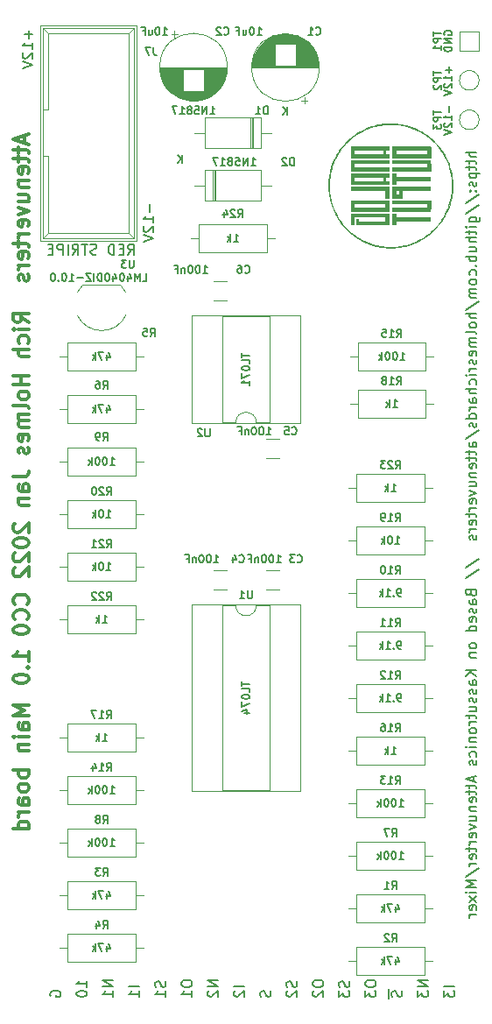
<source format=gbo>
G04 #@! TF.GenerationSoftware,KiCad,Pcbnew,6.0.2-378541a8eb~116~ubuntu20.04.1*
G04 #@! TF.CreationDate,2022-03-12T17:00:12-05:00*
G04 #@! TF.ProjectId,attenuverters_b1,61747465-6e75-4766-9572-746572735f62,rev?*
G04 #@! TF.SameCoordinates,Original*
G04 #@! TF.FileFunction,Legend,Bot*
G04 #@! TF.FilePolarity,Positive*
%FSLAX46Y46*%
G04 Gerber Fmt 4.6, Leading zero omitted, Abs format (unit mm)*
G04 Created by KiCad (PCBNEW 6.0.2-378541a8eb~116~ubuntu20.04.1) date 2022-03-12 17:00:12*
%MOMM*%
%LPD*%
G01*
G04 APERTURE LIST*
%ADD10C,0.300000*%
%ADD11C,0.150000*%
%ADD12C,0.120000*%
%ADD13C,0.010000*%
G04 APERTURE END LIST*
D10*
X128449999Y-61188284D02*
X128449999Y-61902570D01*
X128878570Y-61045427D02*
X127378570Y-61545427D01*
X128878570Y-62045427D01*
X127878570Y-62331141D02*
X127878570Y-62902570D01*
X127378570Y-62545427D02*
X128664284Y-62545427D01*
X128807141Y-62616856D01*
X128878570Y-62759713D01*
X128878570Y-62902570D01*
X127878570Y-63188284D02*
X127878570Y-63759713D01*
X127378570Y-63402570D02*
X128664284Y-63402570D01*
X128807141Y-63473999D01*
X128878570Y-63616856D01*
X128878570Y-63759713D01*
X128807141Y-64831141D02*
X128878570Y-64688284D01*
X128878570Y-64402570D01*
X128807141Y-64259713D01*
X128664284Y-64188284D01*
X128092856Y-64188284D01*
X127949999Y-64259713D01*
X127878570Y-64402570D01*
X127878570Y-64688284D01*
X127949999Y-64831141D01*
X128092856Y-64902570D01*
X128235713Y-64902570D01*
X128378570Y-64188284D01*
X127878570Y-65545427D02*
X128878570Y-65545427D01*
X128021427Y-65545427D02*
X127949999Y-65616856D01*
X127878570Y-65759713D01*
X127878570Y-65973999D01*
X127949999Y-66116856D01*
X128092856Y-66188284D01*
X128878570Y-66188284D01*
X127878570Y-67545427D02*
X128878570Y-67545427D01*
X127878570Y-66902570D02*
X128664284Y-66902570D01*
X128807141Y-66973999D01*
X128878570Y-67116856D01*
X128878570Y-67331141D01*
X128807141Y-67473999D01*
X128735713Y-67545427D01*
X127878570Y-68116856D02*
X128878570Y-68473999D01*
X127878570Y-68831141D01*
X128807141Y-69973999D02*
X128878570Y-69831141D01*
X128878570Y-69545427D01*
X128807141Y-69402570D01*
X128664284Y-69331141D01*
X128092856Y-69331141D01*
X127949999Y-69402570D01*
X127878570Y-69545427D01*
X127878570Y-69831141D01*
X127949999Y-69973999D01*
X128092856Y-70045427D01*
X128235713Y-70045427D01*
X128378570Y-69331141D01*
X128878570Y-70688284D02*
X127878570Y-70688284D01*
X128164284Y-70688284D02*
X128021427Y-70759713D01*
X127949999Y-70831141D01*
X127878570Y-70973999D01*
X127878570Y-71116856D01*
X127878570Y-71402570D02*
X127878570Y-71973999D01*
X127378570Y-71616856D02*
X128664284Y-71616856D01*
X128807141Y-71688284D01*
X128878570Y-71831141D01*
X128878570Y-71973999D01*
X128807141Y-73045427D02*
X128878570Y-72902570D01*
X128878570Y-72616856D01*
X128807141Y-72473999D01*
X128664284Y-72402570D01*
X128092856Y-72402570D01*
X127949999Y-72473999D01*
X127878570Y-72616856D01*
X127878570Y-72902570D01*
X127949999Y-73045427D01*
X128092856Y-73116856D01*
X128235713Y-73116856D01*
X128378570Y-72402570D01*
X128878570Y-73759713D02*
X127878570Y-73759713D01*
X128164284Y-73759713D02*
X128021427Y-73831141D01*
X127949999Y-73902570D01*
X127878570Y-74045427D01*
X127878570Y-74188284D01*
X128807141Y-74616856D02*
X128878570Y-74759713D01*
X128878570Y-75045427D01*
X128807141Y-75188284D01*
X128664284Y-75259713D01*
X128592856Y-75259713D01*
X128449999Y-75188284D01*
X128378570Y-75045427D01*
X128378570Y-74831141D01*
X128307141Y-74688284D01*
X128164284Y-74616856D01*
X128092856Y-74616856D01*
X127949999Y-74688284D01*
X127878570Y-74831141D01*
X127878570Y-75045427D01*
X127949999Y-75188284D01*
D11*
X167512379Y-142870594D02*
X166512379Y-142870594D01*
X167512379Y-143442022D01*
X166512379Y-143442022D01*
X166512379Y-143822975D02*
X166512379Y-144442022D01*
X166893332Y-144108689D01*
X166893332Y-144251546D01*
X166940951Y-144346784D01*
X166988570Y-144394403D01*
X167083808Y-144442022D01*
X167321903Y-144442022D01*
X167417141Y-144394403D01*
X167464760Y-144346784D01*
X167512379Y-144251546D01*
X167512379Y-143965832D01*
X167464760Y-143870594D01*
X167417141Y-143822975D01*
X156352379Y-143061070D02*
X156352379Y-143251546D01*
X156399999Y-143346784D01*
X156495237Y-143442022D01*
X156685713Y-143489641D01*
X157019046Y-143489641D01*
X157209522Y-143442022D01*
X157304760Y-143346784D01*
X157352379Y-143251546D01*
X157352379Y-143061070D01*
X157304760Y-142965832D01*
X157209522Y-142870594D01*
X157019046Y-142822975D01*
X156685713Y-142822975D01*
X156495237Y-142870594D01*
X156399999Y-142965832D01*
X156352379Y-143061070D01*
X156447618Y-143870594D02*
X156399999Y-143918213D01*
X156352379Y-144013451D01*
X156352379Y-144251546D01*
X156399999Y-144346784D01*
X156447618Y-144394403D01*
X156542856Y-144442022D01*
X156638094Y-144442022D01*
X156780951Y-144394403D01*
X157352379Y-143822975D01*
X157352379Y-144442022D01*
X134492379Y-143489641D02*
X134492379Y-142918213D01*
X134492379Y-143203927D02*
X133492379Y-143203927D01*
X133635237Y-143108689D01*
X133730475Y-143013451D01*
X133778094Y-142918213D01*
X133492379Y-144108689D02*
X133492379Y-144203927D01*
X133539999Y-144299165D01*
X133587618Y-144346784D01*
X133682856Y-144394403D01*
X133873332Y-144442022D01*
X134111427Y-144442022D01*
X134301903Y-144394403D01*
X134397141Y-144346784D01*
X134444760Y-144299165D01*
X134492379Y-144203927D01*
X134492379Y-144108689D01*
X134444760Y-144013451D01*
X134397141Y-143965832D01*
X134301903Y-143918213D01*
X134111427Y-143870594D01*
X133873332Y-143870594D01*
X133682856Y-143918213D01*
X133587618Y-143965832D01*
X133539999Y-144013451D01*
X133492379Y-144108689D01*
X154764760Y-142918213D02*
X154812379Y-143061070D01*
X154812379Y-143299165D01*
X154764760Y-143394403D01*
X154717141Y-143442022D01*
X154621903Y-143489641D01*
X154526665Y-143489641D01*
X154431427Y-143442022D01*
X154383808Y-143394403D01*
X154336189Y-143299165D01*
X154288570Y-143108689D01*
X154240951Y-143013451D01*
X154193332Y-142965832D01*
X154098094Y-142918213D01*
X154002856Y-142918213D01*
X153907618Y-142965832D01*
X153859999Y-143013451D01*
X153812379Y-143108689D01*
X153812379Y-143346784D01*
X153859999Y-143489641D01*
X153907618Y-143870594D02*
X153859999Y-143918213D01*
X153812379Y-144013451D01*
X153812379Y-144251546D01*
X153859999Y-144346784D01*
X153907618Y-144394403D01*
X154002856Y-144442022D01*
X154098094Y-144442022D01*
X154240951Y-144394403D01*
X154812379Y-143822975D01*
X154812379Y-144442022D01*
X159844760Y-142918213D02*
X159892379Y-143061070D01*
X159892379Y-143299165D01*
X159844760Y-143394403D01*
X159797141Y-143442022D01*
X159701903Y-143489641D01*
X159606665Y-143489641D01*
X159511427Y-143442022D01*
X159463808Y-143394403D01*
X159416189Y-143299165D01*
X159368570Y-143108689D01*
X159320951Y-143013451D01*
X159273332Y-142965832D01*
X159178094Y-142918213D01*
X159082856Y-142918213D01*
X158987618Y-142965832D01*
X158939999Y-143013451D01*
X158892379Y-143108689D01*
X158892379Y-143346784D01*
X158939999Y-143489641D01*
X158892379Y-143822975D02*
X158892379Y-144442022D01*
X159273332Y-144108689D01*
X159273332Y-144251546D01*
X159320951Y-144346784D01*
X159368570Y-144394403D01*
X159463808Y-144442022D01*
X159701903Y-144442022D01*
X159797141Y-144394403D01*
X159844760Y-144346784D01*
X159892379Y-144251546D01*
X159892379Y-143965832D01*
X159844760Y-143870594D01*
X159797141Y-143822975D01*
X152224760Y-143870594D02*
X152272379Y-144013451D01*
X152272379Y-144251546D01*
X152224760Y-144346784D01*
X152177141Y-144394403D01*
X152081903Y-144442022D01*
X151986665Y-144442022D01*
X151891427Y-144394403D01*
X151843808Y-144346784D01*
X151796189Y-144251546D01*
X151748570Y-144061070D01*
X151700951Y-143965832D01*
X151653332Y-143918213D01*
X151558094Y-143870594D01*
X151462856Y-143870594D01*
X151367618Y-143918213D01*
X151319999Y-143965832D01*
X151272379Y-144061070D01*
X151272379Y-144299165D01*
X151319999Y-144442022D01*
X163689999Y-143680118D02*
X163689999Y-144632499D01*
X164924760Y-143870594D02*
X164972379Y-144013451D01*
X164972379Y-144251546D01*
X164924760Y-144346784D01*
X164877141Y-144394403D01*
X164781903Y-144442022D01*
X164686665Y-144442022D01*
X164591427Y-144394403D01*
X164543808Y-144346784D01*
X164496189Y-144251546D01*
X164448570Y-144061070D01*
X164400951Y-143965832D01*
X164353332Y-143918213D01*
X164258094Y-143870594D01*
X164162856Y-143870594D01*
X164067618Y-143918213D01*
X164019999Y-143965832D01*
X163972379Y-144061070D01*
X163972379Y-144299165D01*
X164019999Y-144442022D01*
X147192379Y-142870594D02*
X146192379Y-142870594D01*
X147192379Y-143442022D01*
X146192379Y-143442022D01*
X146287618Y-143870594D02*
X146239999Y-143918213D01*
X146192379Y-144013451D01*
X146192379Y-144251546D01*
X146239999Y-144346784D01*
X146287618Y-144394403D01*
X146382856Y-144442022D01*
X146478094Y-144442022D01*
X146620951Y-144394403D01*
X147192379Y-143822975D01*
X147192379Y-144442022D01*
X172164379Y-62779427D02*
X171164379Y-62779427D01*
X172164379Y-63207999D02*
X171640570Y-63207999D01*
X171545332Y-63160379D01*
X171497713Y-63065141D01*
X171497713Y-62922284D01*
X171545332Y-62827046D01*
X171592951Y-62779427D01*
X171497713Y-63541332D02*
X171497713Y-63922284D01*
X171164379Y-63684189D02*
X172021522Y-63684189D01*
X172116760Y-63731808D01*
X172164379Y-63827046D01*
X172164379Y-63922284D01*
X171497713Y-64112760D02*
X171497713Y-64493713D01*
X171164379Y-64255618D02*
X172021522Y-64255618D01*
X172116760Y-64303237D01*
X172164379Y-64398475D01*
X172164379Y-64493713D01*
X171497713Y-64827046D02*
X172497713Y-64827046D01*
X171545332Y-64827046D02*
X171497713Y-64922284D01*
X171497713Y-65112760D01*
X171545332Y-65207999D01*
X171592951Y-65255618D01*
X171688189Y-65303237D01*
X171973903Y-65303237D01*
X172069141Y-65255618D01*
X172116760Y-65207999D01*
X172164379Y-65112760D01*
X172164379Y-64922284D01*
X172116760Y-64827046D01*
X172116760Y-65684189D02*
X172164379Y-65779427D01*
X172164379Y-65969903D01*
X172116760Y-66065141D01*
X172021522Y-66112760D01*
X171973903Y-66112760D01*
X171878665Y-66065141D01*
X171831046Y-65969903D01*
X171831046Y-65827046D01*
X171783427Y-65731808D01*
X171688189Y-65684189D01*
X171640570Y-65684189D01*
X171545332Y-65731808D01*
X171497713Y-65827046D01*
X171497713Y-65969903D01*
X171545332Y-66065141D01*
X172069141Y-66541332D02*
X172116760Y-66588951D01*
X172164379Y-66541332D01*
X172116760Y-66493713D01*
X172069141Y-66541332D01*
X172164379Y-66541332D01*
X171545332Y-66541332D02*
X171592951Y-66588951D01*
X171640570Y-66541332D01*
X171592951Y-66493713D01*
X171545332Y-66541332D01*
X171640570Y-66541332D01*
X171116760Y-67731808D02*
X172402475Y-66874665D01*
X171116760Y-68779427D02*
X172402475Y-67922284D01*
X171497713Y-69541332D02*
X172307237Y-69541332D01*
X172402475Y-69493713D01*
X172450094Y-69446094D01*
X172497713Y-69350856D01*
X172497713Y-69207999D01*
X172450094Y-69112760D01*
X172116760Y-69541332D02*
X172164379Y-69446094D01*
X172164379Y-69255618D01*
X172116760Y-69160379D01*
X172069141Y-69112760D01*
X171973903Y-69065141D01*
X171688189Y-69065141D01*
X171592951Y-69112760D01*
X171545332Y-69160379D01*
X171497713Y-69255618D01*
X171497713Y-69446094D01*
X171545332Y-69541332D01*
X172164379Y-70017522D02*
X171497713Y-70017522D01*
X171164379Y-70017522D02*
X171211999Y-69969903D01*
X171259618Y-70017522D01*
X171211999Y-70065141D01*
X171164379Y-70017522D01*
X171259618Y-70017522D01*
X171497713Y-70350856D02*
X171497713Y-70731808D01*
X171164379Y-70493713D02*
X172021522Y-70493713D01*
X172116760Y-70541332D01*
X172164379Y-70636570D01*
X172164379Y-70731808D01*
X172164379Y-71065141D02*
X171164379Y-71065141D01*
X172164379Y-71493713D02*
X171640570Y-71493713D01*
X171545332Y-71446094D01*
X171497713Y-71350856D01*
X171497713Y-71207999D01*
X171545332Y-71112760D01*
X171592951Y-71065141D01*
X171497713Y-72398475D02*
X172164379Y-72398475D01*
X171497713Y-71969903D02*
X172021522Y-71969903D01*
X172116760Y-72017522D01*
X172164379Y-72112760D01*
X172164379Y-72255618D01*
X172116760Y-72350856D01*
X172069141Y-72398475D01*
X172164379Y-72874665D02*
X171164379Y-72874665D01*
X171545332Y-72874665D02*
X171497713Y-72969903D01*
X171497713Y-73160379D01*
X171545332Y-73255618D01*
X171592951Y-73303237D01*
X171688189Y-73350856D01*
X171973903Y-73350856D01*
X172069141Y-73303237D01*
X172116760Y-73255618D01*
X172164379Y-73160379D01*
X172164379Y-72969903D01*
X172116760Y-72874665D01*
X172069141Y-73779427D02*
X172116760Y-73827046D01*
X172164379Y-73779427D01*
X172116760Y-73731808D01*
X172069141Y-73779427D01*
X172164379Y-73779427D01*
X172116760Y-74684189D02*
X172164379Y-74588951D01*
X172164379Y-74398475D01*
X172116760Y-74303237D01*
X172069141Y-74255618D01*
X171973903Y-74207999D01*
X171688189Y-74207999D01*
X171592951Y-74255618D01*
X171545332Y-74303237D01*
X171497713Y-74398475D01*
X171497713Y-74588951D01*
X171545332Y-74684189D01*
X172164379Y-75255618D02*
X172116760Y-75160379D01*
X172069141Y-75112760D01*
X171973903Y-75065141D01*
X171688189Y-75065141D01*
X171592951Y-75112760D01*
X171545332Y-75160379D01*
X171497713Y-75255618D01*
X171497713Y-75398475D01*
X171545332Y-75493713D01*
X171592951Y-75541332D01*
X171688189Y-75588951D01*
X171973903Y-75588951D01*
X172069141Y-75541332D01*
X172116760Y-75493713D01*
X172164379Y-75398475D01*
X172164379Y-75255618D01*
X172164379Y-76017522D02*
X171497713Y-76017522D01*
X171592951Y-76017522D02*
X171545332Y-76065141D01*
X171497713Y-76160379D01*
X171497713Y-76303237D01*
X171545332Y-76398475D01*
X171640570Y-76446094D01*
X172164379Y-76446094D01*
X171640570Y-76446094D02*
X171545332Y-76493713D01*
X171497713Y-76588951D01*
X171497713Y-76731808D01*
X171545332Y-76827046D01*
X171640570Y-76874665D01*
X172164379Y-76874665D01*
X171116760Y-78065141D02*
X172402475Y-77207999D01*
X172164379Y-78398475D02*
X171164379Y-78398475D01*
X172164379Y-78827046D02*
X171640570Y-78827046D01*
X171545332Y-78779427D01*
X171497713Y-78684189D01*
X171497713Y-78541332D01*
X171545332Y-78446094D01*
X171592951Y-78398475D01*
X172164379Y-79446094D02*
X172116760Y-79350856D01*
X172069141Y-79303237D01*
X171973903Y-79255618D01*
X171688189Y-79255618D01*
X171592951Y-79303237D01*
X171545332Y-79350856D01*
X171497713Y-79446094D01*
X171497713Y-79588951D01*
X171545332Y-79684189D01*
X171592951Y-79731808D01*
X171688189Y-79779427D01*
X171973903Y-79779427D01*
X172069141Y-79731808D01*
X172116760Y-79684189D01*
X172164379Y-79588951D01*
X172164379Y-79446094D01*
X172164379Y-80350856D02*
X172116760Y-80255618D01*
X172021522Y-80207999D01*
X171164379Y-80207999D01*
X172164379Y-80731808D02*
X171497713Y-80731808D01*
X171592951Y-80731808D02*
X171545332Y-80779427D01*
X171497713Y-80874665D01*
X171497713Y-81017522D01*
X171545332Y-81112760D01*
X171640570Y-81160379D01*
X172164379Y-81160379D01*
X171640570Y-81160379D02*
X171545332Y-81207999D01*
X171497713Y-81303237D01*
X171497713Y-81446094D01*
X171545332Y-81541332D01*
X171640570Y-81588951D01*
X172164379Y-81588951D01*
X172116760Y-82446094D02*
X172164379Y-82350856D01*
X172164379Y-82160379D01*
X172116760Y-82065141D01*
X172021522Y-82017522D01*
X171640570Y-82017522D01*
X171545332Y-82065141D01*
X171497713Y-82160379D01*
X171497713Y-82350856D01*
X171545332Y-82446094D01*
X171640570Y-82493713D01*
X171735808Y-82493713D01*
X171831046Y-82017522D01*
X172116760Y-82874665D02*
X172164379Y-82969903D01*
X172164379Y-83160379D01*
X172116760Y-83255618D01*
X172021522Y-83303237D01*
X171973903Y-83303237D01*
X171878665Y-83255618D01*
X171831046Y-83160379D01*
X171831046Y-83017522D01*
X171783427Y-82922284D01*
X171688189Y-82874665D01*
X171640570Y-82874665D01*
X171545332Y-82922284D01*
X171497713Y-83017522D01*
X171497713Y-83160379D01*
X171545332Y-83255618D01*
X172164379Y-83731808D02*
X171497713Y-83731808D01*
X171688189Y-83731808D02*
X171592951Y-83779427D01*
X171545332Y-83827046D01*
X171497713Y-83922284D01*
X171497713Y-84017522D01*
X172164379Y-84350856D02*
X171497713Y-84350856D01*
X171164379Y-84350856D02*
X171211999Y-84303237D01*
X171259618Y-84350856D01*
X171211999Y-84398475D01*
X171164379Y-84350856D01*
X171259618Y-84350856D01*
X172116760Y-85255618D02*
X172164379Y-85160379D01*
X172164379Y-84969903D01*
X172116760Y-84874665D01*
X172069141Y-84827046D01*
X171973903Y-84779427D01*
X171688189Y-84779427D01*
X171592951Y-84827046D01*
X171545332Y-84874665D01*
X171497713Y-84969903D01*
X171497713Y-85160379D01*
X171545332Y-85255618D01*
X172164379Y-85684189D02*
X171164379Y-85684189D01*
X172164379Y-86112760D02*
X171640570Y-86112760D01*
X171545332Y-86065141D01*
X171497713Y-85969903D01*
X171497713Y-85827046D01*
X171545332Y-85731808D01*
X171592951Y-85684189D01*
X172164379Y-87017522D02*
X171640570Y-87017522D01*
X171545332Y-86969903D01*
X171497713Y-86874665D01*
X171497713Y-86684189D01*
X171545332Y-86588951D01*
X172116760Y-87017522D02*
X172164379Y-86922284D01*
X172164379Y-86684189D01*
X172116760Y-86588951D01*
X172021522Y-86541332D01*
X171926284Y-86541332D01*
X171831046Y-86588951D01*
X171783427Y-86684189D01*
X171783427Y-86922284D01*
X171735808Y-87017522D01*
X172164379Y-87493713D02*
X171497713Y-87493713D01*
X171688189Y-87493713D02*
X171592951Y-87541332D01*
X171545332Y-87588951D01*
X171497713Y-87684189D01*
X171497713Y-87779427D01*
X172164379Y-88541332D02*
X171164379Y-88541332D01*
X172116760Y-88541332D02*
X172164379Y-88446094D01*
X172164379Y-88255618D01*
X172116760Y-88160379D01*
X172069141Y-88112760D01*
X171973903Y-88065141D01*
X171688189Y-88065141D01*
X171592951Y-88112760D01*
X171545332Y-88160379D01*
X171497713Y-88255618D01*
X171497713Y-88446094D01*
X171545332Y-88541332D01*
X172116760Y-88969903D02*
X172164379Y-89065141D01*
X172164379Y-89255618D01*
X172116760Y-89350856D01*
X172021522Y-89398475D01*
X171973903Y-89398475D01*
X171878665Y-89350856D01*
X171831046Y-89255618D01*
X171831046Y-89112760D01*
X171783427Y-89017522D01*
X171688189Y-88969903D01*
X171640570Y-88969903D01*
X171545332Y-89017522D01*
X171497713Y-89112760D01*
X171497713Y-89255618D01*
X171545332Y-89350856D01*
X171116760Y-90541332D02*
X172402475Y-89684189D01*
X172164379Y-91303237D02*
X171640570Y-91303237D01*
X171545332Y-91255618D01*
X171497713Y-91160379D01*
X171497713Y-90969903D01*
X171545332Y-90874665D01*
X172116760Y-91303237D02*
X172164379Y-91207999D01*
X172164379Y-90969903D01*
X172116760Y-90874665D01*
X172021522Y-90827046D01*
X171926284Y-90827046D01*
X171831046Y-90874665D01*
X171783427Y-90969903D01*
X171783427Y-91207999D01*
X171735808Y-91303237D01*
X171497713Y-91636570D02*
X171497713Y-92017522D01*
X171164379Y-91779427D02*
X172021522Y-91779427D01*
X172116760Y-91827046D01*
X172164379Y-91922284D01*
X172164379Y-92017522D01*
X171497713Y-92207999D02*
X171497713Y-92588951D01*
X171164379Y-92350856D02*
X172021522Y-92350856D01*
X172116760Y-92398475D01*
X172164379Y-92493713D01*
X172164379Y-92588951D01*
X172116760Y-93303237D02*
X172164379Y-93207999D01*
X172164379Y-93017522D01*
X172116760Y-92922284D01*
X172021522Y-92874665D01*
X171640570Y-92874665D01*
X171545332Y-92922284D01*
X171497713Y-93017522D01*
X171497713Y-93207999D01*
X171545332Y-93303237D01*
X171640570Y-93350856D01*
X171735808Y-93350856D01*
X171831046Y-92874665D01*
X171497713Y-93779427D02*
X172164379Y-93779427D01*
X171592951Y-93779427D02*
X171545332Y-93827046D01*
X171497713Y-93922284D01*
X171497713Y-94065141D01*
X171545332Y-94160379D01*
X171640570Y-94207999D01*
X172164379Y-94207999D01*
X171497713Y-95112760D02*
X172164379Y-95112760D01*
X171497713Y-94684189D02*
X172021522Y-94684189D01*
X172116760Y-94731808D01*
X172164379Y-94827046D01*
X172164379Y-94969903D01*
X172116760Y-95065141D01*
X172069141Y-95112760D01*
X171497713Y-95493713D02*
X172164379Y-95731808D01*
X171497713Y-95969903D01*
X172116760Y-96731808D02*
X172164379Y-96636570D01*
X172164379Y-96446094D01*
X172116760Y-96350856D01*
X172021522Y-96303237D01*
X171640570Y-96303237D01*
X171545332Y-96350856D01*
X171497713Y-96446094D01*
X171497713Y-96636570D01*
X171545332Y-96731808D01*
X171640570Y-96779427D01*
X171735808Y-96779427D01*
X171831046Y-96303237D01*
X172164379Y-97207999D02*
X171497713Y-97207999D01*
X171688189Y-97207999D02*
X171592951Y-97255618D01*
X171545332Y-97303237D01*
X171497713Y-97398475D01*
X171497713Y-97493713D01*
X171497713Y-97684189D02*
X171497713Y-98065141D01*
X171164379Y-97827046D02*
X172021522Y-97827046D01*
X172116760Y-97874665D01*
X172164379Y-97969903D01*
X172164379Y-98065141D01*
X172116760Y-98779427D02*
X172164379Y-98684189D01*
X172164379Y-98493713D01*
X172116760Y-98398475D01*
X172021522Y-98350856D01*
X171640570Y-98350856D01*
X171545332Y-98398475D01*
X171497713Y-98493713D01*
X171497713Y-98684189D01*
X171545332Y-98779427D01*
X171640570Y-98827046D01*
X171735808Y-98827046D01*
X171831046Y-98350856D01*
X172164379Y-99255618D02*
X171497713Y-99255618D01*
X171688189Y-99255618D02*
X171592951Y-99303237D01*
X171545332Y-99350856D01*
X171497713Y-99446094D01*
X171497713Y-99541332D01*
X172116760Y-99827046D02*
X172164379Y-99922284D01*
X172164379Y-100112760D01*
X172116760Y-100207999D01*
X172021522Y-100255618D01*
X171973903Y-100255618D01*
X171878665Y-100207999D01*
X171831046Y-100112760D01*
X171831046Y-99969903D01*
X171783427Y-99874665D01*
X171688189Y-99827046D01*
X171640570Y-99827046D01*
X171545332Y-99874665D01*
X171497713Y-99969903D01*
X171497713Y-100112760D01*
X171545332Y-100207999D01*
X171116760Y-102922284D02*
X172402475Y-102065141D01*
X171116760Y-103969903D02*
X172402475Y-103112760D01*
X171640570Y-105398475D02*
X171688189Y-105541332D01*
X171735808Y-105588951D01*
X171831046Y-105636570D01*
X171973903Y-105636570D01*
X172069141Y-105588951D01*
X172116760Y-105541332D01*
X172164379Y-105446094D01*
X172164379Y-105065141D01*
X171164379Y-105065141D01*
X171164379Y-105398475D01*
X171211999Y-105493713D01*
X171259618Y-105541332D01*
X171354856Y-105588951D01*
X171450094Y-105588951D01*
X171545332Y-105541332D01*
X171592951Y-105493713D01*
X171640570Y-105398475D01*
X171640570Y-105065141D01*
X172164379Y-106493713D02*
X171640570Y-106493713D01*
X171545332Y-106446094D01*
X171497713Y-106350856D01*
X171497713Y-106160379D01*
X171545332Y-106065141D01*
X172116760Y-106493713D02*
X172164379Y-106398475D01*
X172164379Y-106160379D01*
X172116760Y-106065141D01*
X172021522Y-106017522D01*
X171926284Y-106017522D01*
X171831046Y-106065141D01*
X171783427Y-106160379D01*
X171783427Y-106398475D01*
X171735808Y-106493713D01*
X172116760Y-106922284D02*
X172164379Y-107017522D01*
X172164379Y-107207999D01*
X172116760Y-107303237D01*
X172021522Y-107350856D01*
X171973903Y-107350856D01*
X171878665Y-107303237D01*
X171831046Y-107207999D01*
X171831046Y-107065141D01*
X171783427Y-106969903D01*
X171688189Y-106922284D01*
X171640570Y-106922284D01*
X171545332Y-106969903D01*
X171497713Y-107065141D01*
X171497713Y-107207999D01*
X171545332Y-107303237D01*
X172116760Y-108160379D02*
X172164379Y-108065141D01*
X172164379Y-107874665D01*
X172116760Y-107779427D01*
X172021522Y-107731808D01*
X171640570Y-107731808D01*
X171545332Y-107779427D01*
X171497713Y-107874665D01*
X171497713Y-108065141D01*
X171545332Y-108160379D01*
X171640570Y-108207999D01*
X171735808Y-108207999D01*
X171831046Y-107731808D01*
X172164379Y-109065141D02*
X171164379Y-109065141D01*
X172116760Y-109065141D02*
X172164379Y-108969903D01*
X172164379Y-108779427D01*
X172116760Y-108684189D01*
X172069141Y-108636570D01*
X171973903Y-108588951D01*
X171688189Y-108588951D01*
X171592951Y-108636570D01*
X171545332Y-108684189D01*
X171497713Y-108779427D01*
X171497713Y-108969903D01*
X171545332Y-109065141D01*
X172164379Y-110446094D02*
X172116760Y-110350856D01*
X172069141Y-110303237D01*
X171973903Y-110255618D01*
X171688189Y-110255618D01*
X171592951Y-110303237D01*
X171545332Y-110350856D01*
X171497713Y-110446094D01*
X171497713Y-110588951D01*
X171545332Y-110684189D01*
X171592951Y-110731808D01*
X171688189Y-110779427D01*
X171973903Y-110779427D01*
X172069141Y-110731808D01*
X172116760Y-110684189D01*
X172164379Y-110588951D01*
X172164379Y-110446094D01*
X171497713Y-111207999D02*
X172164379Y-111207999D01*
X171592951Y-111207999D02*
X171545332Y-111255618D01*
X171497713Y-111350856D01*
X171497713Y-111493713D01*
X171545332Y-111588951D01*
X171640570Y-111636570D01*
X172164379Y-111636570D01*
X172164379Y-112874665D02*
X171164379Y-112874665D01*
X172164379Y-113446094D02*
X171592951Y-113017522D01*
X171164379Y-113446094D02*
X171735808Y-112874665D01*
X172164379Y-114303237D02*
X171640570Y-114303237D01*
X171545332Y-114255618D01*
X171497713Y-114160379D01*
X171497713Y-113969903D01*
X171545332Y-113874665D01*
X172116760Y-114303237D02*
X172164379Y-114207998D01*
X172164379Y-113969903D01*
X172116760Y-113874665D01*
X172021522Y-113827046D01*
X171926284Y-113827046D01*
X171831046Y-113874665D01*
X171783427Y-113969903D01*
X171783427Y-114207998D01*
X171735808Y-114303237D01*
X172116760Y-114731808D02*
X172164379Y-114827046D01*
X172164379Y-115017522D01*
X172116760Y-115112760D01*
X172021522Y-115160379D01*
X171973903Y-115160379D01*
X171878665Y-115112760D01*
X171831046Y-115017522D01*
X171831046Y-114874665D01*
X171783427Y-114779427D01*
X171688189Y-114731808D01*
X171640570Y-114731808D01*
X171545332Y-114779427D01*
X171497713Y-114874665D01*
X171497713Y-115017522D01*
X171545332Y-115112760D01*
X172116760Y-115541332D02*
X172164379Y-115636570D01*
X172164379Y-115827046D01*
X172116760Y-115922284D01*
X172021522Y-115969903D01*
X171973903Y-115969903D01*
X171878665Y-115922284D01*
X171831046Y-115827046D01*
X171831046Y-115684189D01*
X171783427Y-115588951D01*
X171688189Y-115541332D01*
X171640570Y-115541332D01*
X171545332Y-115588951D01*
X171497713Y-115684189D01*
X171497713Y-115827046D01*
X171545332Y-115922284D01*
X171497713Y-116827046D02*
X172164379Y-116827046D01*
X171497713Y-116398475D02*
X172021522Y-116398475D01*
X172116760Y-116446094D01*
X172164379Y-116541332D01*
X172164379Y-116684189D01*
X172116760Y-116779427D01*
X172069141Y-116827046D01*
X171497713Y-117160379D02*
X171497713Y-117541332D01*
X171164379Y-117303237D02*
X172021522Y-117303237D01*
X172116760Y-117350856D01*
X172164379Y-117446094D01*
X172164379Y-117541332D01*
X172164379Y-117874665D02*
X171497713Y-117874665D01*
X171688189Y-117874665D02*
X171592951Y-117922284D01*
X171545332Y-117969903D01*
X171497713Y-118065141D01*
X171497713Y-118160379D01*
X172164379Y-118636570D02*
X172116760Y-118541332D01*
X172069141Y-118493713D01*
X171973903Y-118446094D01*
X171688189Y-118446094D01*
X171592951Y-118493713D01*
X171545332Y-118541332D01*
X171497713Y-118636570D01*
X171497713Y-118779427D01*
X171545332Y-118874665D01*
X171592951Y-118922284D01*
X171688189Y-118969903D01*
X171973903Y-118969903D01*
X172069141Y-118922284D01*
X172116760Y-118874665D01*
X172164379Y-118779427D01*
X172164379Y-118636570D01*
X171497713Y-119398475D02*
X172164379Y-119398475D01*
X171592951Y-119398475D02*
X171545332Y-119446094D01*
X171497713Y-119541332D01*
X171497713Y-119684189D01*
X171545332Y-119779427D01*
X171640570Y-119827046D01*
X172164379Y-119827046D01*
X172164379Y-120303237D02*
X171497713Y-120303237D01*
X171164379Y-120303237D02*
X171211999Y-120255618D01*
X171259618Y-120303237D01*
X171211999Y-120350856D01*
X171164379Y-120303237D01*
X171259618Y-120303237D01*
X172116760Y-121207998D02*
X172164379Y-121112760D01*
X172164379Y-120922284D01*
X172116760Y-120827046D01*
X172069141Y-120779427D01*
X171973903Y-120731808D01*
X171688189Y-120731808D01*
X171592951Y-120779427D01*
X171545332Y-120827046D01*
X171497713Y-120922284D01*
X171497713Y-121112760D01*
X171545332Y-121207998D01*
X172116760Y-121588951D02*
X172164379Y-121684189D01*
X172164379Y-121874665D01*
X172116760Y-121969903D01*
X172021522Y-122017522D01*
X171973903Y-122017522D01*
X171878665Y-121969903D01*
X171831046Y-121874665D01*
X171831046Y-121731808D01*
X171783427Y-121636570D01*
X171688189Y-121588951D01*
X171640570Y-121588951D01*
X171545332Y-121636570D01*
X171497713Y-121731808D01*
X171497713Y-121874665D01*
X171545332Y-121969903D01*
X171878665Y-123160379D02*
X171878665Y-123636570D01*
X172164379Y-123065141D02*
X171164379Y-123398475D01*
X172164379Y-123731808D01*
X171497713Y-123922284D02*
X171497713Y-124303237D01*
X171164379Y-124065141D02*
X172021522Y-124065141D01*
X172116760Y-124112760D01*
X172164379Y-124207998D01*
X172164379Y-124303237D01*
X171497713Y-124493713D02*
X171497713Y-124874665D01*
X171164379Y-124636570D02*
X172021522Y-124636570D01*
X172116760Y-124684189D01*
X172164379Y-124779427D01*
X172164379Y-124874665D01*
X172116760Y-125588951D02*
X172164379Y-125493713D01*
X172164379Y-125303237D01*
X172116760Y-125207998D01*
X172021522Y-125160379D01*
X171640570Y-125160379D01*
X171545332Y-125207998D01*
X171497713Y-125303237D01*
X171497713Y-125493713D01*
X171545332Y-125588951D01*
X171640570Y-125636570D01*
X171735808Y-125636570D01*
X171831046Y-125160379D01*
X171497713Y-126065141D02*
X172164379Y-126065141D01*
X171592951Y-126065141D02*
X171545332Y-126112760D01*
X171497713Y-126207998D01*
X171497713Y-126350856D01*
X171545332Y-126446094D01*
X171640570Y-126493713D01*
X172164379Y-126493713D01*
X171497713Y-127398475D02*
X172164379Y-127398475D01*
X171497713Y-126969903D02*
X172021522Y-126969903D01*
X172116760Y-127017522D01*
X172164379Y-127112760D01*
X172164379Y-127255618D01*
X172116760Y-127350856D01*
X172069141Y-127398475D01*
X171497713Y-127779427D02*
X172164379Y-128017522D01*
X171497713Y-128255618D01*
X172116760Y-129017522D02*
X172164379Y-128922284D01*
X172164379Y-128731808D01*
X172116760Y-128636570D01*
X172021522Y-128588951D01*
X171640570Y-128588951D01*
X171545332Y-128636570D01*
X171497713Y-128731808D01*
X171497713Y-128922284D01*
X171545332Y-129017522D01*
X171640570Y-129065141D01*
X171735808Y-129065141D01*
X171831046Y-128588951D01*
X172164379Y-129493713D02*
X171497713Y-129493713D01*
X171688189Y-129493713D02*
X171592951Y-129541332D01*
X171545332Y-129588951D01*
X171497713Y-129684189D01*
X171497713Y-129779427D01*
X171497713Y-129969903D02*
X171497713Y-130350856D01*
X171164379Y-130112760D02*
X172021522Y-130112760D01*
X172116760Y-130160379D01*
X172164379Y-130255618D01*
X172164379Y-130350856D01*
X172116760Y-131065141D02*
X172164379Y-130969903D01*
X172164379Y-130779427D01*
X172116760Y-130684189D01*
X172021522Y-130636570D01*
X171640570Y-130636570D01*
X171545332Y-130684189D01*
X171497713Y-130779427D01*
X171497713Y-130969903D01*
X171545332Y-131065141D01*
X171640570Y-131112760D01*
X171735808Y-131112760D01*
X171831046Y-130636570D01*
X172164379Y-131541332D02*
X171497713Y-131541332D01*
X171688189Y-131541332D02*
X171592951Y-131588951D01*
X171545332Y-131636570D01*
X171497713Y-131731808D01*
X171497713Y-131827046D01*
X171116760Y-132874665D02*
X172402475Y-132017522D01*
X172164379Y-133207998D02*
X171164379Y-133207998D01*
X171878665Y-133541332D01*
X171164379Y-133874665D01*
X172164379Y-133874665D01*
X172164379Y-134350856D02*
X171497713Y-134350856D01*
X171164379Y-134350856D02*
X171211999Y-134303237D01*
X171259618Y-134350856D01*
X171211999Y-134398475D01*
X171164379Y-134350856D01*
X171259618Y-134350856D01*
X172164379Y-134731808D02*
X171497713Y-135255618D01*
X171497713Y-134731808D02*
X172164379Y-135255618D01*
X172116760Y-136017522D02*
X172164379Y-135922284D01*
X172164379Y-135731808D01*
X172116760Y-135636570D01*
X172021522Y-135588951D01*
X171640570Y-135588951D01*
X171545332Y-135636570D01*
X171497713Y-135731808D01*
X171497713Y-135922284D01*
X171545332Y-136017522D01*
X171640570Y-136065141D01*
X171735808Y-136065141D01*
X171831046Y-135588951D01*
X172164379Y-136493713D02*
X171497713Y-136493713D01*
X171688189Y-136493713D02*
X171592951Y-136541332D01*
X171545332Y-136588951D01*
X171497713Y-136684189D01*
X171497713Y-136779427D01*
D10*
X128878570Y-79259713D02*
X128164284Y-78759713D01*
X128878570Y-78402570D02*
X127378570Y-78402570D01*
X127378570Y-78973999D01*
X127449999Y-79116856D01*
X127521427Y-79188284D01*
X127664284Y-79259713D01*
X127878570Y-79259713D01*
X128021427Y-79188284D01*
X128092856Y-79116856D01*
X128164284Y-78973999D01*
X128164284Y-78402570D01*
X128878570Y-79902570D02*
X127878570Y-79902570D01*
X127378570Y-79902570D02*
X127449999Y-79831141D01*
X127521427Y-79902570D01*
X127449999Y-79973999D01*
X127378570Y-79902570D01*
X127521427Y-79902570D01*
X128807141Y-81259713D02*
X128878570Y-81116856D01*
X128878570Y-80831141D01*
X128807141Y-80688284D01*
X128735713Y-80616856D01*
X128592856Y-80545427D01*
X128164284Y-80545427D01*
X128021427Y-80616856D01*
X127949999Y-80688284D01*
X127878570Y-80831141D01*
X127878570Y-81116856D01*
X127949999Y-81259713D01*
X128878570Y-81902570D02*
X127378570Y-81902570D01*
X128878570Y-82545427D02*
X128092856Y-82545427D01*
X127949999Y-82473999D01*
X127878570Y-82331141D01*
X127878570Y-82116856D01*
X127949999Y-81973999D01*
X128021427Y-81902570D01*
X128878570Y-84402570D02*
X127378570Y-84402570D01*
X128092856Y-84402570D02*
X128092856Y-85259713D01*
X128878570Y-85259713D02*
X127378570Y-85259713D01*
X128878570Y-86188284D02*
X128807141Y-86045427D01*
X128735713Y-85973999D01*
X128592856Y-85902570D01*
X128164284Y-85902570D01*
X128021427Y-85973999D01*
X127949999Y-86045427D01*
X127878570Y-86188284D01*
X127878570Y-86402570D01*
X127949999Y-86545427D01*
X128021427Y-86616856D01*
X128164284Y-86688284D01*
X128592856Y-86688284D01*
X128735713Y-86616856D01*
X128807141Y-86545427D01*
X128878570Y-86402570D01*
X128878570Y-86188284D01*
X128878570Y-87545427D02*
X128807141Y-87402570D01*
X128664284Y-87331141D01*
X127378570Y-87331141D01*
X128878570Y-88116856D02*
X127878570Y-88116856D01*
X128021427Y-88116856D02*
X127949999Y-88188284D01*
X127878570Y-88331141D01*
X127878570Y-88545427D01*
X127949999Y-88688284D01*
X128092856Y-88759713D01*
X128878570Y-88759713D01*
X128092856Y-88759713D02*
X127949999Y-88831141D01*
X127878570Y-88973999D01*
X127878570Y-89188284D01*
X127949999Y-89331141D01*
X128092856Y-89402570D01*
X128878570Y-89402570D01*
X128807141Y-90688284D02*
X128878570Y-90545427D01*
X128878570Y-90259713D01*
X128807141Y-90116856D01*
X128664284Y-90045427D01*
X128092856Y-90045427D01*
X127949999Y-90116856D01*
X127878570Y-90259713D01*
X127878570Y-90545427D01*
X127949999Y-90688284D01*
X128092856Y-90759713D01*
X128235713Y-90759713D01*
X128378570Y-90045427D01*
X128807141Y-91331141D02*
X128878570Y-91473999D01*
X128878570Y-91759713D01*
X128807141Y-91902570D01*
X128664284Y-91973999D01*
X128592856Y-91973999D01*
X128449999Y-91902570D01*
X128378570Y-91759713D01*
X128378570Y-91545427D01*
X128307141Y-91402570D01*
X128164284Y-91331141D01*
X128092856Y-91331141D01*
X127949999Y-91402570D01*
X127878570Y-91545427D01*
X127878570Y-91759713D01*
X127949999Y-91902570D01*
X127378570Y-94188284D02*
X128449999Y-94188284D01*
X128664284Y-94116856D01*
X128807141Y-93973999D01*
X128878570Y-93759713D01*
X128878570Y-93616856D01*
X128878570Y-95545427D02*
X128092856Y-95545427D01*
X127949999Y-95473999D01*
X127878570Y-95331141D01*
X127878570Y-95045427D01*
X127949999Y-94902570D01*
X128807141Y-95545427D02*
X128878570Y-95402570D01*
X128878570Y-95045427D01*
X128807141Y-94902570D01*
X128664284Y-94831141D01*
X128521427Y-94831141D01*
X128378570Y-94902570D01*
X128307141Y-95045427D01*
X128307141Y-95402570D01*
X128235713Y-95545427D01*
X127878570Y-96259713D02*
X128878570Y-96259713D01*
X128021427Y-96259713D02*
X127949999Y-96331141D01*
X127878570Y-96473999D01*
X127878570Y-96688284D01*
X127949999Y-96831141D01*
X128092856Y-96902570D01*
X128878570Y-96902570D01*
X127521427Y-98688284D02*
X127449999Y-98759713D01*
X127378570Y-98902570D01*
X127378570Y-99259713D01*
X127449999Y-99402570D01*
X127521427Y-99473999D01*
X127664284Y-99545427D01*
X127807141Y-99545427D01*
X128021427Y-99473999D01*
X128878570Y-98616856D01*
X128878570Y-99545427D01*
X127378570Y-100473999D02*
X127378570Y-100616856D01*
X127449999Y-100759713D01*
X127521427Y-100831141D01*
X127664284Y-100902570D01*
X127949999Y-100973999D01*
X128307141Y-100973999D01*
X128592856Y-100902570D01*
X128735713Y-100831141D01*
X128807141Y-100759713D01*
X128878570Y-100616856D01*
X128878570Y-100473999D01*
X128807141Y-100331141D01*
X128735713Y-100259713D01*
X128592856Y-100188284D01*
X128307141Y-100116856D01*
X127949999Y-100116856D01*
X127664284Y-100188284D01*
X127521427Y-100259713D01*
X127449999Y-100331141D01*
X127378570Y-100473999D01*
X127521427Y-101545427D02*
X127449999Y-101616856D01*
X127378570Y-101759713D01*
X127378570Y-102116856D01*
X127449999Y-102259713D01*
X127521427Y-102331141D01*
X127664284Y-102402570D01*
X127807141Y-102402570D01*
X128021427Y-102331141D01*
X128878570Y-101473999D01*
X128878570Y-102402570D01*
X127521427Y-102973999D02*
X127449999Y-103045427D01*
X127378570Y-103188284D01*
X127378570Y-103545427D01*
X127449999Y-103688284D01*
X127521427Y-103759713D01*
X127664284Y-103831141D01*
X127807141Y-103831141D01*
X128021427Y-103759713D01*
X128878570Y-102902570D01*
X128878570Y-103831141D01*
X128735713Y-106473999D02*
X128807141Y-106402570D01*
X128878570Y-106188284D01*
X128878570Y-106045427D01*
X128807141Y-105831141D01*
X128664284Y-105688284D01*
X128521427Y-105616856D01*
X128235713Y-105545427D01*
X128021427Y-105545427D01*
X127735713Y-105616856D01*
X127592856Y-105688284D01*
X127449999Y-105831141D01*
X127378570Y-106045427D01*
X127378570Y-106188284D01*
X127449999Y-106402570D01*
X127521427Y-106473999D01*
X128735713Y-107973999D02*
X128807141Y-107902570D01*
X128878570Y-107688284D01*
X128878570Y-107545427D01*
X128807141Y-107331141D01*
X128664284Y-107188284D01*
X128521427Y-107116856D01*
X128235713Y-107045427D01*
X128021427Y-107045427D01*
X127735713Y-107116856D01*
X127592856Y-107188284D01*
X127449999Y-107331141D01*
X127378570Y-107545427D01*
X127378570Y-107688284D01*
X127449999Y-107902570D01*
X127521427Y-107973999D01*
X127378570Y-108902570D02*
X127378570Y-109045427D01*
X127449999Y-109188284D01*
X127521427Y-109259713D01*
X127664284Y-109331141D01*
X127949999Y-109402570D01*
X128307141Y-109402570D01*
X128592856Y-109331141D01*
X128735713Y-109259713D01*
X128807141Y-109188284D01*
X128878570Y-109045427D01*
X128878570Y-108902570D01*
X128807141Y-108759713D01*
X128735713Y-108688284D01*
X128592856Y-108616856D01*
X128307141Y-108545427D01*
X127949999Y-108545427D01*
X127664284Y-108616856D01*
X127521427Y-108688284D01*
X127449999Y-108759713D01*
X127378570Y-108902570D01*
X128878570Y-111973999D02*
X128878570Y-111116856D01*
X128878570Y-111545427D02*
X127378570Y-111545427D01*
X127592856Y-111402570D01*
X127735713Y-111259713D01*
X127807141Y-111116856D01*
X128735713Y-112616856D02*
X128807141Y-112688284D01*
X128878570Y-112616856D01*
X128807141Y-112545427D01*
X128735713Y-112616856D01*
X128878570Y-112616856D01*
X127378570Y-113616856D02*
X127378570Y-113759713D01*
X127449999Y-113902570D01*
X127521427Y-113973999D01*
X127664284Y-114045427D01*
X127949999Y-114116856D01*
X128307141Y-114116856D01*
X128592856Y-114045427D01*
X128735713Y-113973999D01*
X128807141Y-113902570D01*
X128878570Y-113759713D01*
X128878570Y-113616856D01*
X128807141Y-113473999D01*
X128735713Y-113402570D01*
X128592856Y-113331141D01*
X128307141Y-113259713D01*
X127949999Y-113259713D01*
X127664284Y-113331141D01*
X127521427Y-113402570D01*
X127449999Y-113473999D01*
X127378570Y-113616856D01*
D11*
X161432379Y-143061070D02*
X161432379Y-143251546D01*
X161479999Y-143346784D01*
X161575237Y-143442022D01*
X161765713Y-143489641D01*
X162099046Y-143489641D01*
X162289522Y-143442022D01*
X162384760Y-143346784D01*
X162432379Y-143251546D01*
X162432379Y-143061070D01*
X162384760Y-142965832D01*
X162289522Y-142870594D01*
X162099046Y-142822975D01*
X161765713Y-142822975D01*
X161575237Y-142870594D01*
X161479999Y-142965832D01*
X161432379Y-143061070D01*
X161432379Y-143822975D02*
X161432379Y-144442022D01*
X161813332Y-144108689D01*
X161813332Y-144251546D01*
X161860951Y-144346784D01*
X161908570Y-144394403D01*
X162003808Y-144442022D01*
X162241903Y-144442022D01*
X162337141Y-144394403D01*
X162384760Y-144346784D01*
X162432379Y-144251546D01*
X162432379Y-143965832D01*
X162384760Y-143870594D01*
X162337141Y-143822975D01*
X139572379Y-143442022D02*
X138572379Y-143442022D01*
X139572379Y-144442022D02*
X139572379Y-143870594D01*
X139572379Y-144156308D02*
X138572379Y-144156308D01*
X138715237Y-144061070D01*
X138810475Y-143965832D01*
X138858094Y-143870594D01*
X137032379Y-142870594D02*
X136032379Y-142870594D01*
X137032379Y-143442022D01*
X136032379Y-143442022D01*
X137032379Y-144442022D02*
X137032379Y-143870594D01*
X137032379Y-144156308D02*
X136032379Y-144156308D01*
X136175237Y-144061070D01*
X136270475Y-143965832D01*
X136318094Y-143870594D01*
X130999999Y-144394403D02*
X130952379Y-144299165D01*
X130952379Y-144156308D01*
X130999999Y-144013451D01*
X131095237Y-143918213D01*
X131190475Y-143870594D01*
X131380951Y-143822975D01*
X131523808Y-143822975D01*
X131714284Y-143870594D01*
X131809522Y-143918213D01*
X131904760Y-144013451D01*
X131952379Y-144156308D01*
X131952379Y-144251546D01*
X131904760Y-144394403D01*
X131857141Y-144442022D01*
X131523808Y-144442022D01*
X131523808Y-144251546D01*
X142064760Y-142918213D02*
X142112379Y-143061070D01*
X142112379Y-143299165D01*
X142064760Y-143394403D01*
X142017141Y-143442022D01*
X141921903Y-143489641D01*
X141826665Y-143489641D01*
X141731427Y-143442022D01*
X141683808Y-143394403D01*
X141636189Y-143299165D01*
X141588570Y-143108689D01*
X141540951Y-143013451D01*
X141493332Y-142965832D01*
X141398094Y-142918213D01*
X141302856Y-142918213D01*
X141207618Y-142965832D01*
X141159999Y-143013451D01*
X141112379Y-143108689D01*
X141112379Y-143346784D01*
X141159999Y-143489641D01*
X142112379Y-144442022D02*
X142112379Y-143870594D01*
X142112379Y-144156308D02*
X141112379Y-144156308D01*
X141255237Y-144061070D01*
X141350475Y-143965832D01*
X141398094Y-143870594D01*
D10*
X128878570Y-116259713D02*
X127378570Y-116259713D01*
X128449999Y-116759713D01*
X127378570Y-117259713D01*
X128878570Y-117259713D01*
X128878570Y-118616856D02*
X128092856Y-118616856D01*
X127949999Y-118545427D01*
X127878570Y-118402570D01*
X127878570Y-118116856D01*
X127949999Y-117973999D01*
X128807141Y-118616856D02*
X128878570Y-118473999D01*
X128878570Y-118116856D01*
X128807141Y-117973999D01*
X128664284Y-117902570D01*
X128521427Y-117902570D01*
X128378570Y-117973999D01*
X128307141Y-118116856D01*
X128307141Y-118473999D01*
X128235713Y-118616856D01*
X128878570Y-119331141D02*
X127878570Y-119331141D01*
X127378570Y-119331141D02*
X127449999Y-119259713D01*
X127521427Y-119331141D01*
X127449999Y-119402570D01*
X127378570Y-119331141D01*
X127521427Y-119331141D01*
X127878570Y-120045427D02*
X128878570Y-120045427D01*
X128021427Y-120045427D02*
X127949999Y-120116856D01*
X127878570Y-120259713D01*
X127878570Y-120473999D01*
X127949999Y-120616856D01*
X128092856Y-120688284D01*
X128878570Y-120688284D01*
X128878570Y-122545427D02*
X127378570Y-122545427D01*
X127949999Y-122545427D02*
X127878570Y-122688284D01*
X127878570Y-122973999D01*
X127949999Y-123116856D01*
X128021427Y-123188284D01*
X128164284Y-123259713D01*
X128592856Y-123259713D01*
X128735713Y-123188284D01*
X128807141Y-123116856D01*
X128878570Y-122973999D01*
X128878570Y-122688284D01*
X128807141Y-122545427D01*
X128878570Y-124116856D02*
X128807141Y-123973999D01*
X128735713Y-123902570D01*
X128592856Y-123831141D01*
X128164284Y-123831141D01*
X128021427Y-123902570D01*
X127949999Y-123973999D01*
X127878570Y-124116856D01*
X127878570Y-124331141D01*
X127949999Y-124473999D01*
X128021427Y-124545427D01*
X128164284Y-124616856D01*
X128592856Y-124616856D01*
X128735713Y-124545427D01*
X128807141Y-124473999D01*
X128878570Y-124331141D01*
X128878570Y-124116856D01*
X128878570Y-125902570D02*
X128092856Y-125902570D01*
X127949999Y-125831141D01*
X127878570Y-125688284D01*
X127878570Y-125402570D01*
X127949999Y-125259713D01*
X128807141Y-125902570D02*
X128878570Y-125759713D01*
X128878570Y-125402570D01*
X128807141Y-125259713D01*
X128664284Y-125188284D01*
X128521427Y-125188284D01*
X128378570Y-125259713D01*
X128307141Y-125402570D01*
X128307141Y-125759713D01*
X128235713Y-125902570D01*
X128878570Y-126616856D02*
X127878570Y-126616856D01*
X128164284Y-126616856D02*
X128021427Y-126688284D01*
X127949999Y-126759713D01*
X127878570Y-126902570D01*
X127878570Y-127045427D01*
X128878570Y-128188284D02*
X127378570Y-128188284D01*
X128807141Y-128188284D02*
X128878570Y-128045427D01*
X128878570Y-127759713D01*
X128807141Y-127616856D01*
X128735713Y-127545427D01*
X128592856Y-127473999D01*
X128164284Y-127473999D01*
X128021427Y-127545427D01*
X127949999Y-127616856D01*
X127878570Y-127759713D01*
X127878570Y-128045427D01*
X127949999Y-128188284D01*
D11*
X170052379Y-143442022D02*
X169052379Y-143442022D01*
X169052379Y-143822975D02*
X169052379Y-144442022D01*
X169433332Y-144108689D01*
X169433332Y-144251546D01*
X169480951Y-144346784D01*
X169528570Y-144394403D01*
X169623808Y-144442022D01*
X169861903Y-144442022D01*
X169957141Y-144394403D01*
X170004760Y-144346784D01*
X170052379Y-144251546D01*
X170052379Y-143965832D01*
X170004760Y-143870594D01*
X169957141Y-143822975D01*
X143652379Y-143061070D02*
X143652379Y-143251546D01*
X143699999Y-143346784D01*
X143795237Y-143442022D01*
X143985713Y-143489641D01*
X144319046Y-143489641D01*
X144509522Y-143442022D01*
X144604760Y-143346784D01*
X144652379Y-143251546D01*
X144652379Y-143061070D01*
X144604760Y-142965832D01*
X144509522Y-142870594D01*
X144319046Y-142822975D01*
X143985713Y-142822975D01*
X143795237Y-142870594D01*
X143699999Y-142965832D01*
X143652379Y-143061070D01*
X144652379Y-144442022D02*
X144652379Y-143870594D01*
X144652379Y-144156308D02*
X143652379Y-144156308D01*
X143795237Y-144061070D01*
X143890475Y-143965832D01*
X143938094Y-143870594D01*
X149732379Y-143442022D02*
X148732379Y-143442022D01*
X148827618Y-143870594D02*
X148779999Y-143918213D01*
X148732379Y-144013451D01*
X148732379Y-144251546D01*
X148779999Y-144346784D01*
X148827618Y-144394403D01*
X148922856Y-144442022D01*
X149018094Y-144442022D01*
X149160951Y-144394403D01*
X149732379Y-143822975D01*
X149732379Y-144442022D01*
G04 #@! TO.C,R17*
X136402141Y-117497284D02*
X136652141Y-117140141D01*
X136830713Y-117497284D02*
X136830713Y-116747284D01*
X136544999Y-116747284D01*
X136473570Y-116782999D01*
X136437856Y-116818713D01*
X136402141Y-116890141D01*
X136402141Y-116997284D01*
X136437856Y-117068713D01*
X136473570Y-117104427D01*
X136544999Y-117140141D01*
X136830713Y-117140141D01*
X135687856Y-117497284D02*
X136116427Y-117497284D01*
X135902141Y-117497284D02*
X135902141Y-116747284D01*
X135973570Y-116854427D01*
X136044999Y-116925856D01*
X136116427Y-116961570D01*
X135437856Y-116747284D02*
X134937856Y-116747284D01*
X135259284Y-117497284D01*
X136009284Y-119699284D02*
X136437856Y-119699284D01*
X136223570Y-119699284D02*
X136223570Y-118949284D01*
X136294999Y-119056427D01*
X136366427Y-119127856D01*
X136437856Y-119163570D01*
X135687856Y-119699284D02*
X135687856Y-118949284D01*
X135616427Y-119413570D02*
X135402141Y-119699284D01*
X135402141Y-119199284D02*
X135687856Y-119484999D01*
G04 #@! TO.C,D1*
X151967570Y-59120284D02*
X151967570Y-58370284D01*
X151788999Y-58370284D01*
X151681856Y-58405999D01*
X151610427Y-58477427D01*
X151574713Y-58548856D01*
X151538999Y-58691713D01*
X151538999Y-58798856D01*
X151574713Y-58941713D01*
X151610427Y-59013141D01*
X151681856Y-59084570D01*
X151788999Y-59120284D01*
X151967570Y-59120284D01*
X150824713Y-59120284D02*
X151253284Y-59120284D01*
X151038999Y-59120284D02*
X151038999Y-58370284D01*
X151110427Y-58477427D01*
X151181856Y-58548856D01*
X151253284Y-58584570D01*
X146417141Y-59120284D02*
X146845713Y-59120284D01*
X146631427Y-59120284D02*
X146631427Y-58370284D01*
X146702856Y-58477427D01*
X146774284Y-58548856D01*
X146845713Y-58584570D01*
X146095713Y-59120284D02*
X146095713Y-58370284D01*
X145667141Y-59120284D01*
X145667141Y-58370284D01*
X144952856Y-58370284D02*
X145309999Y-58370284D01*
X145345713Y-58727427D01*
X145309999Y-58691713D01*
X145238570Y-58655999D01*
X145059999Y-58655999D01*
X144988570Y-58691713D01*
X144952856Y-58727427D01*
X144917141Y-58798856D01*
X144917141Y-58977427D01*
X144952856Y-59048856D01*
X144988570Y-59084570D01*
X145059999Y-59120284D01*
X145238570Y-59120284D01*
X145309999Y-59084570D01*
X145345713Y-59048856D01*
X144488570Y-58691713D02*
X144559999Y-58655999D01*
X144595713Y-58620284D01*
X144631427Y-58548856D01*
X144631427Y-58513141D01*
X144595713Y-58441713D01*
X144559999Y-58405999D01*
X144488570Y-58370284D01*
X144345713Y-58370284D01*
X144274284Y-58405999D01*
X144238570Y-58441713D01*
X144202856Y-58513141D01*
X144202856Y-58548856D01*
X144238570Y-58620284D01*
X144274284Y-58655999D01*
X144345713Y-58691713D01*
X144488570Y-58691713D01*
X144559999Y-58727427D01*
X144595713Y-58763141D01*
X144631427Y-58834570D01*
X144631427Y-58977427D01*
X144595713Y-59048856D01*
X144559999Y-59084570D01*
X144488570Y-59120284D01*
X144345713Y-59120284D01*
X144274284Y-59084570D01*
X144238570Y-59048856D01*
X144202856Y-58977427D01*
X144202856Y-58834570D01*
X144238570Y-58763141D01*
X144274284Y-58727427D01*
X144345713Y-58691713D01*
X143488570Y-59120284D02*
X143917141Y-59120284D01*
X143702856Y-59120284D02*
X143702856Y-58370284D01*
X143774284Y-58477427D01*
X143845713Y-58548856D01*
X143917141Y-58584570D01*
X143238570Y-58370284D02*
X142738570Y-58370284D01*
X143059999Y-59120284D01*
X153896427Y-59179284D02*
X153896427Y-58429284D01*
X153467856Y-59179284D02*
X153789284Y-58750713D01*
X153467856Y-58429284D02*
X153896427Y-58857856D01*
G04 #@! TO.C,TP2*
X168021284Y-54913570D02*
X168021284Y-55342141D01*
X168771284Y-55127856D02*
X168021284Y-55127856D01*
X168771284Y-55592141D02*
X168021284Y-55592141D01*
X168021284Y-55877856D01*
X168056999Y-55949284D01*
X168092713Y-55984999D01*
X168164141Y-56020713D01*
X168271284Y-56020713D01*
X168342713Y-55984999D01*
X168378427Y-55949284D01*
X168414141Y-55877856D01*
X168414141Y-55592141D01*
X168092713Y-56306427D02*
X168056999Y-56342141D01*
X168021284Y-56413570D01*
X168021284Y-56592141D01*
X168056999Y-56663570D01*
X168092713Y-56699284D01*
X168164141Y-56734999D01*
X168235570Y-56734999D01*
X168342713Y-56699284D01*
X168771284Y-56270713D01*
X168771284Y-56734999D01*
X169501570Y-54538570D02*
X169501570Y-55109999D01*
X169787284Y-54824284D02*
X169215856Y-54824284D01*
X169787284Y-55859999D02*
X169787284Y-55431427D01*
X169787284Y-55645713D02*
X169037284Y-55645713D01*
X169144427Y-55574284D01*
X169215856Y-55502856D01*
X169251570Y-55431427D01*
X169108713Y-56145713D02*
X169072999Y-56181427D01*
X169037284Y-56252856D01*
X169037284Y-56431427D01*
X169072999Y-56502856D01*
X169108713Y-56538570D01*
X169180141Y-56574284D01*
X169251570Y-56574284D01*
X169358713Y-56538570D01*
X169787284Y-56109999D01*
X169787284Y-56574284D01*
X169037284Y-56788570D02*
X169787284Y-57038570D01*
X169037284Y-57288570D01*
G04 #@! TO.C,R19*
X164342141Y-98447284D02*
X164592141Y-98090141D01*
X164770713Y-98447284D02*
X164770713Y-97697284D01*
X164484999Y-97697284D01*
X164413570Y-97732999D01*
X164377856Y-97768713D01*
X164342141Y-97840141D01*
X164342141Y-97947284D01*
X164377856Y-98018713D01*
X164413570Y-98054427D01*
X164484999Y-98090141D01*
X164770713Y-98090141D01*
X163627856Y-98447284D02*
X164056427Y-98447284D01*
X163842141Y-98447284D02*
X163842141Y-97697284D01*
X163913570Y-97804427D01*
X163984999Y-97875856D01*
X164056427Y-97911570D01*
X163270713Y-98447284D02*
X163127856Y-98447284D01*
X163056427Y-98411570D01*
X163020713Y-98375856D01*
X162949284Y-98268713D01*
X162913570Y-98125856D01*
X162913570Y-97840141D01*
X162949284Y-97768713D01*
X162984999Y-97732999D01*
X163056427Y-97697284D01*
X163199284Y-97697284D01*
X163270713Y-97732999D01*
X163306427Y-97768713D01*
X163342141Y-97840141D01*
X163342141Y-98018713D01*
X163306427Y-98090141D01*
X163270713Y-98125856D01*
X163199284Y-98161570D01*
X163056427Y-98161570D01*
X162984999Y-98125856D01*
X162949284Y-98090141D01*
X162913570Y-98018713D01*
X164306427Y-100649284D02*
X164734999Y-100649284D01*
X164520713Y-100649284D02*
X164520713Y-99899284D01*
X164592141Y-100006427D01*
X164663570Y-100077856D01*
X164734999Y-100113570D01*
X163842141Y-99899284D02*
X163770713Y-99899284D01*
X163699284Y-99934999D01*
X163663570Y-99970713D01*
X163627856Y-100042141D01*
X163592141Y-100184999D01*
X163592141Y-100363570D01*
X163627856Y-100506427D01*
X163663570Y-100577856D01*
X163699284Y-100613570D01*
X163770713Y-100649284D01*
X163842141Y-100649284D01*
X163913570Y-100613570D01*
X163949284Y-100577856D01*
X163984999Y-100506427D01*
X164020713Y-100363570D01*
X164020713Y-100184999D01*
X163984999Y-100042141D01*
X163949284Y-99970713D01*
X163913570Y-99934999D01*
X163842141Y-99899284D01*
X163270713Y-100649284D02*
X163270713Y-99899284D01*
X163199284Y-100363570D02*
X162984999Y-100649284D01*
X162984999Y-100149284D02*
X163270713Y-100434999D01*
G04 #@! TO.C,C5*
X154324999Y-90036856D02*
X154360713Y-90072570D01*
X154467856Y-90108284D01*
X154539284Y-90108284D01*
X154646427Y-90072570D01*
X154717856Y-90001141D01*
X154753570Y-89929713D01*
X154789284Y-89786856D01*
X154789284Y-89679713D01*
X154753570Y-89536856D01*
X154717856Y-89465427D01*
X154646427Y-89393999D01*
X154539284Y-89358284D01*
X154467856Y-89358284D01*
X154360713Y-89393999D01*
X154324999Y-89429713D01*
X153646427Y-89358284D02*
X154003570Y-89358284D01*
X154039284Y-89715427D01*
X154003570Y-89679713D01*
X153932141Y-89643999D01*
X153753570Y-89643999D01*
X153682141Y-89679713D01*
X153646427Y-89715427D01*
X153610713Y-89786856D01*
X153610713Y-89965427D01*
X153646427Y-90036856D01*
X153682141Y-90072570D01*
X153753570Y-90108284D01*
X153932141Y-90108284D01*
X154003570Y-90072570D01*
X154039284Y-90036856D01*
X151860713Y-90108284D02*
X152289284Y-90108284D01*
X152074999Y-90108284D02*
X152074999Y-89358284D01*
X152146427Y-89465427D01*
X152217856Y-89536856D01*
X152289284Y-89572570D01*
X151396427Y-89358284D02*
X151324999Y-89358284D01*
X151253570Y-89393999D01*
X151217856Y-89429713D01*
X151182141Y-89501141D01*
X151146427Y-89643999D01*
X151146427Y-89822570D01*
X151182141Y-89965427D01*
X151217856Y-90036856D01*
X151253570Y-90072570D01*
X151324999Y-90108284D01*
X151396427Y-90108284D01*
X151467856Y-90072570D01*
X151503570Y-90036856D01*
X151539284Y-89965427D01*
X151574999Y-89822570D01*
X151574999Y-89643999D01*
X151539284Y-89501141D01*
X151503570Y-89429713D01*
X151467856Y-89393999D01*
X151396427Y-89358284D01*
X150682141Y-89358284D02*
X150610713Y-89358284D01*
X150539284Y-89393999D01*
X150503570Y-89429713D01*
X150467856Y-89501141D01*
X150432141Y-89643999D01*
X150432141Y-89822570D01*
X150467856Y-89965427D01*
X150503570Y-90036856D01*
X150539284Y-90072570D01*
X150610713Y-90108284D01*
X150682141Y-90108284D01*
X150753570Y-90072570D01*
X150789284Y-90036856D01*
X150824999Y-89965427D01*
X150860713Y-89822570D01*
X150860713Y-89643999D01*
X150824999Y-89501141D01*
X150789284Y-89429713D01*
X150753570Y-89393999D01*
X150682141Y-89358284D01*
X150110713Y-89608284D02*
X150110713Y-90108284D01*
X150110713Y-89679713D02*
X150074999Y-89643999D01*
X150003570Y-89608284D01*
X149896427Y-89608284D01*
X149824999Y-89643999D01*
X149789284Y-89715427D01*
X149789284Y-90108284D01*
X149182141Y-89715427D02*
X149432141Y-89715427D01*
X149432141Y-90108284D02*
X149432141Y-89358284D01*
X149074999Y-89358284D01*
G04 #@! TO.C,R23*
X164342141Y-93377284D02*
X164592141Y-93020141D01*
X164770713Y-93377284D02*
X164770713Y-92627284D01*
X164484999Y-92627284D01*
X164413570Y-92662999D01*
X164377856Y-92698713D01*
X164342141Y-92770141D01*
X164342141Y-92877284D01*
X164377856Y-92948713D01*
X164413570Y-92984427D01*
X164484999Y-93020141D01*
X164770713Y-93020141D01*
X164056427Y-92698713D02*
X164020713Y-92662999D01*
X163949284Y-92627284D01*
X163770713Y-92627284D01*
X163699284Y-92662999D01*
X163663570Y-92698713D01*
X163627856Y-92770141D01*
X163627856Y-92841570D01*
X163663570Y-92948713D01*
X164092141Y-93377284D01*
X163627856Y-93377284D01*
X163377856Y-92627284D02*
X162913570Y-92627284D01*
X163163570Y-92912999D01*
X163056427Y-92912999D01*
X162984999Y-92948713D01*
X162949284Y-92984427D01*
X162913570Y-93055856D01*
X162913570Y-93234427D01*
X162949284Y-93305856D01*
X162984999Y-93341570D01*
X163056427Y-93377284D01*
X163270713Y-93377284D01*
X163342141Y-93341570D01*
X163377856Y-93305856D01*
X163949284Y-95569284D02*
X164377856Y-95569284D01*
X164163570Y-95569284D02*
X164163570Y-94819284D01*
X164234999Y-94926427D01*
X164306427Y-94997856D01*
X164377856Y-95033570D01*
X163627856Y-95569284D02*
X163627856Y-94819284D01*
X163556427Y-95283570D02*
X163342141Y-95569284D01*
X163342141Y-95069284D02*
X163627856Y-95354999D01*
G04 #@! TO.C,TP1*
X168021284Y-51103570D02*
X168021284Y-51532141D01*
X168771284Y-51317856D02*
X168021284Y-51317856D01*
X168771284Y-51782141D02*
X168021284Y-51782141D01*
X168021284Y-52067856D01*
X168056999Y-52139284D01*
X168092713Y-52174999D01*
X168164141Y-52210713D01*
X168271284Y-52210713D01*
X168342713Y-52174999D01*
X168378427Y-52139284D01*
X168414141Y-52067856D01*
X168414141Y-51782141D01*
X168771284Y-52924999D02*
X168771284Y-52496427D01*
X168771284Y-52710713D02*
X168021284Y-52710713D01*
X168128427Y-52639284D01*
X168199856Y-52567856D01*
X168235570Y-52496427D01*
X169072999Y-51478570D02*
X169037284Y-51407141D01*
X169037284Y-51299999D01*
X169072999Y-51192856D01*
X169144427Y-51121427D01*
X169215856Y-51085713D01*
X169358713Y-51049999D01*
X169465856Y-51049999D01*
X169608713Y-51085713D01*
X169680141Y-51121427D01*
X169751570Y-51192856D01*
X169787284Y-51299999D01*
X169787284Y-51371427D01*
X169751570Y-51478570D01*
X169715856Y-51514284D01*
X169465856Y-51514284D01*
X169465856Y-51371427D01*
X169787284Y-51835713D02*
X169037284Y-51835713D01*
X169787284Y-52264284D01*
X169037284Y-52264284D01*
X169787284Y-52621427D02*
X169037284Y-52621427D01*
X169037284Y-52799999D01*
X169072999Y-52907141D01*
X169144427Y-52978570D01*
X169215856Y-53014284D01*
X169358713Y-53049999D01*
X169465856Y-53049999D01*
X169608713Y-53014284D01*
X169680141Y-52978570D01*
X169751570Y-52907141D01*
X169787284Y-52799999D01*
X169787284Y-52621427D01*
G04 #@! TO.C,R9*
X136044999Y-90659284D02*
X136294999Y-90302141D01*
X136473570Y-90659284D02*
X136473570Y-89909284D01*
X136187856Y-89909284D01*
X136116427Y-89944999D01*
X136080713Y-89980713D01*
X136044999Y-90052141D01*
X136044999Y-90159284D01*
X136080713Y-90230713D01*
X136116427Y-90266427D01*
X136187856Y-90302141D01*
X136473570Y-90302141D01*
X135687856Y-90659284D02*
X135544999Y-90659284D01*
X135473570Y-90623570D01*
X135437856Y-90587856D01*
X135366427Y-90480713D01*
X135330713Y-90337856D01*
X135330713Y-90052141D01*
X135366427Y-89980713D01*
X135402141Y-89944999D01*
X135473570Y-89909284D01*
X135616427Y-89909284D01*
X135687856Y-89944999D01*
X135723570Y-89980713D01*
X135759284Y-90052141D01*
X135759284Y-90230713D01*
X135723570Y-90302141D01*
X135687856Y-90337856D01*
X135616427Y-90373570D01*
X135473570Y-90373570D01*
X135402141Y-90337856D01*
X135366427Y-90302141D01*
X135330713Y-90230713D01*
X136723570Y-93029284D02*
X137152141Y-93029284D01*
X136937856Y-93029284D02*
X136937856Y-92279284D01*
X137009284Y-92386427D01*
X137080713Y-92457856D01*
X137152141Y-92493570D01*
X136259284Y-92279284D02*
X136187856Y-92279284D01*
X136116427Y-92314999D01*
X136080713Y-92350713D01*
X136044999Y-92422141D01*
X136009284Y-92564999D01*
X136009284Y-92743570D01*
X136044999Y-92886427D01*
X136080713Y-92957856D01*
X136116427Y-92993570D01*
X136187856Y-93029284D01*
X136259284Y-93029284D01*
X136330713Y-92993570D01*
X136366427Y-92957856D01*
X136402141Y-92886427D01*
X136437856Y-92743570D01*
X136437856Y-92564999D01*
X136402141Y-92422141D01*
X136366427Y-92350713D01*
X136330713Y-92314999D01*
X136259284Y-92279284D01*
X135544999Y-92279284D02*
X135473570Y-92279284D01*
X135402141Y-92314999D01*
X135366427Y-92350713D01*
X135330713Y-92422141D01*
X135294999Y-92564999D01*
X135294999Y-92743570D01*
X135330713Y-92886427D01*
X135366427Y-92957856D01*
X135402141Y-92993570D01*
X135473570Y-93029284D01*
X135544999Y-93029284D01*
X135616427Y-92993570D01*
X135652141Y-92957856D01*
X135687856Y-92886427D01*
X135723570Y-92743570D01*
X135723570Y-92564999D01*
X135687856Y-92422141D01*
X135652141Y-92350713D01*
X135616427Y-92314999D01*
X135544999Y-92279284D01*
X134973570Y-93029284D02*
X134973570Y-92279284D01*
X134902141Y-92743570D02*
X134687856Y-93029284D01*
X134687856Y-92529284D02*
X134973570Y-92814999D01*
G04 #@! TO.C,R2*
X163984999Y-139087284D02*
X164234999Y-138730141D01*
X164413570Y-139087284D02*
X164413570Y-138337284D01*
X164127856Y-138337284D01*
X164056427Y-138372999D01*
X164020713Y-138408713D01*
X163984999Y-138480141D01*
X163984999Y-138587284D01*
X164020713Y-138658713D01*
X164056427Y-138694427D01*
X164127856Y-138730141D01*
X164413570Y-138730141D01*
X163699284Y-138408713D02*
X163663570Y-138372999D01*
X163592141Y-138337284D01*
X163413570Y-138337284D01*
X163342141Y-138372999D01*
X163306427Y-138408713D01*
X163270713Y-138480141D01*
X163270713Y-138551570D01*
X163306427Y-138658713D01*
X163734999Y-139087284D01*
X163270713Y-139087284D01*
X164377856Y-140789284D02*
X164377856Y-141289284D01*
X164556427Y-140503570D02*
X164734999Y-141039284D01*
X164270713Y-141039284D01*
X164056427Y-140539284D02*
X163556427Y-140539284D01*
X163877856Y-141289284D01*
X163270713Y-141289284D02*
X163270713Y-140539284D01*
X163199284Y-141003570D02*
X162984999Y-141289284D01*
X162984999Y-140789284D02*
X163270713Y-141074999D01*
G04 #@! TO.C,R21*
X136402141Y-100987284D02*
X136652141Y-100630141D01*
X136830713Y-100987284D02*
X136830713Y-100237284D01*
X136544999Y-100237284D01*
X136473570Y-100272999D01*
X136437856Y-100308713D01*
X136402141Y-100380141D01*
X136402141Y-100487284D01*
X136437856Y-100558713D01*
X136473570Y-100594427D01*
X136544999Y-100630141D01*
X136830713Y-100630141D01*
X136116427Y-100308713D02*
X136080713Y-100272999D01*
X136009284Y-100237284D01*
X135830713Y-100237284D01*
X135759284Y-100272999D01*
X135723570Y-100308713D01*
X135687856Y-100380141D01*
X135687856Y-100451570D01*
X135723570Y-100558713D01*
X136152141Y-100987284D01*
X135687856Y-100987284D01*
X134973570Y-100987284D02*
X135402141Y-100987284D01*
X135187856Y-100987284D02*
X135187856Y-100237284D01*
X135259284Y-100344427D01*
X135330713Y-100415856D01*
X135402141Y-100451570D01*
X136366427Y-103189284D02*
X136794999Y-103189284D01*
X136580713Y-103189284D02*
X136580713Y-102439284D01*
X136652141Y-102546427D01*
X136723570Y-102617856D01*
X136794999Y-102653570D01*
X135902141Y-102439284D02*
X135830713Y-102439284D01*
X135759284Y-102474999D01*
X135723570Y-102510713D01*
X135687856Y-102582141D01*
X135652141Y-102724999D01*
X135652141Y-102903570D01*
X135687856Y-103046427D01*
X135723570Y-103117856D01*
X135759284Y-103153570D01*
X135830713Y-103189284D01*
X135902141Y-103189284D01*
X135973570Y-103153570D01*
X136009284Y-103117856D01*
X136044999Y-103046427D01*
X136080713Y-102903570D01*
X136080713Y-102724999D01*
X136044999Y-102582141D01*
X136009284Y-102510713D01*
X135973570Y-102474999D01*
X135902141Y-102439284D01*
X135330713Y-103189284D02*
X135330713Y-102439284D01*
X135259284Y-102903570D02*
X135044999Y-103189284D01*
X135044999Y-102689284D02*
X135330713Y-102974999D01*
G04 #@! TO.C,R5*
X140616999Y-80583284D02*
X140866999Y-80226141D01*
X141045570Y-80583284D02*
X141045570Y-79833284D01*
X140759856Y-79833284D01*
X140688427Y-79868999D01*
X140652713Y-79904713D01*
X140616999Y-79976141D01*
X140616999Y-80083284D01*
X140652713Y-80154713D01*
X140688427Y-80190427D01*
X140759856Y-80226141D01*
X141045570Y-80226141D01*
X139938427Y-79833284D02*
X140295570Y-79833284D01*
X140331284Y-80190427D01*
X140295570Y-80154713D01*
X140224141Y-80118999D01*
X140045570Y-80118999D01*
X139974141Y-80154713D01*
X139938427Y-80190427D01*
X139902713Y-80261856D01*
X139902713Y-80440427D01*
X139938427Y-80511856D01*
X139974141Y-80547570D01*
X140045570Y-80583284D01*
X140224141Y-80583284D01*
X140295570Y-80547570D01*
X140331284Y-80511856D01*
X136437856Y-82369284D02*
X136437856Y-82869284D01*
X136616427Y-82083570D02*
X136794999Y-82619284D01*
X136330713Y-82619284D01*
X136116427Y-82119284D02*
X135616427Y-82119284D01*
X135937856Y-82869284D01*
X135330713Y-82869284D02*
X135330713Y-82119284D01*
X135259284Y-82583570D02*
X135044999Y-82869284D01*
X135044999Y-82369284D02*
X135330713Y-82654999D01*
G04 #@! TO.C,J7*
X140949999Y-52669284D02*
X140949999Y-53204999D01*
X140985713Y-53312141D01*
X141057141Y-53383570D01*
X141164284Y-53419284D01*
X141235713Y-53419284D01*
X140664284Y-52669284D02*
X140164284Y-52669284D01*
X140485713Y-53419284D01*
X128879427Y-51050094D02*
X128879427Y-51811999D01*
X129260379Y-51431046D02*
X128498475Y-51431046D01*
X129260379Y-52811999D02*
X129260379Y-52240570D01*
X129260379Y-52526284D02*
X128260379Y-52526284D01*
X128403237Y-52431046D01*
X128498475Y-52335808D01*
X128546094Y-52240570D01*
X128355618Y-53192951D02*
X128307999Y-53240570D01*
X128260379Y-53335808D01*
X128260379Y-53573903D01*
X128307999Y-53669141D01*
X128355618Y-53716760D01*
X128450856Y-53764379D01*
X128546094Y-53764379D01*
X128688951Y-53716760D01*
X129260379Y-53145332D01*
X129260379Y-53764379D01*
X128260379Y-54050094D02*
X129260379Y-54383427D01*
X128260379Y-54716760D01*
X138475427Y-72695379D02*
X138808760Y-72219189D01*
X139046856Y-72695379D02*
X139046856Y-71695379D01*
X138665903Y-71695379D01*
X138570665Y-71742999D01*
X138523046Y-71790618D01*
X138475427Y-71885856D01*
X138475427Y-72028713D01*
X138523046Y-72123951D01*
X138570665Y-72171570D01*
X138665903Y-72219189D01*
X139046856Y-72219189D01*
X138046856Y-72171570D02*
X137713522Y-72171570D01*
X137570665Y-72695379D02*
X138046856Y-72695379D01*
X138046856Y-71695379D01*
X137570665Y-71695379D01*
X137142094Y-72695379D02*
X137142094Y-71695379D01*
X136903999Y-71695379D01*
X136761141Y-71742999D01*
X136665903Y-71838237D01*
X136618284Y-71933475D01*
X136570665Y-72123951D01*
X136570665Y-72266808D01*
X136618284Y-72457284D01*
X136665903Y-72552522D01*
X136761141Y-72647760D01*
X136903999Y-72695379D01*
X137142094Y-72695379D01*
X135427808Y-72647760D02*
X135284951Y-72695379D01*
X135046856Y-72695379D01*
X134951618Y-72647760D01*
X134903999Y-72600141D01*
X134856379Y-72504903D01*
X134856379Y-72409665D01*
X134903999Y-72314427D01*
X134951618Y-72266808D01*
X135046856Y-72219189D01*
X135237332Y-72171570D01*
X135332570Y-72123951D01*
X135380189Y-72076332D01*
X135427808Y-71981094D01*
X135427808Y-71885856D01*
X135380189Y-71790618D01*
X135332570Y-71742999D01*
X135237332Y-71695379D01*
X134999237Y-71695379D01*
X134856379Y-71742999D01*
X134570665Y-71695379D02*
X133999237Y-71695379D01*
X134284951Y-72695379D02*
X134284951Y-71695379D01*
X133094475Y-72695379D02*
X133427808Y-72219189D01*
X133665903Y-72695379D02*
X133665903Y-71695379D01*
X133284951Y-71695379D01*
X133189713Y-71742999D01*
X133142094Y-71790618D01*
X133094475Y-71885856D01*
X133094475Y-72028713D01*
X133142094Y-72123951D01*
X133189713Y-72171570D01*
X133284951Y-72219189D01*
X133665903Y-72219189D01*
X132665903Y-72695379D02*
X132665903Y-71695379D01*
X132189713Y-72695379D02*
X132189713Y-71695379D01*
X131808760Y-71695379D01*
X131713522Y-71742999D01*
X131665903Y-71790618D01*
X131618284Y-71885856D01*
X131618284Y-72028713D01*
X131665903Y-72123951D01*
X131713522Y-72171570D01*
X131808760Y-72219189D01*
X132189713Y-72219189D01*
X131189713Y-72171570D02*
X130856379Y-72171570D01*
X130713522Y-72695379D02*
X131189713Y-72695379D01*
X131189713Y-71695379D01*
X130713522Y-71695379D01*
X140563427Y-67814094D02*
X140563427Y-68575999D01*
X140944379Y-69575999D02*
X140944379Y-69004570D01*
X140944379Y-69290284D02*
X139944379Y-69290284D01*
X140087237Y-69195046D01*
X140182475Y-69099808D01*
X140230094Y-69004570D01*
X140039618Y-69956951D02*
X139991999Y-70004570D01*
X139944379Y-70099808D01*
X139944379Y-70337903D01*
X139991999Y-70433141D01*
X140039618Y-70480760D01*
X140134856Y-70528379D01*
X140230094Y-70528379D01*
X140372951Y-70480760D01*
X140944379Y-69909332D01*
X140944379Y-70528379D01*
X139944379Y-70814094D02*
X140944379Y-71147427D01*
X139944379Y-71480760D01*
G04 #@! TO.C,R10*
X164342141Y-103527284D02*
X164592141Y-103170141D01*
X164770713Y-103527284D02*
X164770713Y-102777284D01*
X164484999Y-102777284D01*
X164413570Y-102812999D01*
X164377856Y-102848713D01*
X164342141Y-102920141D01*
X164342141Y-103027284D01*
X164377856Y-103098713D01*
X164413570Y-103134427D01*
X164484999Y-103170141D01*
X164770713Y-103170141D01*
X163627856Y-103527284D02*
X164056427Y-103527284D01*
X163842141Y-103527284D02*
X163842141Y-102777284D01*
X163913570Y-102884427D01*
X163984999Y-102955856D01*
X164056427Y-102991570D01*
X163163570Y-102777284D02*
X163092141Y-102777284D01*
X163020713Y-102812999D01*
X162984999Y-102848713D01*
X162949284Y-102920141D01*
X162913570Y-103062999D01*
X162913570Y-103241570D01*
X162949284Y-103384427D01*
X162984999Y-103455856D01*
X163020713Y-103491570D01*
X163092141Y-103527284D01*
X163163570Y-103527284D01*
X163234999Y-103491570D01*
X163270713Y-103455856D01*
X163306427Y-103384427D01*
X163342141Y-103241570D01*
X163342141Y-103062999D01*
X163306427Y-102920141D01*
X163270713Y-102848713D01*
X163234999Y-102812999D01*
X163163570Y-102777284D01*
X164842141Y-105729284D02*
X164699284Y-105729284D01*
X164627856Y-105693570D01*
X164592141Y-105657856D01*
X164520713Y-105550713D01*
X164484999Y-105407856D01*
X164484999Y-105122141D01*
X164520713Y-105050713D01*
X164556427Y-105014999D01*
X164627856Y-104979284D01*
X164770713Y-104979284D01*
X164842141Y-105014999D01*
X164877856Y-105050713D01*
X164913570Y-105122141D01*
X164913570Y-105300713D01*
X164877856Y-105372141D01*
X164842141Y-105407856D01*
X164770713Y-105443570D01*
X164627856Y-105443570D01*
X164556427Y-105407856D01*
X164520713Y-105372141D01*
X164484999Y-105300713D01*
X164163570Y-105657856D02*
X164127856Y-105693570D01*
X164163570Y-105729284D01*
X164199284Y-105693570D01*
X164163570Y-105657856D01*
X164163570Y-105729284D01*
X163413570Y-105729284D02*
X163842141Y-105729284D01*
X163627856Y-105729284D02*
X163627856Y-104979284D01*
X163699284Y-105086427D01*
X163770713Y-105157856D01*
X163842141Y-105193570D01*
X163092141Y-105729284D02*
X163092141Y-104979284D01*
X163020713Y-105443570D02*
X162806427Y-105729284D01*
X162806427Y-105229284D02*
X163092141Y-105514999D01*
G04 #@! TO.C,C4*
X149244999Y-102387856D02*
X149280713Y-102423570D01*
X149387856Y-102459284D01*
X149459284Y-102459284D01*
X149566427Y-102423570D01*
X149637856Y-102352141D01*
X149673570Y-102280713D01*
X149709284Y-102137856D01*
X149709284Y-102030713D01*
X149673570Y-101887856D01*
X149637856Y-101816427D01*
X149566427Y-101744999D01*
X149459284Y-101709284D01*
X149387856Y-101709284D01*
X149280713Y-101744999D01*
X149244999Y-101780713D01*
X148602141Y-101959284D02*
X148602141Y-102459284D01*
X148780713Y-101673570D02*
X148959284Y-102209284D01*
X148494999Y-102209284D01*
X146780713Y-102459284D02*
X147209284Y-102459284D01*
X146994999Y-102459284D02*
X146994999Y-101709284D01*
X147066427Y-101816427D01*
X147137856Y-101887856D01*
X147209284Y-101923570D01*
X146316427Y-101709284D02*
X146244999Y-101709284D01*
X146173570Y-101744999D01*
X146137856Y-101780713D01*
X146102141Y-101852141D01*
X146066427Y-101994999D01*
X146066427Y-102173570D01*
X146102141Y-102316427D01*
X146137856Y-102387856D01*
X146173570Y-102423570D01*
X146244999Y-102459284D01*
X146316427Y-102459284D01*
X146387856Y-102423570D01*
X146423570Y-102387856D01*
X146459284Y-102316427D01*
X146494999Y-102173570D01*
X146494999Y-101994999D01*
X146459284Y-101852141D01*
X146423570Y-101780713D01*
X146387856Y-101744999D01*
X146316427Y-101709284D01*
X145602141Y-101709284D02*
X145530713Y-101709284D01*
X145459284Y-101744999D01*
X145423570Y-101780713D01*
X145387856Y-101852141D01*
X145352141Y-101994999D01*
X145352141Y-102173570D01*
X145387856Y-102316427D01*
X145423570Y-102387856D01*
X145459284Y-102423570D01*
X145530713Y-102459284D01*
X145602141Y-102459284D01*
X145673570Y-102423570D01*
X145709284Y-102387856D01*
X145744999Y-102316427D01*
X145780713Y-102173570D01*
X145780713Y-101994999D01*
X145744999Y-101852141D01*
X145709284Y-101780713D01*
X145673570Y-101744999D01*
X145602141Y-101709284D01*
X145030713Y-101959284D02*
X145030713Y-102459284D01*
X145030713Y-102030713D02*
X144994999Y-101994999D01*
X144923570Y-101959284D01*
X144816427Y-101959284D01*
X144744999Y-101994999D01*
X144709284Y-102066427D01*
X144709284Y-102459284D01*
X144102141Y-102066427D02*
X144352141Y-102066427D01*
X144352141Y-102459284D02*
X144352141Y-101709284D01*
X143994999Y-101709284D01*
G04 #@! TO.C,R1*
X163984999Y-134007284D02*
X164234999Y-133650141D01*
X164413570Y-134007284D02*
X164413570Y-133257284D01*
X164127856Y-133257284D01*
X164056427Y-133292999D01*
X164020713Y-133328713D01*
X163984999Y-133400141D01*
X163984999Y-133507284D01*
X164020713Y-133578713D01*
X164056427Y-133614427D01*
X164127856Y-133650141D01*
X164413570Y-133650141D01*
X163270713Y-134007284D02*
X163699284Y-134007284D01*
X163484999Y-134007284D02*
X163484999Y-133257284D01*
X163556427Y-133364427D01*
X163627856Y-133435856D01*
X163699284Y-133471570D01*
X164377856Y-135709284D02*
X164377856Y-136209284D01*
X164556427Y-135423570D02*
X164734999Y-135959284D01*
X164270713Y-135959284D01*
X164056427Y-135459284D02*
X163556427Y-135459284D01*
X163877856Y-136209284D01*
X163270713Y-136209284D02*
X163270713Y-135459284D01*
X163199284Y-135923570D02*
X162984999Y-136209284D01*
X162984999Y-135709284D02*
X163270713Y-135994999D01*
G04 #@! TO.C,R16*
X164342141Y-118777284D02*
X164592141Y-118420141D01*
X164770713Y-118777284D02*
X164770713Y-118027284D01*
X164484999Y-118027284D01*
X164413570Y-118062999D01*
X164377856Y-118098713D01*
X164342141Y-118170141D01*
X164342141Y-118277284D01*
X164377856Y-118348713D01*
X164413570Y-118384427D01*
X164484999Y-118420141D01*
X164770713Y-118420141D01*
X163627856Y-118777284D02*
X164056427Y-118777284D01*
X163842141Y-118777284D02*
X163842141Y-118027284D01*
X163913570Y-118134427D01*
X163984999Y-118205856D01*
X164056427Y-118241570D01*
X162984999Y-118027284D02*
X163127856Y-118027284D01*
X163199284Y-118062999D01*
X163234999Y-118098713D01*
X163306427Y-118205856D01*
X163342141Y-118348713D01*
X163342141Y-118634427D01*
X163306427Y-118705856D01*
X163270713Y-118741570D01*
X163199284Y-118777284D01*
X163056427Y-118777284D01*
X162984999Y-118741570D01*
X162949284Y-118705856D01*
X162913570Y-118634427D01*
X162913570Y-118455856D01*
X162949284Y-118384427D01*
X162984999Y-118348713D01*
X163056427Y-118312999D01*
X163199284Y-118312999D01*
X163270713Y-118348713D01*
X163306427Y-118384427D01*
X163342141Y-118455856D01*
X163949284Y-120969284D02*
X164377856Y-120969284D01*
X164163570Y-120969284D02*
X164163570Y-120219284D01*
X164234999Y-120326427D01*
X164306427Y-120397856D01*
X164377856Y-120433570D01*
X163627856Y-120969284D02*
X163627856Y-120219284D01*
X163556427Y-120683570D02*
X163342141Y-120969284D01*
X163342141Y-120469284D02*
X163627856Y-120754999D01*
G04 #@! TO.C,R4*
X136044999Y-137827284D02*
X136294999Y-137470141D01*
X136473570Y-137827284D02*
X136473570Y-137077284D01*
X136187856Y-137077284D01*
X136116427Y-137112999D01*
X136080713Y-137148713D01*
X136044999Y-137220141D01*
X136044999Y-137327284D01*
X136080713Y-137398713D01*
X136116427Y-137434427D01*
X136187856Y-137470141D01*
X136473570Y-137470141D01*
X135402141Y-137327284D02*
X135402141Y-137827284D01*
X135580713Y-137041570D02*
X135759284Y-137577284D01*
X135294999Y-137577284D01*
X136437856Y-139519284D02*
X136437856Y-140019284D01*
X136616427Y-139233570D02*
X136794999Y-139769284D01*
X136330713Y-139769284D01*
X136116427Y-139269284D02*
X135616427Y-139269284D01*
X135937856Y-140019284D01*
X135330713Y-140019284D02*
X135330713Y-139269284D01*
X135259284Y-139733570D02*
X135044999Y-140019284D01*
X135044999Y-139519284D02*
X135330713Y-139804999D01*
G04 #@! TO.C,R11*
X164342141Y-108607284D02*
X164592141Y-108250141D01*
X164770713Y-108607284D02*
X164770713Y-107857284D01*
X164484999Y-107857284D01*
X164413570Y-107892999D01*
X164377856Y-107928713D01*
X164342141Y-108000141D01*
X164342141Y-108107284D01*
X164377856Y-108178713D01*
X164413570Y-108214427D01*
X164484999Y-108250141D01*
X164770713Y-108250141D01*
X163627856Y-108607284D02*
X164056427Y-108607284D01*
X163842141Y-108607284D02*
X163842141Y-107857284D01*
X163913570Y-107964427D01*
X163984999Y-108035856D01*
X164056427Y-108071570D01*
X162913570Y-108607284D02*
X163342141Y-108607284D01*
X163127856Y-108607284D02*
X163127856Y-107857284D01*
X163199284Y-107964427D01*
X163270713Y-108035856D01*
X163342141Y-108071570D01*
X164842141Y-110809284D02*
X164699284Y-110809284D01*
X164627856Y-110773570D01*
X164592141Y-110737856D01*
X164520713Y-110630713D01*
X164484999Y-110487856D01*
X164484999Y-110202141D01*
X164520713Y-110130713D01*
X164556427Y-110094999D01*
X164627856Y-110059284D01*
X164770713Y-110059284D01*
X164842141Y-110094999D01*
X164877856Y-110130713D01*
X164913570Y-110202141D01*
X164913570Y-110380713D01*
X164877856Y-110452141D01*
X164842141Y-110487856D01*
X164770713Y-110523570D01*
X164627856Y-110523570D01*
X164556427Y-110487856D01*
X164520713Y-110452141D01*
X164484999Y-110380713D01*
X164163570Y-110737856D02*
X164127856Y-110773570D01*
X164163570Y-110809284D01*
X164199284Y-110773570D01*
X164163570Y-110737856D01*
X164163570Y-110809284D01*
X163413570Y-110809284D02*
X163842141Y-110809284D01*
X163627856Y-110809284D02*
X163627856Y-110059284D01*
X163699284Y-110166427D01*
X163770713Y-110237856D01*
X163842141Y-110273570D01*
X163092141Y-110809284D02*
X163092141Y-110059284D01*
X163020713Y-110523570D02*
X162806427Y-110809284D01*
X162806427Y-110309284D02*
X163092141Y-110594999D01*
G04 #@! TO.C,R6*
X136044999Y-85663284D02*
X136294999Y-85306141D01*
X136473570Y-85663284D02*
X136473570Y-84913284D01*
X136187856Y-84913284D01*
X136116427Y-84948999D01*
X136080713Y-84984713D01*
X136044999Y-85056141D01*
X136044999Y-85163284D01*
X136080713Y-85234713D01*
X136116427Y-85270427D01*
X136187856Y-85306141D01*
X136473570Y-85306141D01*
X135402141Y-84913284D02*
X135544999Y-84913284D01*
X135616427Y-84948999D01*
X135652141Y-84984713D01*
X135723570Y-85091856D01*
X135759284Y-85234713D01*
X135759284Y-85520427D01*
X135723570Y-85591856D01*
X135687856Y-85627570D01*
X135616427Y-85663284D01*
X135473570Y-85663284D01*
X135402141Y-85627570D01*
X135366427Y-85591856D01*
X135330713Y-85520427D01*
X135330713Y-85341856D01*
X135366427Y-85270427D01*
X135402141Y-85234713D01*
X135473570Y-85198999D01*
X135616427Y-85198999D01*
X135687856Y-85234713D01*
X135723570Y-85270427D01*
X135759284Y-85341856D01*
X136437856Y-87449284D02*
X136437856Y-87949284D01*
X136616427Y-87163570D02*
X136794999Y-87699284D01*
X136330713Y-87699284D01*
X136116427Y-87199284D02*
X135616427Y-87199284D01*
X135937856Y-87949284D01*
X135330713Y-87949284D02*
X135330713Y-87199284D01*
X135259284Y-87663570D02*
X135044999Y-87949284D01*
X135044999Y-87449284D02*
X135330713Y-87734999D01*
G04 #@! TO.C,TP3*
X168021284Y-58723570D02*
X168021284Y-59152141D01*
X168771284Y-58937856D02*
X168021284Y-58937856D01*
X168771284Y-59402141D02*
X168021284Y-59402141D01*
X168021284Y-59687856D01*
X168056999Y-59759284D01*
X168092713Y-59794999D01*
X168164141Y-59830713D01*
X168271284Y-59830713D01*
X168342713Y-59794999D01*
X168378427Y-59759284D01*
X168414141Y-59687856D01*
X168414141Y-59402141D01*
X168021284Y-60080713D02*
X168021284Y-60544999D01*
X168306999Y-60294999D01*
X168306999Y-60402141D01*
X168342713Y-60473570D01*
X168378427Y-60509284D01*
X168449856Y-60544999D01*
X168628427Y-60544999D01*
X168699856Y-60509284D01*
X168735570Y-60473570D01*
X168771284Y-60402141D01*
X168771284Y-60187856D01*
X168735570Y-60116427D01*
X168699856Y-60080713D01*
X169501570Y-58348570D02*
X169501570Y-58919999D01*
X169787284Y-59669999D02*
X169787284Y-59241427D01*
X169787284Y-59455713D02*
X169037284Y-59455713D01*
X169144427Y-59384284D01*
X169215856Y-59312856D01*
X169251570Y-59241427D01*
X169108713Y-59955713D02*
X169072999Y-59991427D01*
X169037284Y-60062856D01*
X169037284Y-60241427D01*
X169072999Y-60312856D01*
X169108713Y-60348570D01*
X169180141Y-60384284D01*
X169251570Y-60384284D01*
X169358713Y-60348570D01*
X169787284Y-59919999D01*
X169787284Y-60384284D01*
X169037284Y-60598570D02*
X169787284Y-60848570D01*
X169037284Y-61098570D01*
G04 #@! TO.C,U3*
X139031427Y-73229284D02*
X139031427Y-73836427D01*
X138995713Y-73907856D01*
X138959999Y-73943570D01*
X138888570Y-73979284D01*
X138745713Y-73979284D01*
X138674284Y-73943570D01*
X138638570Y-73907856D01*
X138602856Y-73836427D01*
X138602856Y-73229284D01*
X138317141Y-73229284D02*
X137852856Y-73229284D01*
X138102856Y-73514999D01*
X137995713Y-73514999D01*
X137924284Y-73550713D01*
X137888570Y-73586427D01*
X137852856Y-73657856D01*
X137852856Y-73836427D01*
X137888570Y-73907856D01*
X137924284Y-73943570D01*
X137995713Y-73979284D01*
X138209999Y-73979284D01*
X138281427Y-73943570D01*
X138317141Y-73907856D01*
X139893999Y-75249284D02*
X140251141Y-75249284D01*
X140251141Y-74499284D01*
X139643999Y-75249284D02*
X139643999Y-74499284D01*
X139393999Y-75034999D01*
X139143999Y-74499284D01*
X139143999Y-75249284D01*
X138465427Y-74749284D02*
X138465427Y-75249284D01*
X138643999Y-74463570D02*
X138822570Y-74999284D01*
X138358284Y-74999284D01*
X137929713Y-74499284D02*
X137858284Y-74499284D01*
X137786856Y-74534999D01*
X137751141Y-74570713D01*
X137715427Y-74642141D01*
X137679713Y-74784999D01*
X137679713Y-74963570D01*
X137715427Y-75106427D01*
X137751141Y-75177856D01*
X137786856Y-75213570D01*
X137858284Y-75249284D01*
X137929713Y-75249284D01*
X138001141Y-75213570D01*
X138036856Y-75177856D01*
X138072570Y-75106427D01*
X138108284Y-74963570D01*
X138108284Y-74784999D01*
X138072570Y-74642141D01*
X138036856Y-74570713D01*
X138001141Y-74534999D01*
X137929713Y-74499284D01*
X137036856Y-74749284D02*
X137036856Y-75249284D01*
X137215427Y-74463570D02*
X137393999Y-74999284D01*
X136929713Y-74999284D01*
X136501141Y-74499284D02*
X136429713Y-74499284D01*
X136358284Y-74534999D01*
X136322570Y-74570713D01*
X136286856Y-74642141D01*
X136251141Y-74784999D01*
X136251141Y-74963570D01*
X136286856Y-75106427D01*
X136322570Y-75177856D01*
X136358284Y-75213570D01*
X136429713Y-75249284D01*
X136501141Y-75249284D01*
X136572570Y-75213570D01*
X136608284Y-75177856D01*
X136643999Y-75106427D01*
X136679713Y-74963570D01*
X136679713Y-74784999D01*
X136643999Y-74642141D01*
X136608284Y-74570713D01*
X136572570Y-74534999D01*
X136501141Y-74499284D01*
X135929713Y-75249284D02*
X135929713Y-74499284D01*
X135751141Y-74499284D01*
X135643999Y-74534999D01*
X135572570Y-74606427D01*
X135536856Y-74677856D01*
X135501141Y-74820713D01*
X135501141Y-74927856D01*
X135536856Y-75070713D01*
X135572570Y-75142141D01*
X135643999Y-75213570D01*
X135751141Y-75249284D01*
X135929713Y-75249284D01*
X135179713Y-75249284D02*
X135179713Y-74499284D01*
X134893999Y-74499284D02*
X134393999Y-74499284D01*
X134893999Y-75249284D01*
X134393999Y-75249284D01*
X134108284Y-74963570D02*
X133536856Y-74963570D01*
X132786856Y-75249284D02*
X133215427Y-75249284D01*
X133001141Y-75249284D02*
X133001141Y-74499284D01*
X133072570Y-74606427D01*
X133143999Y-74677856D01*
X133215427Y-74713570D01*
X132322570Y-74499284D02*
X132251141Y-74499284D01*
X132179713Y-74534999D01*
X132143999Y-74570713D01*
X132108284Y-74642141D01*
X132072570Y-74784999D01*
X132072570Y-74963570D01*
X132108284Y-75106427D01*
X132143999Y-75177856D01*
X132179713Y-75213570D01*
X132251141Y-75249284D01*
X132322570Y-75249284D01*
X132393999Y-75213570D01*
X132429713Y-75177856D01*
X132465427Y-75106427D01*
X132501141Y-74963570D01*
X132501141Y-74784999D01*
X132465427Y-74642141D01*
X132429713Y-74570713D01*
X132393999Y-74534999D01*
X132322570Y-74499284D01*
X131751141Y-75177856D02*
X131715427Y-75213570D01*
X131751141Y-75249284D01*
X131786856Y-75213570D01*
X131751141Y-75177856D01*
X131751141Y-75249284D01*
X131251141Y-74499284D02*
X131179713Y-74499284D01*
X131108284Y-74534999D01*
X131072570Y-74570713D01*
X131036856Y-74642141D01*
X131001141Y-74784999D01*
X131001141Y-74963570D01*
X131036856Y-75106427D01*
X131072570Y-75177856D01*
X131108284Y-75213570D01*
X131179713Y-75249284D01*
X131251141Y-75249284D01*
X131322570Y-75213570D01*
X131358284Y-75177856D01*
X131393999Y-75106427D01*
X131429713Y-74963570D01*
X131429713Y-74784999D01*
X131393999Y-74642141D01*
X131358284Y-74570713D01*
X131322570Y-74534999D01*
X131251141Y-74499284D01*
G04 #@! TO.C,C1*
X156640999Y-51395856D02*
X156676713Y-51431570D01*
X156783856Y-51467284D01*
X156855284Y-51467284D01*
X156962427Y-51431570D01*
X157033856Y-51360141D01*
X157069570Y-51288713D01*
X157105284Y-51145856D01*
X157105284Y-51038713D01*
X157069570Y-50895856D01*
X157033856Y-50824427D01*
X156962427Y-50752999D01*
X156855284Y-50717284D01*
X156783856Y-50717284D01*
X156676713Y-50752999D01*
X156640999Y-50788713D01*
X155926713Y-51467284D02*
X156355284Y-51467284D01*
X156140999Y-51467284D02*
X156140999Y-50717284D01*
X156212427Y-50824427D01*
X156283856Y-50895856D01*
X156355284Y-50931570D01*
X150947570Y-51467284D02*
X151376141Y-51467284D01*
X151161856Y-51467284D02*
X151161856Y-50717284D01*
X151233284Y-50824427D01*
X151304713Y-50895856D01*
X151376141Y-50931570D01*
X150483284Y-50717284D02*
X150411856Y-50717284D01*
X150340427Y-50752999D01*
X150304713Y-50788713D01*
X150268999Y-50860141D01*
X150233284Y-51002999D01*
X150233284Y-51181570D01*
X150268999Y-51324427D01*
X150304713Y-51395856D01*
X150340427Y-51431570D01*
X150411856Y-51467284D01*
X150483284Y-51467284D01*
X150554713Y-51431570D01*
X150590427Y-51395856D01*
X150626141Y-51324427D01*
X150661856Y-51181570D01*
X150661856Y-51002999D01*
X150626141Y-50860141D01*
X150590427Y-50788713D01*
X150554713Y-50752999D01*
X150483284Y-50717284D01*
X149590427Y-50967284D02*
X149590427Y-51467284D01*
X149911856Y-50967284D02*
X149911856Y-51360141D01*
X149876141Y-51431570D01*
X149804713Y-51467284D01*
X149697570Y-51467284D01*
X149626141Y-51431570D01*
X149590427Y-51395856D01*
X148983284Y-51074427D02*
X149233284Y-51074427D01*
X149233284Y-51467284D02*
X149233284Y-50717284D01*
X148876141Y-50717284D01*
G04 #@! TO.C,R24*
X149102141Y-69069284D02*
X149352141Y-68712141D01*
X149530713Y-69069284D02*
X149530713Y-68319284D01*
X149244999Y-68319284D01*
X149173570Y-68354999D01*
X149137856Y-68390713D01*
X149102141Y-68462141D01*
X149102141Y-68569284D01*
X149137856Y-68640713D01*
X149173570Y-68676427D01*
X149244999Y-68712141D01*
X149530713Y-68712141D01*
X148816427Y-68390713D02*
X148780713Y-68354999D01*
X148709284Y-68319284D01*
X148530713Y-68319284D01*
X148459284Y-68354999D01*
X148423570Y-68390713D01*
X148387856Y-68462141D01*
X148387856Y-68533570D01*
X148423570Y-68640713D01*
X148852141Y-69069284D01*
X148387856Y-69069284D01*
X147744999Y-68569284D02*
X147744999Y-69069284D01*
X147923570Y-68283570D02*
X148102141Y-68819284D01*
X147637856Y-68819284D01*
X148709284Y-71439284D02*
X149137856Y-71439284D01*
X148923570Y-71439284D02*
X148923570Y-70689284D01*
X148994999Y-70796427D01*
X149066427Y-70867856D01*
X149137856Y-70903570D01*
X148387856Y-71439284D02*
X148387856Y-70689284D01*
X148316427Y-71153570D02*
X148102141Y-71439284D01*
X148102141Y-70939284D02*
X148387856Y-71224999D01*
G04 #@! TO.C,R7*
X163984999Y-128927284D02*
X164234999Y-128570141D01*
X164413570Y-128927284D02*
X164413570Y-128177284D01*
X164127856Y-128177284D01*
X164056427Y-128212999D01*
X164020713Y-128248713D01*
X163984999Y-128320141D01*
X163984999Y-128427284D01*
X164020713Y-128498713D01*
X164056427Y-128534427D01*
X164127856Y-128570141D01*
X164413570Y-128570141D01*
X163734999Y-128177284D02*
X163234999Y-128177284D01*
X163556427Y-128927284D01*
X164663570Y-131129284D02*
X165092141Y-131129284D01*
X164877856Y-131129284D02*
X164877856Y-130379284D01*
X164949284Y-130486427D01*
X165020713Y-130557856D01*
X165092141Y-130593570D01*
X164199284Y-130379284D02*
X164127856Y-130379284D01*
X164056427Y-130414999D01*
X164020713Y-130450713D01*
X163984999Y-130522141D01*
X163949284Y-130664999D01*
X163949284Y-130843570D01*
X163984999Y-130986427D01*
X164020713Y-131057856D01*
X164056427Y-131093570D01*
X164127856Y-131129284D01*
X164199284Y-131129284D01*
X164270713Y-131093570D01*
X164306427Y-131057856D01*
X164342141Y-130986427D01*
X164377856Y-130843570D01*
X164377856Y-130664999D01*
X164342141Y-130522141D01*
X164306427Y-130450713D01*
X164270713Y-130414999D01*
X164199284Y-130379284D01*
X163484999Y-130379284D02*
X163413570Y-130379284D01*
X163342141Y-130414999D01*
X163306427Y-130450713D01*
X163270713Y-130522141D01*
X163234999Y-130664999D01*
X163234999Y-130843570D01*
X163270713Y-130986427D01*
X163306427Y-131057856D01*
X163342141Y-131093570D01*
X163413570Y-131129284D01*
X163484999Y-131129284D01*
X163556427Y-131093570D01*
X163592141Y-131057856D01*
X163627856Y-130986427D01*
X163663570Y-130843570D01*
X163663570Y-130664999D01*
X163627856Y-130522141D01*
X163592141Y-130450713D01*
X163556427Y-130414999D01*
X163484999Y-130379284D01*
X162913570Y-131129284D02*
X162913570Y-130379284D01*
X162842141Y-130843570D02*
X162627856Y-131129284D01*
X162627856Y-130629284D02*
X162913570Y-130914999D01*
G04 #@! TO.C,C3*
X154840999Y-102387856D02*
X154876713Y-102423570D01*
X154983856Y-102459284D01*
X155055284Y-102459284D01*
X155162427Y-102423570D01*
X155233856Y-102352141D01*
X155269570Y-102280713D01*
X155305284Y-102137856D01*
X155305284Y-102030713D01*
X155269570Y-101887856D01*
X155233856Y-101816427D01*
X155162427Y-101744999D01*
X155055284Y-101709284D01*
X154983856Y-101709284D01*
X154876713Y-101744999D01*
X154840999Y-101780713D01*
X154590999Y-101709284D02*
X154126713Y-101709284D01*
X154376713Y-101994999D01*
X154269570Y-101994999D01*
X154198141Y-102030713D01*
X154162427Y-102066427D01*
X154126713Y-102137856D01*
X154126713Y-102316427D01*
X154162427Y-102387856D01*
X154198141Y-102423570D01*
X154269570Y-102459284D01*
X154483856Y-102459284D01*
X154555284Y-102423570D01*
X154590999Y-102387856D01*
X152828713Y-102459284D02*
X153257284Y-102459284D01*
X153042999Y-102459284D02*
X153042999Y-101709284D01*
X153114427Y-101816427D01*
X153185856Y-101887856D01*
X153257284Y-101923570D01*
X152364427Y-101709284D02*
X152292999Y-101709284D01*
X152221570Y-101744999D01*
X152185856Y-101780713D01*
X152150141Y-101852141D01*
X152114427Y-101994999D01*
X152114427Y-102173570D01*
X152150141Y-102316427D01*
X152185856Y-102387856D01*
X152221570Y-102423570D01*
X152292999Y-102459284D01*
X152364427Y-102459284D01*
X152435856Y-102423570D01*
X152471570Y-102387856D01*
X152507284Y-102316427D01*
X152542999Y-102173570D01*
X152542999Y-101994999D01*
X152507284Y-101852141D01*
X152471570Y-101780713D01*
X152435856Y-101744999D01*
X152364427Y-101709284D01*
X151650141Y-101709284D02*
X151578713Y-101709284D01*
X151507284Y-101744999D01*
X151471570Y-101780713D01*
X151435856Y-101852141D01*
X151400141Y-101994999D01*
X151400141Y-102173570D01*
X151435856Y-102316427D01*
X151471570Y-102387856D01*
X151507284Y-102423570D01*
X151578713Y-102459284D01*
X151650141Y-102459284D01*
X151721570Y-102423570D01*
X151757284Y-102387856D01*
X151792999Y-102316427D01*
X151828713Y-102173570D01*
X151828713Y-101994999D01*
X151792999Y-101852141D01*
X151757284Y-101780713D01*
X151721570Y-101744999D01*
X151650141Y-101709284D01*
X151078713Y-101959284D02*
X151078713Y-102459284D01*
X151078713Y-102030713D02*
X151042999Y-101994999D01*
X150971570Y-101959284D01*
X150864427Y-101959284D01*
X150792999Y-101994999D01*
X150757284Y-102066427D01*
X150757284Y-102459284D01*
X150150141Y-102066427D02*
X150400141Y-102066427D01*
X150400141Y-102459284D02*
X150400141Y-101709284D01*
X150042999Y-101709284D01*
G04 #@! TO.C,C2*
X147750999Y-51395856D02*
X147786713Y-51431570D01*
X147893856Y-51467284D01*
X147965284Y-51467284D01*
X148072427Y-51431570D01*
X148143856Y-51360141D01*
X148179570Y-51288713D01*
X148215284Y-51145856D01*
X148215284Y-51038713D01*
X148179570Y-50895856D01*
X148143856Y-50824427D01*
X148072427Y-50752999D01*
X147965284Y-50717284D01*
X147893856Y-50717284D01*
X147786713Y-50752999D01*
X147750999Y-50788713D01*
X147465284Y-50788713D02*
X147429570Y-50752999D01*
X147358141Y-50717284D01*
X147179570Y-50717284D01*
X147108141Y-50752999D01*
X147072427Y-50788713D01*
X147036713Y-50860141D01*
X147036713Y-50931570D01*
X147072427Y-51038713D01*
X147500999Y-51467284D01*
X147036713Y-51467284D01*
X141825570Y-51467284D02*
X142254141Y-51467284D01*
X142039856Y-51467284D02*
X142039856Y-50717284D01*
X142111284Y-50824427D01*
X142182713Y-50895856D01*
X142254141Y-50931570D01*
X141361284Y-50717284D02*
X141289856Y-50717284D01*
X141218427Y-50752999D01*
X141182713Y-50788713D01*
X141146999Y-50860141D01*
X141111284Y-51002999D01*
X141111284Y-51181570D01*
X141146999Y-51324427D01*
X141182713Y-51395856D01*
X141218427Y-51431570D01*
X141289856Y-51467284D01*
X141361284Y-51467284D01*
X141432713Y-51431570D01*
X141468427Y-51395856D01*
X141504141Y-51324427D01*
X141539856Y-51181570D01*
X141539856Y-51002999D01*
X141504141Y-50860141D01*
X141468427Y-50788713D01*
X141432713Y-50752999D01*
X141361284Y-50717284D01*
X140468427Y-50967284D02*
X140468427Y-51467284D01*
X140789856Y-50967284D02*
X140789856Y-51360141D01*
X140754141Y-51431570D01*
X140682713Y-51467284D01*
X140575570Y-51467284D01*
X140504141Y-51431570D01*
X140468427Y-51395856D01*
X139861284Y-51074427D02*
X140111284Y-51074427D01*
X140111284Y-51467284D02*
X140111284Y-50717284D01*
X139754141Y-50717284D01*
G04 #@! TO.C,D2*
X154507570Y-64073284D02*
X154507570Y-63323284D01*
X154328999Y-63323284D01*
X154221856Y-63358999D01*
X154150427Y-63430427D01*
X154114713Y-63501856D01*
X154078999Y-63644713D01*
X154078999Y-63751856D01*
X154114713Y-63894713D01*
X154150427Y-63966141D01*
X154221856Y-64037570D01*
X154328999Y-64073284D01*
X154507570Y-64073284D01*
X153793284Y-63394713D02*
X153757570Y-63358999D01*
X153686141Y-63323284D01*
X153507570Y-63323284D01*
X153436141Y-63358999D01*
X153400427Y-63394713D01*
X153364713Y-63466141D01*
X153364713Y-63537570D01*
X153400427Y-63644713D01*
X153828999Y-64073284D01*
X153364713Y-64073284D01*
X143736427Y-63819284D02*
X143736427Y-63069284D01*
X143307856Y-63819284D02*
X143629284Y-63390713D01*
X143307856Y-63069284D02*
X143736427Y-63497856D01*
X150354141Y-64073284D02*
X150782713Y-64073284D01*
X150568427Y-64073284D02*
X150568427Y-63323284D01*
X150639856Y-63430427D01*
X150711284Y-63501856D01*
X150782713Y-63537570D01*
X150032713Y-64073284D02*
X150032713Y-63323284D01*
X149604141Y-64073284D01*
X149604141Y-63323284D01*
X148889856Y-63323284D02*
X149246999Y-63323284D01*
X149282713Y-63680427D01*
X149246999Y-63644713D01*
X149175570Y-63608999D01*
X148996999Y-63608999D01*
X148925570Y-63644713D01*
X148889856Y-63680427D01*
X148854141Y-63751856D01*
X148854141Y-63930427D01*
X148889856Y-64001856D01*
X148925570Y-64037570D01*
X148996999Y-64073284D01*
X149175570Y-64073284D01*
X149246999Y-64037570D01*
X149282713Y-64001856D01*
X148425570Y-63644713D02*
X148496999Y-63608999D01*
X148532713Y-63573284D01*
X148568427Y-63501856D01*
X148568427Y-63466141D01*
X148532713Y-63394713D01*
X148496999Y-63358999D01*
X148425570Y-63323284D01*
X148282713Y-63323284D01*
X148211284Y-63358999D01*
X148175570Y-63394713D01*
X148139856Y-63466141D01*
X148139856Y-63501856D01*
X148175570Y-63573284D01*
X148211284Y-63608999D01*
X148282713Y-63644713D01*
X148425570Y-63644713D01*
X148496999Y-63680427D01*
X148532713Y-63716141D01*
X148568427Y-63787570D01*
X148568427Y-63930427D01*
X148532713Y-64001856D01*
X148496999Y-64037570D01*
X148425570Y-64073284D01*
X148282713Y-64073284D01*
X148211284Y-64037570D01*
X148175570Y-64001856D01*
X148139856Y-63930427D01*
X148139856Y-63787570D01*
X148175570Y-63716141D01*
X148211284Y-63680427D01*
X148282713Y-63644713D01*
X147425570Y-64073284D02*
X147854141Y-64073284D01*
X147639856Y-64073284D02*
X147639856Y-63323284D01*
X147711284Y-63430427D01*
X147782713Y-63501856D01*
X147854141Y-63537570D01*
X147175570Y-63323284D02*
X146675570Y-63323284D01*
X146996999Y-64073284D01*
G04 #@! TO.C,R18*
X164469141Y-85239284D02*
X164719141Y-84882141D01*
X164897713Y-85239284D02*
X164897713Y-84489284D01*
X164611999Y-84489284D01*
X164540570Y-84524999D01*
X164504856Y-84560713D01*
X164469141Y-84632141D01*
X164469141Y-84739284D01*
X164504856Y-84810713D01*
X164540570Y-84846427D01*
X164611999Y-84882141D01*
X164897713Y-84882141D01*
X163754856Y-85239284D02*
X164183427Y-85239284D01*
X163969141Y-85239284D02*
X163969141Y-84489284D01*
X164040570Y-84596427D01*
X164111999Y-84667856D01*
X164183427Y-84703570D01*
X163326284Y-84810713D02*
X163397713Y-84774999D01*
X163433427Y-84739284D01*
X163469141Y-84667856D01*
X163469141Y-84632141D01*
X163433427Y-84560713D01*
X163397713Y-84524999D01*
X163326284Y-84489284D01*
X163183427Y-84489284D01*
X163111999Y-84524999D01*
X163076284Y-84560713D01*
X163040570Y-84632141D01*
X163040570Y-84667856D01*
X163076284Y-84739284D01*
X163111999Y-84774999D01*
X163183427Y-84810713D01*
X163326284Y-84810713D01*
X163397713Y-84846427D01*
X163433427Y-84882141D01*
X163469141Y-84953570D01*
X163469141Y-85096427D01*
X163433427Y-85167856D01*
X163397713Y-85203570D01*
X163326284Y-85239284D01*
X163183427Y-85239284D01*
X163111999Y-85203570D01*
X163076284Y-85167856D01*
X163040570Y-85096427D01*
X163040570Y-84953570D01*
X163076284Y-84882141D01*
X163111999Y-84846427D01*
X163183427Y-84810713D01*
X164076284Y-87441284D02*
X164504856Y-87441284D01*
X164290570Y-87441284D02*
X164290570Y-86691284D01*
X164361999Y-86798427D01*
X164433427Y-86869856D01*
X164504856Y-86905570D01*
X163754856Y-87441284D02*
X163754856Y-86691284D01*
X163683427Y-87155570D02*
X163469141Y-87441284D01*
X163469141Y-86941284D02*
X163754856Y-87226999D01*
G04 #@! TO.C,C6*
X149760999Y-74415856D02*
X149796713Y-74451570D01*
X149903856Y-74487284D01*
X149975284Y-74487284D01*
X150082427Y-74451570D01*
X150153856Y-74380141D01*
X150189570Y-74308713D01*
X150225284Y-74165856D01*
X150225284Y-74058713D01*
X150189570Y-73915856D01*
X150153856Y-73844427D01*
X150082427Y-73772999D01*
X149975284Y-73737284D01*
X149903856Y-73737284D01*
X149796713Y-73772999D01*
X149760999Y-73808713D01*
X149118141Y-73737284D02*
X149260999Y-73737284D01*
X149332427Y-73772999D01*
X149368141Y-73808713D01*
X149439570Y-73915856D01*
X149475284Y-74058713D01*
X149475284Y-74344427D01*
X149439570Y-74415856D01*
X149403856Y-74451570D01*
X149332427Y-74487284D01*
X149189570Y-74487284D01*
X149118141Y-74451570D01*
X149082427Y-74415856D01*
X149046713Y-74344427D01*
X149046713Y-74165856D01*
X149082427Y-74094427D01*
X149118141Y-74058713D01*
X149189570Y-74022999D01*
X149332427Y-74022999D01*
X149403856Y-74058713D01*
X149439570Y-74094427D01*
X149475284Y-74165856D01*
X145716713Y-74487284D02*
X146145284Y-74487284D01*
X145930999Y-74487284D02*
X145930999Y-73737284D01*
X146002427Y-73844427D01*
X146073856Y-73915856D01*
X146145284Y-73951570D01*
X145252427Y-73737284D02*
X145180999Y-73737284D01*
X145109570Y-73772999D01*
X145073856Y-73808713D01*
X145038141Y-73880141D01*
X145002427Y-74022999D01*
X145002427Y-74201570D01*
X145038141Y-74344427D01*
X145073856Y-74415856D01*
X145109570Y-74451570D01*
X145180999Y-74487284D01*
X145252427Y-74487284D01*
X145323856Y-74451570D01*
X145359570Y-74415856D01*
X145395284Y-74344427D01*
X145430999Y-74201570D01*
X145430999Y-74022999D01*
X145395284Y-73880141D01*
X145359570Y-73808713D01*
X145323856Y-73772999D01*
X145252427Y-73737284D01*
X144538141Y-73737284D02*
X144466713Y-73737284D01*
X144395284Y-73772999D01*
X144359570Y-73808713D01*
X144323856Y-73880141D01*
X144288141Y-74022999D01*
X144288141Y-74201570D01*
X144323856Y-74344427D01*
X144359570Y-74415856D01*
X144395284Y-74451570D01*
X144466713Y-74487284D01*
X144538141Y-74487284D01*
X144609570Y-74451570D01*
X144645284Y-74415856D01*
X144680999Y-74344427D01*
X144716713Y-74201570D01*
X144716713Y-74022999D01*
X144680999Y-73880141D01*
X144645284Y-73808713D01*
X144609570Y-73772999D01*
X144538141Y-73737284D01*
X143966713Y-73987284D02*
X143966713Y-74487284D01*
X143966713Y-74058713D02*
X143930999Y-74022999D01*
X143859570Y-73987284D01*
X143752427Y-73987284D01*
X143680999Y-74022999D01*
X143645284Y-74094427D01*
X143645284Y-74487284D01*
X143038141Y-74094427D02*
X143288141Y-74094427D01*
X143288141Y-74487284D02*
X143288141Y-73737284D01*
X142930999Y-73737284D01*
G04 #@! TO.C,R13*
X164342141Y-123847284D02*
X164592141Y-123490141D01*
X164770713Y-123847284D02*
X164770713Y-123097284D01*
X164484999Y-123097284D01*
X164413570Y-123132999D01*
X164377856Y-123168713D01*
X164342141Y-123240141D01*
X164342141Y-123347284D01*
X164377856Y-123418713D01*
X164413570Y-123454427D01*
X164484999Y-123490141D01*
X164770713Y-123490141D01*
X163627856Y-123847284D02*
X164056427Y-123847284D01*
X163842141Y-123847284D02*
X163842141Y-123097284D01*
X163913570Y-123204427D01*
X163984999Y-123275856D01*
X164056427Y-123311570D01*
X163377856Y-123097284D02*
X162913570Y-123097284D01*
X163163570Y-123382999D01*
X163056427Y-123382999D01*
X162984999Y-123418713D01*
X162949284Y-123454427D01*
X162913570Y-123525856D01*
X162913570Y-123704427D01*
X162949284Y-123775856D01*
X162984999Y-123811570D01*
X163056427Y-123847284D01*
X163270713Y-123847284D01*
X163342141Y-123811570D01*
X163377856Y-123775856D01*
X164663570Y-126049284D02*
X165092141Y-126049284D01*
X164877856Y-126049284D02*
X164877856Y-125299284D01*
X164949284Y-125406427D01*
X165020713Y-125477856D01*
X165092141Y-125513570D01*
X164199284Y-125299284D02*
X164127856Y-125299284D01*
X164056427Y-125334999D01*
X164020713Y-125370713D01*
X163984999Y-125442141D01*
X163949284Y-125584999D01*
X163949284Y-125763570D01*
X163984999Y-125906427D01*
X164020713Y-125977856D01*
X164056427Y-126013570D01*
X164127856Y-126049284D01*
X164199284Y-126049284D01*
X164270713Y-126013570D01*
X164306427Y-125977856D01*
X164342141Y-125906427D01*
X164377856Y-125763570D01*
X164377856Y-125584999D01*
X164342141Y-125442141D01*
X164306427Y-125370713D01*
X164270713Y-125334999D01*
X164199284Y-125299284D01*
X163484999Y-125299284D02*
X163413570Y-125299284D01*
X163342141Y-125334999D01*
X163306427Y-125370713D01*
X163270713Y-125442141D01*
X163234999Y-125584999D01*
X163234999Y-125763570D01*
X163270713Y-125906427D01*
X163306427Y-125977856D01*
X163342141Y-126013570D01*
X163413570Y-126049284D01*
X163484999Y-126049284D01*
X163556427Y-126013570D01*
X163592141Y-125977856D01*
X163627856Y-125906427D01*
X163663570Y-125763570D01*
X163663570Y-125584999D01*
X163627856Y-125442141D01*
X163592141Y-125370713D01*
X163556427Y-125334999D01*
X163484999Y-125299284D01*
X162913570Y-126049284D02*
X162913570Y-125299284D01*
X162842141Y-125763570D02*
X162627856Y-126049284D01*
X162627856Y-125549284D02*
X162913570Y-125834999D01*
G04 #@! TO.C,R14*
X136402141Y-122587284D02*
X136652141Y-122230141D01*
X136830713Y-122587284D02*
X136830713Y-121837284D01*
X136544999Y-121837284D01*
X136473570Y-121872999D01*
X136437856Y-121908713D01*
X136402141Y-121980141D01*
X136402141Y-122087284D01*
X136437856Y-122158713D01*
X136473570Y-122194427D01*
X136544999Y-122230141D01*
X136830713Y-122230141D01*
X135687856Y-122587284D02*
X136116427Y-122587284D01*
X135902141Y-122587284D02*
X135902141Y-121837284D01*
X135973570Y-121944427D01*
X136044999Y-122015856D01*
X136116427Y-122051570D01*
X135044999Y-122087284D02*
X135044999Y-122587284D01*
X135223570Y-121801570D02*
X135402141Y-122337284D01*
X134937856Y-122337284D01*
X136723570Y-124779284D02*
X137152141Y-124779284D01*
X136937856Y-124779284D02*
X136937856Y-124029284D01*
X137009284Y-124136427D01*
X137080713Y-124207856D01*
X137152141Y-124243570D01*
X136259284Y-124029284D02*
X136187856Y-124029284D01*
X136116427Y-124064999D01*
X136080713Y-124100713D01*
X136044999Y-124172141D01*
X136009284Y-124314999D01*
X136009284Y-124493570D01*
X136044999Y-124636427D01*
X136080713Y-124707856D01*
X136116427Y-124743570D01*
X136187856Y-124779284D01*
X136259284Y-124779284D01*
X136330713Y-124743570D01*
X136366427Y-124707856D01*
X136402141Y-124636427D01*
X136437856Y-124493570D01*
X136437856Y-124314999D01*
X136402141Y-124172141D01*
X136366427Y-124100713D01*
X136330713Y-124064999D01*
X136259284Y-124029284D01*
X135544999Y-124029284D02*
X135473570Y-124029284D01*
X135402141Y-124064999D01*
X135366427Y-124100713D01*
X135330713Y-124172141D01*
X135294999Y-124314999D01*
X135294999Y-124493570D01*
X135330713Y-124636427D01*
X135366427Y-124707856D01*
X135402141Y-124743570D01*
X135473570Y-124779284D01*
X135544999Y-124779284D01*
X135616427Y-124743570D01*
X135652141Y-124707856D01*
X135687856Y-124636427D01*
X135723570Y-124493570D01*
X135723570Y-124314999D01*
X135687856Y-124172141D01*
X135652141Y-124100713D01*
X135616427Y-124064999D01*
X135544999Y-124029284D01*
X134973570Y-124779284D02*
X134973570Y-124029284D01*
X134902141Y-124493570D02*
X134687856Y-124779284D01*
X134687856Y-124279284D02*
X134973570Y-124564999D01*
G04 #@! TO.C,R22*
X136402141Y-106077284D02*
X136652141Y-105720141D01*
X136830713Y-106077284D02*
X136830713Y-105327284D01*
X136544999Y-105327284D01*
X136473570Y-105362999D01*
X136437856Y-105398713D01*
X136402141Y-105470141D01*
X136402141Y-105577284D01*
X136437856Y-105648713D01*
X136473570Y-105684427D01*
X136544999Y-105720141D01*
X136830713Y-105720141D01*
X136116427Y-105398713D02*
X136080713Y-105362999D01*
X136009284Y-105327284D01*
X135830713Y-105327284D01*
X135759284Y-105362999D01*
X135723570Y-105398713D01*
X135687856Y-105470141D01*
X135687856Y-105541570D01*
X135723570Y-105648713D01*
X136152141Y-106077284D01*
X135687856Y-106077284D01*
X135402141Y-105398713D02*
X135366427Y-105362999D01*
X135294999Y-105327284D01*
X135116427Y-105327284D01*
X135044999Y-105362999D01*
X135009284Y-105398713D01*
X134973570Y-105470141D01*
X134973570Y-105541570D01*
X135009284Y-105648713D01*
X135437856Y-106077284D01*
X134973570Y-106077284D01*
X136009284Y-108269284D02*
X136437856Y-108269284D01*
X136223570Y-108269284D02*
X136223570Y-107519284D01*
X136294999Y-107626427D01*
X136366427Y-107697856D01*
X136437856Y-107733570D01*
X135687856Y-108269284D02*
X135687856Y-107519284D01*
X135616427Y-107983570D02*
X135402141Y-108269284D01*
X135402141Y-107769284D02*
X135687856Y-108054999D01*
G04 #@! TO.C,R15*
X164469141Y-80677284D02*
X164719141Y-80320141D01*
X164897713Y-80677284D02*
X164897713Y-79927284D01*
X164611999Y-79927284D01*
X164540570Y-79962999D01*
X164504856Y-79998713D01*
X164469141Y-80070141D01*
X164469141Y-80177284D01*
X164504856Y-80248713D01*
X164540570Y-80284427D01*
X164611999Y-80320141D01*
X164897713Y-80320141D01*
X163754856Y-80677284D02*
X164183427Y-80677284D01*
X163969141Y-80677284D02*
X163969141Y-79927284D01*
X164040570Y-80034427D01*
X164111999Y-80105856D01*
X164183427Y-80141570D01*
X163076284Y-79927284D02*
X163433427Y-79927284D01*
X163469141Y-80284427D01*
X163433427Y-80248713D01*
X163361999Y-80212999D01*
X163183427Y-80212999D01*
X163111999Y-80248713D01*
X163076284Y-80284427D01*
X163040570Y-80355856D01*
X163040570Y-80534427D01*
X163076284Y-80605856D01*
X163111999Y-80641570D01*
X163183427Y-80677284D01*
X163361999Y-80677284D01*
X163433427Y-80641570D01*
X163469141Y-80605856D01*
X164790570Y-82869284D02*
X165219141Y-82869284D01*
X165004856Y-82869284D02*
X165004856Y-82119284D01*
X165076284Y-82226427D01*
X165147713Y-82297856D01*
X165219141Y-82333570D01*
X164326284Y-82119284D02*
X164254856Y-82119284D01*
X164183427Y-82154999D01*
X164147713Y-82190713D01*
X164111999Y-82262141D01*
X164076284Y-82404999D01*
X164076284Y-82583570D01*
X164111999Y-82726427D01*
X164147713Y-82797856D01*
X164183427Y-82833570D01*
X164254856Y-82869284D01*
X164326284Y-82869284D01*
X164397713Y-82833570D01*
X164433427Y-82797856D01*
X164469141Y-82726427D01*
X164504856Y-82583570D01*
X164504856Y-82404999D01*
X164469141Y-82262141D01*
X164433427Y-82190713D01*
X164397713Y-82154999D01*
X164326284Y-82119284D01*
X163611999Y-82119284D02*
X163540570Y-82119284D01*
X163469141Y-82154999D01*
X163433427Y-82190713D01*
X163397713Y-82262141D01*
X163361999Y-82404999D01*
X163361999Y-82583570D01*
X163397713Y-82726427D01*
X163433427Y-82797856D01*
X163469141Y-82833570D01*
X163540570Y-82869284D01*
X163611999Y-82869284D01*
X163683427Y-82833570D01*
X163719141Y-82797856D01*
X163754856Y-82726427D01*
X163790570Y-82583570D01*
X163790570Y-82404999D01*
X163754856Y-82262141D01*
X163719141Y-82190713D01*
X163683427Y-82154999D01*
X163611999Y-82119284D01*
X163040570Y-82869284D02*
X163040570Y-82119284D01*
X162969141Y-82583570D02*
X162754856Y-82869284D01*
X162754856Y-82369284D02*
X163040570Y-82654999D01*
G04 #@! TO.C,R20*
X136402141Y-95917284D02*
X136652141Y-95560141D01*
X136830713Y-95917284D02*
X136830713Y-95167284D01*
X136544999Y-95167284D01*
X136473570Y-95202999D01*
X136437856Y-95238713D01*
X136402141Y-95310141D01*
X136402141Y-95417284D01*
X136437856Y-95488713D01*
X136473570Y-95524427D01*
X136544999Y-95560141D01*
X136830713Y-95560141D01*
X136116427Y-95238713D02*
X136080713Y-95202999D01*
X136009284Y-95167284D01*
X135830713Y-95167284D01*
X135759284Y-95202999D01*
X135723570Y-95238713D01*
X135687856Y-95310141D01*
X135687856Y-95381570D01*
X135723570Y-95488713D01*
X136152141Y-95917284D01*
X135687856Y-95917284D01*
X135223570Y-95167284D02*
X135152141Y-95167284D01*
X135080713Y-95202999D01*
X135044999Y-95238713D01*
X135009284Y-95310141D01*
X134973570Y-95452999D01*
X134973570Y-95631570D01*
X135009284Y-95774427D01*
X135044999Y-95845856D01*
X135080713Y-95881570D01*
X135152141Y-95917284D01*
X135223570Y-95917284D01*
X135294999Y-95881570D01*
X135330713Y-95845856D01*
X135366427Y-95774427D01*
X135402141Y-95631570D01*
X135402141Y-95452999D01*
X135366427Y-95310141D01*
X135330713Y-95238713D01*
X135294999Y-95202999D01*
X135223570Y-95167284D01*
X136366427Y-98109284D02*
X136794999Y-98109284D01*
X136580713Y-98109284D02*
X136580713Y-97359284D01*
X136652141Y-97466427D01*
X136723570Y-97537856D01*
X136794999Y-97573570D01*
X135902141Y-97359284D02*
X135830713Y-97359284D01*
X135759284Y-97394999D01*
X135723570Y-97430713D01*
X135687856Y-97502141D01*
X135652141Y-97644999D01*
X135652141Y-97823570D01*
X135687856Y-97966427D01*
X135723570Y-98037856D01*
X135759284Y-98073570D01*
X135830713Y-98109284D01*
X135902141Y-98109284D01*
X135973570Y-98073570D01*
X136009284Y-98037856D01*
X136044999Y-97966427D01*
X136080713Y-97823570D01*
X136080713Y-97644999D01*
X136044999Y-97502141D01*
X136009284Y-97430713D01*
X135973570Y-97394999D01*
X135902141Y-97359284D01*
X135330713Y-98109284D02*
X135330713Y-97359284D01*
X135259284Y-97823570D02*
X135044999Y-98109284D01*
X135044999Y-97609284D02*
X135330713Y-97894999D01*
G04 #@! TO.C,U2*
X146375427Y-89529284D02*
X146375427Y-90136427D01*
X146339713Y-90207856D01*
X146303999Y-90243570D01*
X146232570Y-90279284D01*
X146089713Y-90279284D01*
X146018284Y-90243570D01*
X145982570Y-90207856D01*
X145946856Y-90136427D01*
X145946856Y-89529284D01*
X145625427Y-89600713D02*
X145589713Y-89564999D01*
X145518284Y-89529284D01*
X145339713Y-89529284D01*
X145268284Y-89564999D01*
X145232570Y-89600713D01*
X145196856Y-89672141D01*
X145196856Y-89743570D01*
X145232570Y-89850713D01*
X145661141Y-90279284D01*
X145196856Y-90279284D01*
X149479284Y-82210713D02*
X149479284Y-82639284D01*
X150229284Y-82424999D02*
X149479284Y-82424999D01*
X150229284Y-83246427D02*
X150229284Y-82889284D01*
X149479284Y-82889284D01*
X149479284Y-83639284D02*
X149479284Y-83710713D01*
X149514999Y-83782141D01*
X149550713Y-83817856D01*
X149622141Y-83853570D01*
X149764999Y-83889284D01*
X149943570Y-83889284D01*
X150086427Y-83853570D01*
X150157856Y-83817856D01*
X150193570Y-83782141D01*
X150229284Y-83710713D01*
X150229284Y-83639284D01*
X150193570Y-83567856D01*
X150157856Y-83532141D01*
X150086427Y-83496427D01*
X149943570Y-83460713D01*
X149764999Y-83460713D01*
X149622141Y-83496427D01*
X149550713Y-83532141D01*
X149514999Y-83567856D01*
X149479284Y-83639284D01*
X149479284Y-84139284D02*
X149479284Y-84639284D01*
X150229284Y-84317856D01*
X150229284Y-85317856D02*
X150229284Y-84889284D01*
X150229284Y-85103570D02*
X149479284Y-85103570D01*
X149586427Y-85032141D01*
X149657856Y-84960713D01*
X149693570Y-84889284D01*
G04 #@! TO.C,U1*
X150461427Y-105189284D02*
X150461427Y-105796427D01*
X150425713Y-105867856D01*
X150389999Y-105903570D01*
X150318570Y-105939284D01*
X150175713Y-105939284D01*
X150104284Y-105903570D01*
X150068570Y-105867856D01*
X150032856Y-105796427D01*
X150032856Y-105189284D01*
X149282856Y-105939284D02*
X149711427Y-105939284D01*
X149497141Y-105939284D02*
X149497141Y-105189284D01*
X149568570Y-105296427D01*
X149639999Y-105367856D01*
X149711427Y-105403570D01*
X149479284Y-113960713D02*
X149479284Y-114389284D01*
X150229284Y-114174999D02*
X149479284Y-114174999D01*
X150229284Y-114996427D02*
X150229284Y-114639284D01*
X149479284Y-114639284D01*
X149479284Y-115389284D02*
X149479284Y-115460713D01*
X149514999Y-115532141D01*
X149550713Y-115567856D01*
X149622141Y-115603570D01*
X149764999Y-115639284D01*
X149943570Y-115639284D01*
X150086427Y-115603570D01*
X150157856Y-115567856D01*
X150193570Y-115532141D01*
X150229284Y-115460713D01*
X150229284Y-115389284D01*
X150193570Y-115317856D01*
X150157856Y-115282141D01*
X150086427Y-115246427D01*
X149943570Y-115210713D01*
X149764999Y-115210713D01*
X149622141Y-115246427D01*
X149550713Y-115282141D01*
X149514999Y-115317856D01*
X149479284Y-115389284D01*
X149479284Y-115889284D02*
X149479284Y-116389284D01*
X150229284Y-116067856D01*
X149729284Y-116996427D02*
X150229284Y-116996427D01*
X149443570Y-116817856D02*
X149979284Y-116639284D01*
X149979284Y-117103570D01*
G04 #@! TO.C,R8*
X136044999Y-127667284D02*
X136294999Y-127310141D01*
X136473570Y-127667284D02*
X136473570Y-126917284D01*
X136187856Y-126917284D01*
X136116427Y-126952999D01*
X136080713Y-126988713D01*
X136044999Y-127060141D01*
X136044999Y-127167284D01*
X136080713Y-127238713D01*
X136116427Y-127274427D01*
X136187856Y-127310141D01*
X136473570Y-127310141D01*
X135616427Y-127238713D02*
X135687856Y-127202999D01*
X135723570Y-127167284D01*
X135759284Y-127095856D01*
X135759284Y-127060141D01*
X135723570Y-126988713D01*
X135687856Y-126952999D01*
X135616427Y-126917284D01*
X135473570Y-126917284D01*
X135402141Y-126952999D01*
X135366427Y-126988713D01*
X135330713Y-127060141D01*
X135330713Y-127095856D01*
X135366427Y-127167284D01*
X135402141Y-127202999D01*
X135473570Y-127238713D01*
X135616427Y-127238713D01*
X135687856Y-127274427D01*
X135723570Y-127310141D01*
X135759284Y-127381570D01*
X135759284Y-127524427D01*
X135723570Y-127595856D01*
X135687856Y-127631570D01*
X135616427Y-127667284D01*
X135473570Y-127667284D01*
X135402141Y-127631570D01*
X135366427Y-127595856D01*
X135330713Y-127524427D01*
X135330713Y-127381570D01*
X135366427Y-127310141D01*
X135402141Y-127274427D01*
X135473570Y-127238713D01*
X136723570Y-129859284D02*
X137152141Y-129859284D01*
X136937856Y-129859284D02*
X136937856Y-129109284D01*
X137009284Y-129216427D01*
X137080713Y-129287856D01*
X137152141Y-129323570D01*
X136259284Y-129109284D02*
X136187856Y-129109284D01*
X136116427Y-129144999D01*
X136080713Y-129180713D01*
X136044999Y-129252141D01*
X136009284Y-129394999D01*
X136009284Y-129573570D01*
X136044999Y-129716427D01*
X136080713Y-129787856D01*
X136116427Y-129823570D01*
X136187856Y-129859284D01*
X136259284Y-129859284D01*
X136330713Y-129823570D01*
X136366427Y-129787856D01*
X136402141Y-129716427D01*
X136437856Y-129573570D01*
X136437856Y-129394999D01*
X136402141Y-129252141D01*
X136366427Y-129180713D01*
X136330713Y-129144999D01*
X136259284Y-129109284D01*
X135544999Y-129109284D02*
X135473570Y-129109284D01*
X135402141Y-129144999D01*
X135366427Y-129180713D01*
X135330713Y-129252141D01*
X135294999Y-129394999D01*
X135294999Y-129573570D01*
X135330713Y-129716427D01*
X135366427Y-129787856D01*
X135402141Y-129823570D01*
X135473570Y-129859284D01*
X135544999Y-129859284D01*
X135616427Y-129823570D01*
X135652141Y-129787856D01*
X135687856Y-129716427D01*
X135723570Y-129573570D01*
X135723570Y-129394999D01*
X135687856Y-129252141D01*
X135652141Y-129180713D01*
X135616427Y-129144999D01*
X135544999Y-129109284D01*
X134973570Y-129859284D02*
X134973570Y-129109284D01*
X134902141Y-129573570D02*
X134687856Y-129859284D01*
X134687856Y-129359284D02*
X134973570Y-129644999D01*
G04 #@! TO.C,R12*
X164342141Y-113687284D02*
X164592141Y-113330141D01*
X164770713Y-113687284D02*
X164770713Y-112937284D01*
X164484999Y-112937284D01*
X164413570Y-112972999D01*
X164377856Y-113008713D01*
X164342141Y-113080141D01*
X164342141Y-113187284D01*
X164377856Y-113258713D01*
X164413570Y-113294427D01*
X164484999Y-113330141D01*
X164770713Y-113330141D01*
X163627856Y-113687284D02*
X164056427Y-113687284D01*
X163842141Y-113687284D02*
X163842141Y-112937284D01*
X163913570Y-113044427D01*
X163984999Y-113115856D01*
X164056427Y-113151570D01*
X163342141Y-113008713D02*
X163306427Y-112972999D01*
X163234999Y-112937284D01*
X163056427Y-112937284D01*
X162984999Y-112972999D01*
X162949284Y-113008713D01*
X162913570Y-113080141D01*
X162913570Y-113151570D01*
X162949284Y-113258713D01*
X163377856Y-113687284D01*
X162913570Y-113687284D01*
X164842141Y-115889284D02*
X164699284Y-115889284D01*
X164627856Y-115853570D01*
X164592141Y-115817856D01*
X164520713Y-115710713D01*
X164484999Y-115567856D01*
X164484999Y-115282141D01*
X164520713Y-115210713D01*
X164556427Y-115174999D01*
X164627856Y-115139284D01*
X164770713Y-115139284D01*
X164842141Y-115174999D01*
X164877856Y-115210713D01*
X164913570Y-115282141D01*
X164913570Y-115460713D01*
X164877856Y-115532141D01*
X164842141Y-115567856D01*
X164770713Y-115603570D01*
X164627856Y-115603570D01*
X164556427Y-115567856D01*
X164520713Y-115532141D01*
X164484999Y-115460713D01*
X164163570Y-115817856D02*
X164127856Y-115853570D01*
X164163570Y-115889284D01*
X164199284Y-115853570D01*
X164163570Y-115817856D01*
X164163570Y-115889284D01*
X163413570Y-115889284D02*
X163842141Y-115889284D01*
X163627856Y-115889284D02*
X163627856Y-115139284D01*
X163699284Y-115246427D01*
X163770713Y-115317856D01*
X163842141Y-115353570D01*
X163092141Y-115889284D02*
X163092141Y-115139284D01*
X163020713Y-115603570D02*
X162806427Y-115889284D01*
X162806427Y-115389284D02*
X163092141Y-115674999D01*
G04 #@! TO.C,R3*
X136044999Y-132747284D02*
X136294999Y-132390141D01*
X136473570Y-132747284D02*
X136473570Y-131997284D01*
X136187856Y-131997284D01*
X136116427Y-132032999D01*
X136080713Y-132068713D01*
X136044999Y-132140141D01*
X136044999Y-132247284D01*
X136080713Y-132318713D01*
X136116427Y-132354427D01*
X136187856Y-132390141D01*
X136473570Y-132390141D01*
X135794999Y-131997284D02*
X135330713Y-131997284D01*
X135580713Y-132282999D01*
X135473570Y-132282999D01*
X135402141Y-132318713D01*
X135366427Y-132354427D01*
X135330713Y-132425856D01*
X135330713Y-132604427D01*
X135366427Y-132675856D01*
X135402141Y-132711570D01*
X135473570Y-132747284D01*
X135687856Y-132747284D01*
X135759284Y-132711570D01*
X135794999Y-132675856D01*
X136437856Y-134439284D02*
X136437856Y-134939284D01*
X136616427Y-134153570D02*
X136794999Y-134689284D01*
X136330713Y-134689284D01*
X136116427Y-134189284D02*
X135616427Y-134189284D01*
X135937856Y-134939284D01*
X135330713Y-134939284D02*
X135330713Y-134189284D01*
X135259284Y-134653570D02*
X135044999Y-134939284D01*
X135044999Y-134439284D02*
X135330713Y-134724999D01*
D12*
G04 #@! TO.C,R17*
X131879999Y-119359999D02*
X132649999Y-119359999D01*
X139189999Y-120729999D02*
X132649999Y-120729999D01*
X139189999Y-117989999D02*
X139189999Y-120729999D01*
X132649999Y-117989999D02*
X139189999Y-117989999D01*
X139959999Y-119359999D02*
X139189999Y-119359999D01*
X132649999Y-120729999D02*
X132649999Y-117989999D01*
G04 #@! TO.C,D1*
X151339999Y-62409999D02*
X145899999Y-62409999D01*
X150319999Y-59469999D02*
X150319999Y-62409999D01*
X152359999Y-60939999D02*
X151339999Y-60939999D01*
X145899999Y-59469999D02*
X151339999Y-59469999D01*
X151339999Y-59469999D02*
X151339999Y-62409999D01*
X150439999Y-59469999D02*
X150439999Y-62409999D01*
X150559999Y-59469999D02*
X150559999Y-62409999D01*
X144879999Y-60939999D02*
X145899999Y-60939999D01*
X145899999Y-62409999D02*
X145899999Y-59469999D01*
G04 #@! TO.C,TP2*
X172429999Y-55859999D02*
G75*
G03*
X172429999Y-55859999I-950000J0D01*
G01*
G04 #@! TO.C,R19*
X167899999Y-100309999D02*
X167129999Y-100309999D01*
X159819999Y-100309999D02*
X160589999Y-100309999D01*
X167129999Y-98939999D02*
X167129999Y-101679999D01*
X160589999Y-101679999D02*
X160589999Y-98939999D01*
X167129999Y-101679999D02*
X160589999Y-101679999D01*
X160589999Y-98939999D02*
X167129999Y-98939999D01*
G04 #@! TO.C,C5*
X153078999Y-90499999D02*
X151820999Y-90499999D01*
X153078999Y-92339999D02*
X151820999Y-92339999D01*
G04 #@! TO.C,R23*
X167129999Y-96599999D02*
X160589999Y-96599999D01*
X160589999Y-96599999D02*
X160589999Y-93859999D01*
X167129999Y-93859999D02*
X167129999Y-96599999D01*
X159819999Y-95229999D02*
X160589999Y-95229999D01*
X167899999Y-95229999D02*
X167129999Y-95229999D01*
X160589999Y-93859999D02*
X167129999Y-93859999D01*
G04 #@! TO.C,TP1*
X170529999Y-52999999D02*
X172429999Y-52999999D01*
X170529999Y-51099999D02*
X170529999Y-52999999D01*
X172429999Y-51099999D02*
X170529999Y-51099999D01*
X172429999Y-52999999D02*
X172429999Y-51099999D01*
G04 #@! TO.C,R9*
X132649999Y-94059999D02*
X132649999Y-91319999D01*
X131879999Y-92689999D02*
X132649999Y-92689999D01*
X132649999Y-91319999D02*
X139189999Y-91319999D01*
X139189999Y-91319999D02*
X139189999Y-94059999D01*
X139959999Y-92689999D02*
X139189999Y-92689999D01*
X139189999Y-94059999D02*
X132649999Y-94059999D01*
G04 #@! TO.C,R2*
X167129999Y-142319999D02*
X160589999Y-142319999D01*
X160589999Y-142319999D02*
X160589999Y-139579999D01*
X167899999Y-140949999D02*
X167129999Y-140949999D01*
X167129999Y-139579999D02*
X167129999Y-142319999D01*
X160589999Y-139579999D02*
X167129999Y-139579999D01*
X159819999Y-140949999D02*
X160589999Y-140949999D01*
G04 #@! TO.C,R21*
X132649999Y-101479999D02*
X139189999Y-101479999D01*
X131879999Y-102849999D02*
X132649999Y-102849999D01*
X132649999Y-104219999D02*
X132649999Y-101479999D01*
X139189999Y-101479999D02*
X139189999Y-104219999D01*
X139189999Y-104219999D02*
X132649999Y-104219999D01*
X139959999Y-102849999D02*
X139189999Y-102849999D01*
G04 #@! TO.C,R5*
X139959999Y-82529999D02*
X139189999Y-82529999D01*
X139189999Y-83899999D02*
X132649999Y-83899999D01*
X132649999Y-81159999D02*
X139189999Y-81159999D01*
X132649999Y-83899999D02*
X132649999Y-81159999D01*
X131879999Y-82529999D02*
X132649999Y-82529999D01*
X139189999Y-81159999D02*
X139189999Y-83899999D01*
G04 #@! TO.C,J7*
X130779999Y-70569999D02*
X138529999Y-70569999D01*
X139324999Y-50509999D02*
X129974999Y-50509999D01*
X139324999Y-71369999D02*
X139324999Y-50509999D01*
X130779999Y-63189999D02*
X130779999Y-70569999D01*
X138529999Y-51319999D02*
X139079999Y-50769999D01*
X130229999Y-71119999D02*
X139079999Y-71119999D01*
X129974999Y-50509999D02*
X129974999Y-71369999D01*
X138529999Y-70569999D02*
X138529999Y-51319999D01*
X130229999Y-71119999D02*
X130779999Y-70569999D01*
X130779999Y-51319999D02*
X130279999Y-50819999D01*
X139079999Y-71119999D02*
X139079999Y-50769999D01*
X139079999Y-50769999D02*
X130229999Y-50769999D01*
X130279999Y-63189999D02*
X130759999Y-63189999D01*
X138529999Y-70569999D02*
X139079999Y-71119999D01*
X130779999Y-51319999D02*
X130779999Y-58669999D01*
X130229999Y-50769999D02*
X130229999Y-71119999D01*
X138529999Y-51319999D02*
X130779999Y-51319999D01*
X129974999Y-71369999D02*
X139324999Y-71369999D01*
X130779999Y-58689999D02*
X130269999Y-58689999D01*
G04 #@! TO.C,R10*
X160589999Y-106759999D02*
X160589999Y-104019999D01*
X167899999Y-105389999D02*
X167129999Y-105389999D01*
X167129999Y-104019999D02*
X167129999Y-106759999D01*
X167129999Y-106759999D02*
X160589999Y-106759999D01*
X160589999Y-104019999D02*
X167129999Y-104019999D01*
X159819999Y-105389999D02*
X160589999Y-105389999D01*
G04 #@! TO.C,C4*
X147998999Y-105039999D02*
X146740999Y-105039999D01*
X147998999Y-103199999D02*
X146740999Y-103199999D01*
G04 #@! TO.C,R1*
X167899999Y-135869999D02*
X167129999Y-135869999D01*
X160589999Y-137239999D02*
X160589999Y-134499999D01*
X159819999Y-135869999D02*
X160589999Y-135869999D01*
X167129999Y-134499999D02*
X167129999Y-137239999D01*
X160589999Y-134499999D02*
X167129999Y-134499999D01*
X167129999Y-137239999D02*
X160589999Y-137239999D01*
G04 #@! TO.C,R16*
X160589999Y-119259999D02*
X167129999Y-119259999D01*
X167129999Y-119259999D02*
X167129999Y-121999999D01*
X159819999Y-120629999D02*
X160589999Y-120629999D01*
X167899999Y-120629999D02*
X167129999Y-120629999D01*
X167129999Y-121999999D02*
X160589999Y-121999999D01*
X160589999Y-121999999D02*
X160589999Y-119259999D01*
G04 #@! TO.C,R4*
X131879999Y-139679999D02*
X132649999Y-139679999D01*
X139959999Y-139679999D02*
X139189999Y-139679999D01*
X132649999Y-138309999D02*
X139189999Y-138309999D01*
X132649999Y-141049999D02*
X132649999Y-138309999D01*
X139189999Y-141049999D02*
X132649999Y-141049999D01*
X139189999Y-138309999D02*
X139189999Y-141049999D01*
G04 #@! TO.C,R11*
X160589999Y-109099999D02*
X167129999Y-109099999D01*
X159819999Y-110469999D02*
X160589999Y-110469999D01*
X160589999Y-111839999D02*
X160589999Y-109099999D01*
X167129999Y-109099999D02*
X167129999Y-111839999D01*
X167129999Y-111839999D02*
X160589999Y-111839999D01*
X167899999Y-110469999D02*
X167129999Y-110469999D01*
G04 #@! TO.C,R6*
X139189999Y-86239999D02*
X139189999Y-88979999D01*
X132649999Y-86239999D02*
X139189999Y-86239999D01*
X132649999Y-88979999D02*
X132649999Y-86239999D01*
X131879999Y-87609999D02*
X132649999Y-87609999D01*
X139959999Y-87609999D02*
X139189999Y-87609999D01*
X139189999Y-88979999D02*
X132649999Y-88979999D01*
G04 #@! TO.C,TP3*
X172429999Y-59669999D02*
G75*
G03*
X172429999Y-59669999I-950000J0D01*
G01*
G04 #@! TO.C,U3*
X134119999Y-75599999D02*
X137719999Y-75599999D01*
X138244183Y-76327204D02*
G75*
G03*
X137719999Y-75599999I-2324175J-1122789D01*
G01*
X135919999Y-80049999D02*
G75*
G03*
X138276399Y-78548806I-2J2600002D01*
G01*
X134119999Y-75599999D02*
G75*
G03*
X133595815Y-76327204I1799991J-1849994D01*
G01*
X133563599Y-78548806D02*
G75*
G03*
X135919999Y-80049999I2356399J1098804D01*
G01*
G04 #@! TO.C,C1*
X152659999Y-52448999D02*
X151283999Y-52448999D01*
X152659999Y-52768999D02*
X151035999Y-52768999D01*
X152659999Y-53969999D02*
X150532999Y-53969999D01*
X155131999Y-51688999D02*
X152267999Y-51688999D01*
X152659999Y-53768999D02*
X150578999Y-53768999D01*
X152659999Y-52808999D02*
X151009999Y-52808999D01*
X155836999Y-52168999D02*
X151562999Y-52168999D01*
X154501999Y-51448999D02*
X152897999Y-51448999D01*
X152659999Y-53248999D02*
X150765999Y-53248999D01*
X156929999Y-54609999D02*
X150469999Y-54609999D01*
X156894999Y-54129999D02*
X154739999Y-54129999D01*
X152659999Y-52408999D02*
X151319999Y-52408999D01*
X154639999Y-51488999D02*
X152759999Y-51488999D01*
X156465999Y-52928999D02*
X154739999Y-52928999D01*
X152659999Y-53448999D02*
X150681999Y-53448999D01*
X152659999Y-53688999D02*
X150601999Y-53688999D01*
X156888999Y-54089999D02*
X154739999Y-54089999D01*
X156921999Y-54369999D02*
X154739999Y-54369999D01*
X152659999Y-53128999D02*
X150823999Y-53128999D01*
X152659999Y-53008999D02*
X150887999Y-53008999D01*
X156732999Y-53488999D02*
X154739999Y-53488999D01*
X155964999Y-52288999D02*
X151434999Y-52288999D01*
X152659999Y-53929999D02*
X150540999Y-53929999D01*
X152659999Y-52848999D02*
X150983999Y-52848999D01*
X152659999Y-53808999D02*
X150568999Y-53808999D01*
X152659999Y-53088999D02*
X150843999Y-53088999D01*
X152659999Y-54089999D02*
X150510999Y-54089999D01*
X154758999Y-51528999D02*
X152640999Y-51528999D01*
X152659999Y-53568999D02*
X150638999Y-53568999D01*
X152659999Y-54289999D02*
X150484999Y-54289999D01*
X156785999Y-53648999D02*
X154739999Y-53648999D01*
X156335999Y-52728999D02*
X154739999Y-52728999D01*
X156669999Y-53328999D02*
X154739999Y-53328999D01*
X156042999Y-52368999D02*
X154739999Y-52368999D01*
X152659999Y-53408999D02*
X150697999Y-53408999D01*
X154101999Y-51368999D02*
X153297999Y-51368999D01*
X152659999Y-53168999D02*
X150803999Y-53168999D01*
X156926999Y-54449999D02*
X150472999Y-54449999D01*
X156858999Y-53929999D02*
X154739999Y-53929999D01*
X152659999Y-53848999D02*
X150558999Y-53848999D01*
X156760999Y-53568999D02*
X154739999Y-53568999D01*
X152659999Y-52968999D02*
X150909999Y-52968999D01*
X156797999Y-53688999D02*
X154739999Y-53688999D01*
X156115999Y-52448999D02*
X154739999Y-52448999D01*
X156575999Y-53128999D02*
X154739999Y-53128999D01*
X156773999Y-53608999D02*
X154739999Y-53608999D01*
X156881999Y-54049999D02*
X154739999Y-54049999D01*
X155694999Y-52048999D02*
X151704999Y-52048999D01*
X156415999Y-52848999D02*
X154739999Y-52848999D01*
X156820999Y-53768999D02*
X154739999Y-53768999D01*
X152659999Y-53608999D02*
X150625999Y-53608999D01*
X152659999Y-52488999D02*
X151249999Y-52488999D01*
X152659999Y-54209999D02*
X150493999Y-54209999D01*
X152659999Y-52608999D02*
X151151999Y-52608999D01*
X155643999Y-52008999D02*
X151755999Y-52008999D01*
X156149999Y-52488999D02*
X154739999Y-52488999D01*
X152659999Y-54169999D02*
X150498999Y-54169999D01*
X152659999Y-53648999D02*
X150613999Y-53648999D01*
X154961999Y-51608999D02*
X152437999Y-51608999D01*
X156914999Y-54289999D02*
X154739999Y-54289999D01*
X152659999Y-54369999D02*
X150477999Y-54369999D01*
X155538999Y-58110240D02*
X155538999Y-57480240D01*
X156849999Y-53888999D02*
X154739999Y-53888999D01*
X155743999Y-52088999D02*
X151655999Y-52088999D01*
X156866999Y-53969999D02*
X154739999Y-53969999D01*
X156183999Y-52528999D02*
X154739999Y-52528999D01*
X152659999Y-52648999D02*
X151121999Y-52648999D01*
X156277999Y-52648999D02*
X154739999Y-52648999D01*
X156917999Y-54329999D02*
X154739999Y-54329999D01*
X156004999Y-52328999D02*
X154739999Y-52328999D01*
X156306999Y-52688999D02*
X154739999Y-52688999D01*
X155208999Y-51728999D02*
X152190999Y-51728999D01*
X152659999Y-54249999D02*
X150488999Y-54249999D01*
X155049999Y-51648999D02*
X152349999Y-51648999D01*
X154332999Y-51408999D02*
X153066999Y-51408999D01*
X155791999Y-52128999D02*
X151607999Y-52128999D01*
X152659999Y-53488999D02*
X150666999Y-53488999D01*
X152659999Y-52888999D02*
X150957999Y-52888999D01*
X156874999Y-54009999D02*
X154739999Y-54009999D01*
X156910999Y-54249999D02*
X154739999Y-54249999D01*
X156717999Y-53448999D02*
X154739999Y-53448999D01*
X155349999Y-51808999D02*
X152049999Y-51808999D01*
X156389999Y-52808999D02*
X154739999Y-52808999D01*
X156441999Y-52888999D02*
X154739999Y-52888999D01*
X156830999Y-53808999D02*
X154739999Y-53808999D01*
X154864999Y-51568999D02*
X152534999Y-51568999D01*
X155413999Y-51848999D02*
X151985999Y-51848999D01*
X152659999Y-54049999D02*
X150517999Y-54049999D01*
X152659999Y-52688999D02*
X151092999Y-52688999D01*
X152659999Y-52568999D02*
X151183999Y-52568999D01*
X156900999Y-54169999D02*
X154739999Y-54169999D01*
X152659999Y-52328999D02*
X151394999Y-52328999D01*
X155533999Y-51928999D02*
X151865999Y-51928999D01*
X155853999Y-57795240D02*
X155223999Y-57795240D01*
X152659999Y-53528999D02*
X150652999Y-53528999D01*
X156489999Y-52968999D02*
X154739999Y-52968999D01*
X152659999Y-53368999D02*
X150713999Y-53368999D01*
X156701999Y-53408999D02*
X154739999Y-53408999D01*
X156079999Y-52408999D02*
X154739999Y-52408999D01*
X156511999Y-53008999D02*
X154739999Y-53008999D01*
X155475999Y-51888999D02*
X151923999Y-51888999D01*
X152659999Y-53288999D02*
X150747999Y-53288999D01*
X156923999Y-54409999D02*
X150475999Y-54409999D01*
X156929999Y-54529999D02*
X150469999Y-54529999D01*
X152659999Y-53888999D02*
X150549999Y-53888999D01*
X156555999Y-53088999D02*
X154739999Y-53088999D01*
X156746999Y-53528999D02*
X154739999Y-53528999D01*
X156927999Y-54489999D02*
X150471999Y-54489999D01*
X155881999Y-52208999D02*
X151517999Y-52208999D01*
X155280999Y-51768999D02*
X152118999Y-51768999D01*
X156809999Y-53728999D02*
X154739999Y-53728999D01*
X152659999Y-52368999D02*
X151356999Y-52368999D01*
X156363999Y-52768999D02*
X154739999Y-52768999D01*
X156685999Y-53368999D02*
X154739999Y-53368999D01*
X152659999Y-53208999D02*
X150783999Y-53208999D01*
X156215999Y-52568999D02*
X154739999Y-52568999D01*
X156247999Y-52608999D02*
X154739999Y-52608999D01*
X155923999Y-52248999D02*
X151475999Y-52248999D01*
X156595999Y-53168999D02*
X154739999Y-53168999D01*
X156651999Y-53288999D02*
X154739999Y-53288999D01*
X152659999Y-54129999D02*
X150504999Y-54129999D01*
X156615999Y-53208999D02*
X154739999Y-53208999D01*
X152659999Y-52728999D02*
X151063999Y-52728999D01*
X152659999Y-52528999D02*
X151215999Y-52528999D01*
X152659999Y-52928999D02*
X150933999Y-52928999D01*
X155589999Y-51968999D02*
X151809999Y-51968999D01*
X156840999Y-53848999D02*
X154739999Y-53848999D01*
X152659999Y-54329999D02*
X150481999Y-54329999D01*
X156905999Y-54209999D02*
X154739999Y-54209999D01*
X152659999Y-53048999D02*
X150865999Y-53048999D01*
X156633999Y-53248999D02*
X154739999Y-53248999D01*
X152659999Y-54009999D02*
X150524999Y-54009999D01*
X156929999Y-54569999D02*
X150469999Y-54569999D01*
X156533999Y-53048999D02*
X154739999Y-53048999D01*
X152659999Y-53728999D02*
X150589999Y-53728999D01*
X152659999Y-53328999D02*
X150729999Y-53328999D01*
X156969999Y-54609999D02*
G75*
G03*
X156969999Y-54609999I-3270000J0D01*
G01*
G04 #@! TO.C,R24*
X151889999Y-72469999D02*
X145349999Y-72469999D01*
X145349999Y-72469999D02*
X145349999Y-69729999D01*
X151889999Y-69729999D02*
X151889999Y-72469999D01*
X145349999Y-69729999D02*
X151889999Y-69729999D01*
X144579999Y-71099999D02*
X145349999Y-71099999D01*
X152659999Y-71099999D02*
X151889999Y-71099999D01*
G04 #@! TO.C,R7*
X160589999Y-129419999D02*
X167129999Y-129419999D01*
X160589999Y-132159999D02*
X160589999Y-129419999D01*
X167129999Y-132159999D02*
X160589999Y-132159999D01*
X159819999Y-130789999D02*
X160589999Y-130789999D01*
X167899999Y-130789999D02*
X167129999Y-130789999D01*
X167129999Y-129419999D02*
X167129999Y-132159999D01*
G04 #@! TO.C,C3*
X153078999Y-105039999D02*
X151820999Y-105039999D01*
X153078999Y-103199999D02*
X151820999Y-103199999D01*
G04 #@! TO.C,C2*
X141913999Y-56010999D02*
X143769999Y-56010999D01*
X141953999Y-56090999D02*
X143769999Y-56090999D01*
X141875999Y-55930999D02*
X143769999Y-55930999D01*
X141776999Y-55690999D02*
X143769999Y-55690999D01*
X145849999Y-56050999D02*
X147685999Y-56050999D01*
X141579999Y-54569999D02*
X148039999Y-54569999D01*
X145849999Y-55450999D02*
X147919999Y-55450999D01*
X145849999Y-56170999D02*
X147621999Y-56170999D01*
X142293999Y-56610999D02*
X143769999Y-56610999D01*
X142019999Y-56210999D02*
X143769999Y-56210999D01*
X143159999Y-57370999D02*
X146459999Y-57370999D01*
X141634999Y-55169999D02*
X143769999Y-55169999D01*
X145849999Y-54889999D02*
X148024999Y-54889999D01*
X145849999Y-55049999D02*
X148004999Y-55049999D01*
X145849999Y-55850999D02*
X147779999Y-55850999D01*
X143033999Y-57290999D02*
X146585999Y-57290999D01*
X145849999Y-55330999D02*
X147950999Y-55330999D01*
X141839999Y-55850999D02*
X143769999Y-55850999D01*
X145849999Y-55570999D02*
X147883999Y-55570999D01*
X142504999Y-56850999D02*
X143769999Y-56850999D01*
X143377999Y-57490999D02*
X146241999Y-57490999D01*
X141594999Y-54889999D02*
X143769999Y-54889999D01*
X143095999Y-57330999D02*
X146523999Y-57330999D01*
X141585999Y-54769999D02*
X148033999Y-54769999D01*
X145849999Y-54849999D02*
X148027999Y-54849999D01*
X145849999Y-56450999D02*
X147445999Y-56450999D01*
X145849999Y-55730999D02*
X147827999Y-55730999D01*
X141723999Y-55530999D02*
X143769999Y-55530999D01*
X145849999Y-55089999D02*
X147998999Y-55089999D01*
X142325999Y-56650999D02*
X143769999Y-56650999D01*
X144407999Y-57810999D02*
X145211999Y-57810999D01*
X145849999Y-56330999D02*
X147525999Y-56330999D01*
X141582999Y-54729999D02*
X148036999Y-54729999D01*
X142093999Y-56330999D02*
X143769999Y-56330999D01*
X141857999Y-55890999D02*
X143769999Y-55890999D01*
X144176999Y-57770999D02*
X145442999Y-57770999D01*
X145849999Y-55610999D02*
X147870999Y-55610999D01*
X141807999Y-55770999D02*
X143769999Y-55770999D01*
X143750999Y-57650999D02*
X145868999Y-57650999D01*
X145849999Y-56530999D02*
X147387999Y-56530999D01*
X145849999Y-56490999D02*
X147416999Y-56490999D01*
X141893999Y-55970999D02*
X143769999Y-55970999D01*
X141614999Y-55049999D02*
X143769999Y-55049999D01*
X145849999Y-56370999D02*
X147499999Y-56370999D01*
X144007999Y-57730999D02*
X145611999Y-57730999D01*
X145849999Y-55970999D02*
X147725999Y-55970999D01*
X142717999Y-57050999D02*
X146901999Y-57050999D01*
X145849999Y-56130999D02*
X147643999Y-56130999D01*
X142466999Y-56810999D02*
X143769999Y-56810999D01*
X141659999Y-55290999D02*
X143769999Y-55290999D01*
X141598999Y-54929999D02*
X143769999Y-54929999D01*
X145849999Y-55129999D02*
X147991999Y-55129999D01*
X141678999Y-55370999D02*
X143769999Y-55370999D01*
X141668999Y-55330999D02*
X143769999Y-55330999D01*
X141762999Y-55650999D02*
X143769999Y-55650999D01*
X145849999Y-55490999D02*
X147907999Y-55490999D01*
X141608999Y-55009999D02*
X143769999Y-55009999D01*
X143547999Y-57570999D02*
X146071999Y-57570999D01*
X142975999Y-57250999D02*
X146643999Y-57250999D01*
X145849999Y-55810999D02*
X147795999Y-55810999D01*
X142919999Y-57210999D02*
X146699999Y-57210999D01*
X145849999Y-54809999D02*
X148031999Y-54809999D01*
X145849999Y-56290999D02*
X147551999Y-56290999D01*
X141620999Y-55089999D02*
X143769999Y-55089999D01*
X143869999Y-57690999D02*
X145749999Y-57690999D01*
X145849999Y-55770999D02*
X147811999Y-55770999D01*
X145849999Y-55930999D02*
X147743999Y-55930999D01*
X142544999Y-56890999D02*
X147074999Y-56890999D01*
X145849999Y-56250999D02*
X147575999Y-56250999D01*
X145849999Y-56410999D02*
X147473999Y-56410999D01*
X142261999Y-56570999D02*
X143769999Y-56570999D01*
X145849999Y-55249999D02*
X147968999Y-55249999D01*
X142202999Y-56490999D02*
X143769999Y-56490999D01*
X141579999Y-54649999D02*
X148039999Y-54649999D01*
X142173999Y-56450999D02*
X143769999Y-56450999D01*
X142814999Y-57130999D02*
X146804999Y-57130999D01*
X145849999Y-56690999D02*
X147259999Y-56690999D01*
X142043999Y-56250999D02*
X143769999Y-56250999D01*
X142970999Y-51069758D02*
X142970999Y-51699758D01*
X142429999Y-56770999D02*
X143769999Y-56770999D01*
X145849999Y-56570999D02*
X147357999Y-56570999D01*
X145849999Y-55530999D02*
X147895999Y-55530999D01*
X143459999Y-57530999D02*
X146159999Y-57530999D01*
X145849999Y-55650999D02*
X147856999Y-55650999D01*
X142865999Y-57170999D02*
X146753999Y-57170999D01*
X145849999Y-55209999D02*
X147976999Y-55209999D01*
X141748999Y-55610999D02*
X143769999Y-55610999D01*
X145849999Y-56850999D02*
X147114999Y-56850999D01*
X141699999Y-55450999D02*
X143769999Y-55450999D01*
X141975999Y-56130999D02*
X143769999Y-56130999D01*
X141933999Y-56050999D02*
X143769999Y-56050999D01*
X143228999Y-57410999D02*
X146390999Y-57410999D01*
X142627999Y-56970999D02*
X146991999Y-56970999D01*
X141791999Y-55730999D02*
X143769999Y-55730999D01*
X142231999Y-56530999D02*
X143769999Y-56530999D01*
X145849999Y-56010999D02*
X147705999Y-56010999D01*
X141823999Y-55810999D02*
X143769999Y-55810999D01*
X145849999Y-55890999D02*
X147761999Y-55890999D01*
X141603999Y-54969999D02*
X143769999Y-54969999D01*
X141627999Y-55129999D02*
X143769999Y-55129999D01*
X141735999Y-55570999D02*
X143769999Y-55570999D01*
X142145999Y-56410999D02*
X143769999Y-56410999D01*
X145849999Y-55370999D02*
X147940999Y-55370999D01*
X142585999Y-56930999D02*
X147033999Y-56930999D01*
X141688999Y-55410999D02*
X143769999Y-55410999D01*
X141642999Y-55209999D02*
X143769999Y-55209999D01*
X142393999Y-56730999D02*
X143769999Y-56730999D01*
X145849999Y-56810999D02*
X147152999Y-56810999D01*
X145849999Y-56610999D02*
X147325999Y-56610999D01*
X145849999Y-55690999D02*
X147842999Y-55690999D01*
X145849999Y-56770999D02*
X147189999Y-56770999D01*
X141581999Y-54689999D02*
X148037999Y-54689999D01*
X142359999Y-56690999D02*
X143769999Y-56690999D01*
X145849999Y-54969999D02*
X148015999Y-54969999D01*
X142067999Y-56290999D02*
X143769999Y-56290999D01*
X145849999Y-55290999D02*
X147959999Y-55290999D01*
X142765999Y-57090999D02*
X146853999Y-57090999D01*
X142119999Y-56370999D02*
X143769999Y-56370999D01*
X145849999Y-56090999D02*
X147665999Y-56090999D01*
X141587999Y-54809999D02*
X143769999Y-54809999D01*
X145849999Y-54929999D02*
X148020999Y-54929999D01*
X142672999Y-57010999D02*
X146946999Y-57010999D01*
X141997999Y-56170999D02*
X143769999Y-56170999D01*
X141650999Y-55249999D02*
X143769999Y-55249999D01*
X141711999Y-55490999D02*
X143769999Y-55490999D01*
X145849999Y-56650999D02*
X147293999Y-56650999D01*
X143644999Y-57610999D02*
X145974999Y-57610999D01*
X141591999Y-54849999D02*
X143769999Y-54849999D01*
X145849999Y-56730999D02*
X147225999Y-56730999D01*
X142655999Y-51384758D02*
X143285999Y-51384758D01*
X145849999Y-55009999D02*
X148010999Y-55009999D01*
X145849999Y-56210999D02*
X147599999Y-56210999D01*
X145849999Y-55169999D02*
X147984999Y-55169999D01*
X143300999Y-57450999D02*
X146318999Y-57450999D01*
X141579999Y-54609999D02*
X148039999Y-54609999D01*
X145849999Y-55410999D02*
X147930999Y-55410999D01*
X148079999Y-54569999D02*
G75*
G03*
X148079999Y-54569999I-3270000J0D01*
G01*
G04 #@! TO.C,D2*
X151339999Y-67489999D02*
X145899999Y-67489999D01*
X146799999Y-67489999D02*
X146799999Y-64549999D01*
X145899999Y-64549999D02*
X151339999Y-64549999D01*
X151339999Y-64549999D02*
X151339999Y-67489999D01*
X144879999Y-66019999D02*
X145899999Y-66019999D01*
X146919999Y-67489999D02*
X146919999Y-64549999D01*
X152359999Y-66019999D02*
X151339999Y-66019999D01*
X145899999Y-67489999D02*
X145899999Y-64549999D01*
X146679999Y-67489999D02*
X146679999Y-64549999D01*
G04 #@! TO.C,R18*
X167256999Y-85731999D02*
X167256999Y-88471999D01*
X160716999Y-88471999D02*
X160716999Y-85731999D01*
X168026999Y-87101999D02*
X167256999Y-87101999D01*
X160716999Y-85731999D02*
X167256999Y-85731999D01*
X159946999Y-87101999D02*
X160716999Y-87101999D01*
X167256999Y-88471999D02*
X160716999Y-88471999D01*
G04 #@! TO.C,C6*
X147998999Y-75259999D02*
X146740999Y-75259999D01*
X147998999Y-77099999D02*
X146740999Y-77099999D01*
G04 #@! TO.C,R13*
X167129999Y-127079999D02*
X160589999Y-127079999D01*
X160589999Y-127079999D02*
X160589999Y-124339999D01*
X167129999Y-124339999D02*
X167129999Y-127079999D01*
X167899999Y-125709999D02*
X167129999Y-125709999D01*
X159819999Y-125709999D02*
X160589999Y-125709999D01*
X160589999Y-124339999D02*
X167129999Y-124339999D01*
G04 #@! TO.C,R14*
X139189999Y-125809999D02*
X132649999Y-125809999D01*
X132649999Y-123069999D02*
X139189999Y-123069999D01*
X139189999Y-123069999D02*
X139189999Y-125809999D01*
X139959999Y-124439999D02*
X139189999Y-124439999D01*
X132649999Y-125809999D02*
X132649999Y-123069999D01*
X131879999Y-124439999D02*
X132649999Y-124439999D01*
G04 #@! TO.C,R22*
X132649999Y-109299999D02*
X132649999Y-106559999D01*
X139189999Y-106559999D02*
X139189999Y-109299999D01*
X131879999Y-107929999D02*
X132649999Y-107929999D01*
X132649999Y-106559999D02*
X139189999Y-106559999D01*
X139189999Y-109299999D02*
X132649999Y-109299999D01*
X139959999Y-107929999D02*
X139189999Y-107929999D01*
G04 #@! TO.C,R15*
X159946999Y-82529999D02*
X160716999Y-82529999D01*
X167256999Y-83899999D02*
X160716999Y-83899999D01*
X167256999Y-81159999D02*
X167256999Y-83899999D01*
X168026999Y-82529999D02*
X167256999Y-82529999D01*
X160716999Y-81159999D02*
X167256999Y-81159999D01*
X160716999Y-83899999D02*
X160716999Y-81159999D01*
G04 #@! TO.C,R20*
X139189999Y-96399999D02*
X139189999Y-99139999D01*
X131879999Y-97769999D02*
X132649999Y-97769999D01*
X132649999Y-96399999D02*
X139189999Y-96399999D01*
X139189999Y-99139999D02*
X132649999Y-99139999D01*
X139959999Y-97769999D02*
X139189999Y-97769999D01*
X132649999Y-99139999D02*
X132649999Y-96399999D01*
G04 #@! TO.C,U2*
X144639999Y-88999999D02*
X144639999Y-78599999D01*
X147639999Y-78659999D02*
X152139999Y-78659999D01*
X148889999Y-88939999D02*
X147639999Y-88939999D01*
X155139999Y-88999999D02*
X144639999Y-88999999D01*
X155139999Y-78599999D02*
X155139999Y-88999999D01*
X147639999Y-88939999D02*
X147639999Y-78659999D01*
X152139999Y-78659999D02*
X152139999Y-88939999D01*
X144639999Y-78599999D02*
X155139999Y-78599999D01*
X152139999Y-88939999D02*
X150889999Y-88939999D01*
X150889999Y-88939999D02*
G75*
G03*
X148889999Y-88939999I-1000000J0D01*
G01*
G04 #@! TO.C,U1*
X147639999Y-106599999D02*
X148889999Y-106599999D01*
X144639999Y-124559999D02*
X144639999Y-106539999D01*
X147639999Y-124499999D02*
X147639999Y-106599999D01*
X155139999Y-106539999D02*
X155139999Y-124559999D01*
X152139999Y-106599999D02*
X152139999Y-124499999D01*
X152139999Y-124499999D02*
X147639999Y-124499999D01*
X150889999Y-106599999D02*
X152139999Y-106599999D01*
X155139999Y-124559999D02*
X144639999Y-124559999D01*
X144639999Y-106539999D02*
X155139999Y-106539999D01*
X148889999Y-106599999D02*
G75*
G03*
X150889999Y-106599999I1000000J0D01*
G01*
G04 #@! TO.C,R8*
X139189999Y-130889999D02*
X132649999Y-130889999D01*
X132649999Y-130889999D02*
X132649999Y-128149999D01*
X131879999Y-129519999D02*
X132649999Y-129519999D01*
X132649999Y-128149999D02*
X139189999Y-128149999D01*
X139959999Y-129519999D02*
X139189999Y-129519999D01*
X139189999Y-128149999D02*
X139189999Y-130889999D01*
D13*
G04 #@! TO.C,GRAF2*
X164339513Y-65887065D02*
X164339513Y-65516747D01*
X164339513Y-65516747D02*
X167705607Y-65516747D01*
X167705607Y-65516747D02*
X167705607Y-65227139D01*
X167705607Y-65227139D02*
X164339513Y-65227139D01*
X164339513Y-65227139D02*
X164339513Y-64856822D01*
X164339513Y-64856822D02*
X164035663Y-64856822D01*
X164035663Y-64856822D02*
X164035663Y-65887065D01*
X164035663Y-65887065D02*
X164339513Y-65887065D01*
X164339513Y-65887065D02*
X164339513Y-65887065D01*
G36*
X164339513Y-65227139D02*
G01*
X167705607Y-65227139D01*
X167705607Y-65516747D01*
X164339513Y-65516747D01*
X164339513Y-65887065D01*
X164035663Y-65887065D01*
X164035663Y-64856822D01*
X164339513Y-64856822D01*
X164339513Y-65227139D01*
G37*
X164339513Y-65227139D02*
X167705607Y-65227139D01*
X167705607Y-65516747D01*
X164339513Y-65516747D01*
X164339513Y-65887065D01*
X164035663Y-65887065D01*
X164035663Y-64856822D01*
X164339513Y-64856822D01*
X164339513Y-65227139D01*
X161696252Y-66443722D02*
X163378111Y-66444915D01*
X163378111Y-66444915D02*
X163380543Y-67183177D01*
X163380543Y-67183177D02*
X163684336Y-67183177D01*
X163684336Y-67183177D02*
X163684336Y-66152934D01*
X163684336Y-66152934D02*
X160014392Y-66152934D01*
X160014392Y-66152934D02*
X160014392Y-66442528D01*
X160014392Y-66442528D02*
X161696252Y-66443722D01*
X161696252Y-66443722D02*
X161696252Y-66443722D01*
G36*
X163684336Y-67183177D02*
G01*
X163380543Y-67183177D01*
X163378111Y-66444915D01*
X161696252Y-66443722D01*
X160014392Y-66442528D01*
X160014392Y-66152934D01*
X163684336Y-66152934D01*
X163684336Y-67183177D01*
G37*
X163684336Y-67183177D02*
X163380543Y-67183177D01*
X163378111Y-66444915D01*
X161696252Y-66443722D01*
X160014392Y-66442528D01*
X160014392Y-66152934D01*
X163684336Y-66152934D01*
X163684336Y-67183177D01*
X167401756Y-63855065D02*
X167401756Y-64301345D01*
X167401756Y-64301345D02*
X164035663Y-64301345D01*
X164035663Y-64301345D02*
X164035663Y-64590953D01*
X164035663Y-64590953D02*
X167708295Y-64590953D01*
X167708295Y-64590953D02*
X167708295Y-64077849D01*
X167708295Y-64077849D02*
X167708272Y-64008894D01*
X167708272Y-64008894D02*
X167708205Y-63942647D01*
X167708205Y-63942647D02*
X167708098Y-63879721D01*
X167708098Y-63879721D02*
X167707952Y-63820727D01*
X167707952Y-63820727D02*
X167707772Y-63766279D01*
X167707772Y-63766279D02*
X167707560Y-63716990D01*
X167707560Y-63716990D02*
X167707319Y-63673473D01*
X167707319Y-63673473D02*
X167707053Y-63636339D01*
X167707053Y-63636339D02*
X167706764Y-63606203D01*
X167706764Y-63606203D02*
X167706455Y-63583677D01*
X167706455Y-63583677D02*
X167706130Y-63569374D01*
X167706130Y-63569374D02*
X167705790Y-63563906D01*
X167705790Y-63563906D02*
X167705764Y-63563869D01*
X167705764Y-63563869D02*
X167700887Y-63563810D01*
X167700887Y-63563810D02*
X167686839Y-63563760D01*
X167686839Y-63563760D02*
X167663944Y-63563719D01*
X167663944Y-63563719D02*
X167632526Y-63563687D01*
X167632526Y-63563687D02*
X167592908Y-63563664D01*
X167592908Y-63563664D02*
X167545415Y-63563649D01*
X167545415Y-63563649D02*
X167490371Y-63563643D01*
X167490371Y-63563643D02*
X167428099Y-63563645D01*
X167428099Y-63563645D02*
X167358925Y-63563655D01*
X167358925Y-63563655D02*
X167283171Y-63563673D01*
X167283171Y-63563673D02*
X167201162Y-63563699D01*
X167201162Y-63563699D02*
X167113222Y-63563733D01*
X167113222Y-63563733D02*
X167019674Y-63563775D01*
X167019674Y-63563775D02*
X166920844Y-63563824D01*
X166920844Y-63563824D02*
X166817054Y-63563881D01*
X166817054Y-63563881D02*
X166708629Y-63563944D01*
X166708629Y-63563944D02*
X166595893Y-63564016D01*
X166595893Y-63564016D02*
X166479170Y-63564094D01*
X166479170Y-63564094D02*
X166358784Y-63564179D01*
X166358784Y-63564179D02*
X166235059Y-63564271D01*
X166235059Y-63564271D02*
X166108319Y-63564369D01*
X166108319Y-63564369D02*
X165978887Y-63564475D01*
X165978887Y-63564475D02*
X165869448Y-63564567D01*
X165869448Y-63564567D02*
X164035663Y-63566142D01*
X164035663Y-63566142D02*
X164035663Y-63855065D01*
X164035663Y-63855065D02*
X167401756Y-63855065D01*
X167401756Y-63855065D02*
X167401756Y-63855065D01*
G36*
X167545415Y-63563649D02*
G01*
X167592908Y-63563664D01*
X167632526Y-63563687D01*
X167663944Y-63563719D01*
X167686839Y-63563760D01*
X167700887Y-63563810D01*
X167705764Y-63563869D01*
X167705790Y-63563906D01*
X167706130Y-63569374D01*
X167706455Y-63583677D01*
X167706764Y-63606203D01*
X167707053Y-63636339D01*
X167707319Y-63673473D01*
X167707560Y-63716990D01*
X167707772Y-63766279D01*
X167707952Y-63820727D01*
X167708098Y-63879721D01*
X167708205Y-63942647D01*
X167708272Y-64008894D01*
X167708295Y-64077849D01*
X167708295Y-64590953D01*
X164035663Y-64590953D01*
X164035663Y-64301345D01*
X167401756Y-64301345D01*
X167401756Y-63855065D01*
X164035663Y-63855065D01*
X164035663Y-63566142D01*
X165869448Y-63564567D01*
X165978887Y-63564475D01*
X166108319Y-63564369D01*
X166235059Y-63564271D01*
X166358784Y-63564179D01*
X166479170Y-63564094D01*
X166595893Y-63564016D01*
X166708629Y-63563944D01*
X166817054Y-63563881D01*
X166920844Y-63563824D01*
X167019674Y-63563775D01*
X167113222Y-63563733D01*
X167201162Y-63563699D01*
X167283171Y-63563673D01*
X167358925Y-63563655D01*
X167428099Y-63563645D01*
X167490371Y-63563643D01*
X167545415Y-63563649D01*
G37*
X167545415Y-63563649D02*
X167592908Y-63563664D01*
X167632526Y-63563687D01*
X167663944Y-63563719D01*
X167686839Y-63563760D01*
X167700887Y-63563810D01*
X167705764Y-63563869D01*
X167705790Y-63563906D01*
X167706130Y-63569374D01*
X167706455Y-63583677D01*
X167706764Y-63606203D01*
X167707053Y-63636339D01*
X167707319Y-63673473D01*
X167707560Y-63716990D01*
X167707772Y-63766279D01*
X167707952Y-63820727D01*
X167708098Y-63879721D01*
X167708205Y-63942647D01*
X167708272Y-64008894D01*
X167708295Y-64077849D01*
X167708295Y-64590953D01*
X164035663Y-64590953D01*
X164035663Y-64301345D01*
X167401756Y-64301345D01*
X167401756Y-63855065D01*
X164035663Y-63855065D01*
X164035663Y-63566142D01*
X165869448Y-63564567D01*
X165978887Y-63564475D01*
X166108319Y-63564369D01*
X166235059Y-63564271D01*
X166358784Y-63564179D01*
X166479170Y-63564094D01*
X166595893Y-63564016D01*
X166708629Y-63563944D01*
X166817054Y-63563881D01*
X166920844Y-63563824D01*
X167019674Y-63563775D01*
X167113222Y-63563733D01*
X167201162Y-63563699D01*
X167283171Y-63563673D01*
X167358925Y-63563655D01*
X167428099Y-63563645D01*
X167490371Y-63563643D01*
X167545415Y-63563649D01*
X164339513Y-69770653D02*
X164339513Y-69405083D01*
X164339513Y-69405083D02*
X167705607Y-69405083D01*
X167705607Y-69405083D02*
X167705607Y-69110728D01*
X167705607Y-69110728D02*
X164339513Y-69110728D01*
X164339513Y-69110728D02*
X164339513Y-68745158D01*
X164339513Y-68745158D02*
X164035663Y-68745158D01*
X164035663Y-68745158D02*
X164035663Y-69770653D01*
X164035663Y-69770653D02*
X164339513Y-69770653D01*
X164339513Y-69770653D02*
X164339513Y-69770653D01*
G36*
X164339513Y-69110728D02*
G01*
X167705607Y-69110728D01*
X167705607Y-69405083D01*
X164339513Y-69405083D01*
X164339513Y-69770653D01*
X164035663Y-69770653D01*
X164035663Y-68745158D01*
X164339513Y-68745158D01*
X164339513Y-69110728D01*
G37*
X164339513Y-69110728D02*
X167705607Y-69110728D01*
X167705607Y-69405083D01*
X164339513Y-69405083D01*
X164339513Y-69770653D01*
X164035663Y-69770653D01*
X164035663Y-68745158D01*
X164339513Y-68745158D01*
X164339513Y-69110728D01*
X157860549Y-66150834D02*
X157865812Y-66312059D01*
X157865812Y-66312059D02*
X157875205Y-66467782D01*
X157875205Y-66467782D02*
X157875814Y-66475775D01*
X157875814Y-66475775D02*
X157898901Y-66714111D01*
X157898901Y-66714111D02*
X157931244Y-66950522D01*
X157931244Y-66950522D02*
X157972761Y-67184788D01*
X157972761Y-67184788D02*
X158023372Y-67416689D01*
X158023372Y-67416689D02*
X158082996Y-67646005D01*
X158082996Y-67646005D02*
X158151551Y-67872516D01*
X158151551Y-67872516D02*
X158228957Y-68096002D01*
X158228957Y-68096002D02*
X158315133Y-68316244D01*
X158315133Y-68316244D02*
X158409998Y-68533021D01*
X158409998Y-68533021D02*
X158513470Y-68746113D01*
X158513470Y-68746113D02*
X158625470Y-68955301D01*
X158625470Y-68955301D02*
X158745915Y-69160364D01*
X158745915Y-69160364D02*
X158874726Y-69361083D01*
X158874726Y-69361083D02*
X159008199Y-69552261D01*
X159008199Y-69552261D02*
X159148791Y-69737679D01*
X159148791Y-69737679D02*
X159297329Y-69918258D01*
X159297329Y-69918258D02*
X159453302Y-70093484D01*
X159453302Y-70093484D02*
X159616201Y-70262841D01*
X159616201Y-70262841D02*
X159785517Y-70425814D01*
X159785517Y-70425814D02*
X159960742Y-70581887D01*
X159960742Y-70581887D02*
X160141364Y-70730545D01*
X160141364Y-70730545D02*
X160271335Y-70830362D01*
X160271335Y-70830362D02*
X160464700Y-70968692D01*
X160464700Y-70968692D02*
X160663099Y-71099050D01*
X160663099Y-71099050D02*
X160866251Y-71221316D01*
X160866251Y-71221316D02*
X161073873Y-71335369D01*
X161073873Y-71335369D02*
X161285685Y-71441087D01*
X161285685Y-71441087D02*
X161501405Y-71538350D01*
X161501405Y-71538350D02*
X161720752Y-71627037D01*
X161720752Y-71627037D02*
X161943445Y-71707027D01*
X161943445Y-71707027D02*
X162169201Y-71778198D01*
X162169201Y-71778198D02*
X162397741Y-71840431D01*
X162397741Y-71840431D02*
X162628782Y-71893604D01*
X162628782Y-71893604D02*
X162836878Y-71933311D01*
X162836878Y-71933311D02*
X162965970Y-71954237D01*
X162965970Y-71954237D02*
X163093770Y-71972177D01*
X163093770Y-71972177D02*
X163222843Y-71987431D01*
X163222843Y-71987431D02*
X163355753Y-72000297D01*
X163355753Y-72000297D02*
X163495062Y-72011074D01*
X163495062Y-72011074D02*
X163515794Y-72012472D01*
X163515794Y-72012472D02*
X163545933Y-72014049D01*
X163545933Y-72014049D02*
X163584218Y-72015390D01*
X163584218Y-72015390D02*
X163629319Y-72016493D01*
X163629319Y-72016493D02*
X163679905Y-72017360D01*
X163679905Y-72017360D02*
X163734647Y-72017988D01*
X163734647Y-72017988D02*
X163792215Y-72018380D01*
X163792215Y-72018380D02*
X163851278Y-72018533D01*
X163851278Y-72018533D02*
X163910506Y-72018449D01*
X163910506Y-72018449D02*
X163968569Y-72018128D01*
X163968569Y-72018128D02*
X164024138Y-72017568D01*
X164024138Y-72017568D02*
X164075881Y-72016770D01*
X164075881Y-72016770D02*
X164122469Y-72015735D01*
X164122469Y-72015735D02*
X164162572Y-72014461D01*
X164162572Y-72014461D02*
X164194860Y-72012950D01*
X164194860Y-72012950D02*
X164201831Y-72012516D01*
X164201831Y-72012516D02*
X164402306Y-71996552D01*
X164402306Y-71996552D02*
X164595963Y-71975646D01*
X164595963Y-71975646D02*
X164784223Y-71949579D01*
X164784223Y-71949579D02*
X164968502Y-71918136D01*
X164968502Y-71918136D02*
X165150221Y-71881099D01*
X165150221Y-71881099D02*
X165312890Y-71842770D01*
X165312890Y-71842770D02*
X165544805Y-71779806D01*
X165544805Y-71779806D02*
X165773026Y-71708109D01*
X165773026Y-71708109D02*
X165997428Y-71627747D01*
X165997428Y-71627747D02*
X166217885Y-71538787D01*
X166217885Y-71538787D02*
X166434269Y-71441296D01*
X166434269Y-71441296D02*
X166646454Y-71335342D01*
X166646454Y-71335342D02*
X166854314Y-71220993D01*
X166854314Y-71220993D02*
X167057722Y-71098315D01*
X167057722Y-71098315D02*
X167256552Y-70967377D01*
X167256552Y-70967377D02*
X167450678Y-70828245D01*
X167450678Y-70828245D02*
X167639973Y-70680987D01*
X167639973Y-70680987D02*
X167824310Y-70525670D01*
X167824310Y-70525670D02*
X167884851Y-70471921D01*
X167884851Y-70471921D02*
X167910892Y-70448028D01*
X167910892Y-70448028D02*
X167942262Y-70418473D01*
X167942262Y-70418473D02*
X167977806Y-70384401D01*
X167977806Y-70384401D02*
X168016369Y-70346961D01*
X168016369Y-70346961D02*
X168056795Y-70307298D01*
X168056795Y-70307298D02*
X168097930Y-70266561D01*
X168097930Y-70266561D02*
X168138619Y-70225896D01*
X168138619Y-70225896D02*
X168177708Y-70186449D01*
X168177708Y-70186449D02*
X168214040Y-70149368D01*
X168214040Y-70149368D02*
X168246461Y-70115801D01*
X168246461Y-70115801D02*
X168273817Y-70086892D01*
X168273817Y-70086892D02*
X168287438Y-70072130D01*
X168287438Y-70072130D02*
X168446229Y-69890776D01*
X168446229Y-69890776D02*
X168597036Y-69704356D01*
X168597036Y-69704356D02*
X168739778Y-69513060D01*
X168739778Y-69513060D02*
X168874376Y-69317081D01*
X168874376Y-69317081D02*
X169000752Y-69116610D01*
X169000752Y-69116610D02*
X169118826Y-68911840D01*
X169118826Y-68911840D02*
X169228519Y-68702962D01*
X169228519Y-68702962D02*
X169329752Y-68490168D01*
X169329752Y-68490168D02*
X169422446Y-68273650D01*
X169422446Y-68273650D02*
X169506522Y-68053600D01*
X169506522Y-68053600D02*
X169581899Y-67830210D01*
X169581899Y-67830210D02*
X169648501Y-67603671D01*
X169648501Y-67603671D02*
X169706246Y-67374175D01*
X169706246Y-67374175D02*
X169755056Y-67141915D01*
X169755056Y-67141915D02*
X169794852Y-66907082D01*
X169794852Y-66907082D02*
X169825555Y-66669867D01*
X169825555Y-66669867D02*
X169847086Y-66430464D01*
X169847086Y-66430464D02*
X169856326Y-66269252D01*
X169856326Y-66269252D02*
X169857360Y-66239827D01*
X169857360Y-66239827D02*
X169858233Y-66202822D01*
X169858233Y-66202822D02*
X169858940Y-66159926D01*
X169858940Y-66159926D02*
X169859477Y-66112823D01*
X169859477Y-66112823D02*
X169859837Y-66063200D01*
X169859837Y-66063200D02*
X169860015Y-66012744D01*
X169860015Y-66012744D02*
X169860004Y-65963141D01*
X169860004Y-65963141D02*
X169859801Y-65916077D01*
X169859801Y-65916077D02*
X169859399Y-65873239D01*
X169859399Y-65873239D02*
X169858792Y-65836313D01*
X169858792Y-65836313D02*
X169857975Y-65806986D01*
X169857975Y-65806986D02*
X169857860Y-65803981D01*
X169857860Y-65803981D02*
X169843604Y-65563385D01*
X169843604Y-65563385D02*
X169820164Y-65324706D01*
X169820164Y-65324706D02*
X169787618Y-65088156D01*
X169787618Y-65088156D02*
X169746046Y-64853946D01*
X169746046Y-64853946D02*
X169695526Y-64622289D01*
X169695526Y-64622289D02*
X169636136Y-64393395D01*
X169636136Y-64393395D02*
X169567956Y-64167476D01*
X169567956Y-64167476D02*
X169491065Y-63944744D01*
X169491065Y-63944744D02*
X169405541Y-63725410D01*
X169405541Y-63725410D02*
X169311463Y-63509687D01*
X169311463Y-63509687D02*
X169208910Y-63297785D01*
X169208910Y-63297785D02*
X169097961Y-63089917D01*
X169097961Y-63089917D02*
X168978694Y-62886294D01*
X168978694Y-62886294D02*
X168851188Y-62687128D01*
X168851188Y-62687128D02*
X168715522Y-62492630D01*
X168715522Y-62492630D02*
X168571775Y-62303013D01*
X168571775Y-62303013D02*
X168539276Y-62262224D01*
X168539276Y-62262224D02*
X168407371Y-62104173D01*
X168407371Y-62104173D02*
X168267430Y-61947998D01*
X168267430Y-61947998D02*
X168120907Y-61795194D01*
X168120907Y-61795194D02*
X167969255Y-61647259D01*
X167969255Y-61647259D02*
X167813925Y-61505687D01*
X167813925Y-61505687D02*
X167755457Y-61454915D01*
X167755457Y-61454915D02*
X167575534Y-61306969D01*
X167575534Y-61306969D02*
X167389184Y-61165847D01*
X167389184Y-61165847D02*
X167196848Y-61031814D01*
X167196848Y-61031814D02*
X166998964Y-60905137D01*
X166998964Y-60905137D02*
X166795975Y-60786079D01*
X166795975Y-60786079D02*
X166588319Y-60674908D01*
X166588319Y-60674908D02*
X166376436Y-60571889D01*
X166376436Y-60571889D02*
X166160768Y-60477288D01*
X166160768Y-60477288D02*
X166084280Y-60446139D01*
X166084280Y-60446139D02*
X165861943Y-60362466D01*
X165861943Y-60362466D02*
X165637111Y-60287877D01*
X165637111Y-60287877D02*
X165410064Y-60222382D01*
X165410064Y-60222382D02*
X165181085Y-60165989D01*
X165181085Y-60165989D02*
X164950455Y-60118707D01*
X164950455Y-60118707D02*
X164718456Y-60080546D01*
X164718456Y-60080546D02*
X164485369Y-60051513D01*
X164485369Y-60051513D02*
X164251475Y-60031619D01*
X164251475Y-60031619D02*
X164017057Y-60020872D01*
X164017057Y-60020872D02*
X163859999Y-60019808D01*
X163859999Y-60019808D02*
X163859999Y-60083158D01*
X163859999Y-60083158D02*
X163931994Y-60083237D01*
X163931994Y-60083237D02*
X163995804Y-60083512D01*
X163995804Y-60083512D02*
X164052737Y-60084043D01*
X164052737Y-60084043D02*
X164104103Y-60084891D01*
X164104103Y-60084891D02*
X164151211Y-60086115D01*
X164151211Y-60086115D02*
X164195369Y-60087774D01*
X164195369Y-60087774D02*
X164237887Y-60089930D01*
X164237887Y-60089930D02*
X164280073Y-60092642D01*
X164280073Y-60092642D02*
X164323238Y-60095969D01*
X164323238Y-60095969D02*
X164368688Y-60099972D01*
X164368688Y-60099972D02*
X164417735Y-60104710D01*
X164417735Y-60104710D02*
X164471686Y-60110244D01*
X164471686Y-60110244D02*
X164486691Y-60111822D01*
X164486691Y-60111822D02*
X164721146Y-60141321D01*
X164721146Y-60141321D02*
X164953689Y-60180061D01*
X164953689Y-60180061D02*
X165184065Y-60227934D01*
X165184065Y-60227934D02*
X165412020Y-60284832D01*
X165412020Y-60284832D02*
X165637299Y-60350648D01*
X165637299Y-60350648D02*
X165859649Y-60425271D01*
X165859649Y-60425271D02*
X166078815Y-60508595D01*
X166078815Y-60508595D02*
X166294542Y-60600512D01*
X166294542Y-60600512D02*
X166506578Y-60700913D01*
X166506578Y-60700913D02*
X166714668Y-60809690D01*
X166714668Y-60809690D02*
X166918556Y-60926735D01*
X166918556Y-60926735D02*
X167117990Y-61051939D01*
X167117990Y-61051939D02*
X167312715Y-61185196D01*
X167312715Y-61185196D02*
X167502476Y-61326395D01*
X167502476Y-61326395D02*
X167681753Y-61471006D01*
X167681753Y-61471006D02*
X167733774Y-61515102D01*
X167733774Y-61515102D02*
X167782778Y-61557656D01*
X167782778Y-61557656D02*
X167830223Y-61600016D01*
X167830223Y-61600016D02*
X167877569Y-61643533D01*
X167877569Y-61643533D02*
X167926278Y-61689556D01*
X167926278Y-61689556D02*
X167977807Y-61739434D01*
X167977807Y-61739434D02*
X168033618Y-61794518D01*
X168033618Y-61794518D02*
X168057192Y-61818034D01*
X168057192Y-61818034D02*
X168151635Y-61914039D01*
X168151635Y-61914039D02*
X168239485Y-62006705D01*
X168239485Y-62006705D02*
X168322199Y-62097729D01*
X168322199Y-62097729D02*
X168401232Y-62188811D01*
X168401232Y-62188811D02*
X168478039Y-62281649D01*
X168478039Y-62281649D02*
X168554078Y-62377940D01*
X168554078Y-62377940D02*
X168630803Y-62479384D01*
X168630803Y-62479384D02*
X168670684Y-62533674D01*
X168670684Y-62533674D02*
X168796997Y-62714737D01*
X168796997Y-62714737D02*
X168917323Y-62902465D01*
X168917323Y-62902465D02*
X169031232Y-63095978D01*
X169031232Y-63095978D02*
X169138294Y-63294400D01*
X169138294Y-63294400D02*
X169238078Y-63496852D01*
X169238078Y-63496852D02*
X169330154Y-63702456D01*
X169330154Y-63702456D02*
X169414091Y-63910333D01*
X169414091Y-63910333D02*
X169489461Y-64119606D01*
X169489461Y-64119606D02*
X169555831Y-64329396D01*
X169555831Y-64329396D02*
X169563569Y-64355943D01*
X169563569Y-64355943D02*
X169610690Y-64527548D01*
X169610690Y-64527548D02*
X169652105Y-64696545D01*
X169652105Y-64696545D02*
X169688078Y-64864532D01*
X169688078Y-64864532D02*
X169718873Y-65033104D01*
X169718873Y-65033104D02*
X169744757Y-65203861D01*
X169744757Y-65203861D02*
X169765994Y-65378399D01*
X169765994Y-65378399D02*
X169782849Y-65558316D01*
X169782849Y-65558316D02*
X169795586Y-65745208D01*
X169795586Y-65745208D02*
X169796346Y-65758878D01*
X169796346Y-65758878D02*
X169797116Y-65779781D01*
X169797116Y-65779781D02*
X169797644Y-65808994D01*
X169797644Y-65808994D02*
X169797945Y-65845334D01*
X169797945Y-65845334D02*
X169798034Y-65887621D01*
X169798034Y-65887621D02*
X169797925Y-65934672D01*
X169797925Y-65934672D02*
X169797633Y-65985305D01*
X169797633Y-65985305D02*
X169797173Y-66038338D01*
X169797173Y-66038338D02*
X169796560Y-66092589D01*
X169796560Y-66092589D02*
X169795809Y-66146877D01*
X169795809Y-66146877D02*
X169794935Y-66200019D01*
X169794935Y-66200019D02*
X169793952Y-66250833D01*
X169793952Y-66250833D02*
X169792875Y-66298138D01*
X169792875Y-66298138D02*
X169791719Y-66340751D01*
X169791719Y-66340751D02*
X169790499Y-66377490D01*
X169790499Y-66377490D02*
X169789230Y-66407175D01*
X169789230Y-66407175D02*
X169787951Y-66428298D01*
X169787951Y-66428298D02*
X169779002Y-66536305D01*
X169779002Y-66536305D02*
X169769210Y-66637451D01*
X169769210Y-66637451D02*
X169758260Y-66734358D01*
X169758260Y-66734358D02*
X169745832Y-66829647D01*
X169745832Y-66829647D02*
X169731608Y-66925938D01*
X169731608Y-66925938D02*
X169715969Y-67021756D01*
X169715969Y-67021756D02*
X169671809Y-67253263D01*
X169671809Y-67253263D02*
X169618485Y-67482527D01*
X169618485Y-67482527D02*
X169556126Y-67709264D01*
X169556126Y-67709264D02*
X169484859Y-67933192D01*
X169484859Y-67933192D02*
X169404811Y-68154028D01*
X169404811Y-68154028D02*
X169316110Y-68371488D01*
X169316110Y-68371488D02*
X169218883Y-68585290D01*
X169218883Y-68585290D02*
X169113258Y-68795152D01*
X169113258Y-68795152D02*
X168999363Y-69000789D01*
X168999363Y-69000789D02*
X168877324Y-69201920D01*
X168877324Y-69201920D02*
X168747270Y-69398261D01*
X168747270Y-69398261D02*
X168609328Y-69589530D01*
X168609328Y-69589530D02*
X168488685Y-69744541D01*
X168488685Y-69744541D02*
X168358723Y-69900162D01*
X168358723Y-69900162D02*
X168221722Y-70053235D01*
X168221722Y-70053235D02*
X168079235Y-70202153D01*
X168079235Y-70202153D02*
X167932817Y-70345309D01*
X167932817Y-70345309D02*
X167784023Y-70481095D01*
X167784023Y-70481095D02*
X167736360Y-70522556D01*
X167736360Y-70522556D02*
X167552569Y-70674310D01*
X167552569Y-70674310D02*
X167363458Y-70818233D01*
X167363458Y-70818233D02*
X167169185Y-70954229D01*
X167169185Y-70954229D02*
X166969913Y-71082201D01*
X166969913Y-71082201D02*
X166765802Y-71202049D01*
X166765802Y-71202049D02*
X166557013Y-71313678D01*
X166557013Y-71313678D02*
X166343706Y-71416989D01*
X166343706Y-71416989D02*
X166126042Y-71511884D01*
X166126042Y-71511884D02*
X166069095Y-71535031D01*
X166069095Y-71535031D02*
X165846785Y-71618980D01*
X165846785Y-71618980D02*
X165621800Y-71693863D01*
X165621800Y-71693863D02*
X165394375Y-71759624D01*
X165394375Y-71759624D02*
X165164741Y-71816207D01*
X165164741Y-71816207D02*
X164933133Y-71863556D01*
X164933133Y-71863556D02*
X164699783Y-71901613D01*
X164699783Y-71901613D02*
X164464924Y-71930323D01*
X164464924Y-71930323D02*
X164413102Y-71935377D01*
X164413102Y-71935377D02*
X164364273Y-71939845D01*
X164364273Y-71939845D02*
X164320318Y-71943658D01*
X164320318Y-71943658D02*
X164279935Y-71946867D01*
X164279935Y-71946867D02*
X164241822Y-71949523D01*
X164241822Y-71949523D02*
X164204676Y-71951676D01*
X164204676Y-71951676D02*
X164167194Y-71953378D01*
X164167194Y-71953378D02*
X164128075Y-71954680D01*
X164128075Y-71954680D02*
X164086016Y-71955631D01*
X164086016Y-71955631D02*
X164039714Y-71956283D01*
X164039714Y-71956283D02*
X163987866Y-71956687D01*
X163987866Y-71956687D02*
X163929172Y-71956893D01*
X163929172Y-71956893D02*
X163862327Y-71956952D01*
X163862327Y-71956952D02*
X163859999Y-71956953D01*
X163859999Y-71956953D02*
X163792867Y-71956897D01*
X163792867Y-71956897D02*
X163733928Y-71956696D01*
X163733928Y-71956696D02*
X163681878Y-71956300D01*
X163681878Y-71956300D02*
X163635416Y-71955656D01*
X163635416Y-71955656D02*
X163593239Y-71954716D01*
X163593239Y-71954716D02*
X163554045Y-71953427D01*
X163554045Y-71953427D02*
X163516531Y-71951739D01*
X163516531Y-71951739D02*
X163479394Y-71949601D01*
X163479394Y-71949601D02*
X163441333Y-71946962D01*
X163441333Y-71946962D02*
X163401044Y-71943772D01*
X163401044Y-71943772D02*
X163357226Y-71939979D01*
X163357226Y-71939979D02*
X163308576Y-71935533D01*
X163308576Y-71935533D02*
X163306896Y-71935377D01*
X163306896Y-71935377D02*
X163072401Y-71908800D01*
X163072401Y-71908800D02*
X162839475Y-71872922D01*
X162839475Y-71872922D02*
X162608408Y-71827849D01*
X162608408Y-71827849D02*
X162379490Y-71773689D01*
X162379490Y-71773689D02*
X162153010Y-71710548D01*
X162153010Y-71710548D02*
X161929260Y-71638535D01*
X161929260Y-71638535D02*
X161708527Y-71557755D01*
X161708527Y-71557755D02*
X161491103Y-71468316D01*
X161491103Y-71468316D02*
X161277277Y-71370326D01*
X161277277Y-71370326D02*
X161067338Y-71263891D01*
X161067338Y-71263891D02*
X160861577Y-71149118D01*
X160861577Y-71149118D02*
X160660283Y-71026114D01*
X160660283Y-71026114D02*
X160463746Y-70894988D01*
X160463746Y-70894988D02*
X160432186Y-70872855D01*
X160432186Y-70872855D02*
X160242537Y-70733128D01*
X160242537Y-70733128D02*
X160058385Y-70585716D01*
X160058385Y-70585716D02*
X159879955Y-70430830D01*
X159879955Y-70430830D02*
X159707468Y-70268681D01*
X159707468Y-70268681D02*
X159541150Y-70099479D01*
X159541150Y-70099479D02*
X159381223Y-69923436D01*
X159381223Y-69923436D02*
X159227911Y-69740761D01*
X159227911Y-69740761D02*
X159213784Y-69723177D01*
X159213784Y-69723177D02*
X159074029Y-69541070D01*
X159074029Y-69541070D02*
X158940988Y-69352479D01*
X158940988Y-69352479D02*
X158814939Y-69157900D01*
X158814939Y-69157900D02*
X158696162Y-68957830D01*
X158696162Y-68957830D02*
X158584935Y-68752766D01*
X158584935Y-68752766D02*
X158481536Y-68543205D01*
X158481536Y-68543205D02*
X158386245Y-68329644D01*
X158386245Y-68329644D02*
X158299339Y-68112579D01*
X158299339Y-68112579D02*
X158276823Y-68051999D01*
X158276823Y-68051999D02*
X158203943Y-67840166D01*
X158203943Y-67840166D02*
X158139430Y-67626204D01*
X158139430Y-67626204D02*
X158083166Y-67409557D01*
X158083166Y-67409557D02*
X158035033Y-67189664D01*
X158035033Y-67189664D02*
X157994913Y-66965969D01*
X157994913Y-66965969D02*
X157962687Y-66737913D01*
X157962687Y-66737913D02*
X157938236Y-66504937D01*
X157938236Y-66504937D02*
X157931601Y-66423551D01*
X157931601Y-66423551D02*
X157929229Y-66385331D01*
X157929229Y-66385331D02*
X157927213Y-66338947D01*
X157927213Y-66338947D02*
X157925554Y-66285725D01*
X157925554Y-66285725D02*
X157924250Y-66226988D01*
X157924250Y-66226988D02*
X157923302Y-66164063D01*
X157923302Y-66164063D02*
X157922711Y-66098273D01*
X157922711Y-66098273D02*
X157922475Y-66030945D01*
X157922475Y-66030945D02*
X157922595Y-65963401D01*
X157922595Y-65963401D02*
X157923072Y-65896969D01*
X157923072Y-65896969D02*
X157923904Y-65832972D01*
X157923904Y-65832972D02*
X157925093Y-65772736D01*
X157925093Y-65772736D02*
X157926638Y-65717584D01*
X157926638Y-65717584D02*
X157928538Y-65668843D01*
X157928538Y-65668843D02*
X157930795Y-65627838D01*
X157930795Y-65627838D02*
X157931601Y-65616448D01*
X157931601Y-65616448D02*
X157950166Y-65410246D01*
X157950166Y-65410246D02*
X157974274Y-65210401D01*
X157974274Y-65210401D02*
X158004192Y-65015375D01*
X158004192Y-65015375D02*
X158040188Y-64823630D01*
X158040188Y-64823630D02*
X158082528Y-64633628D01*
X158082528Y-64633628D02*
X158131479Y-64443832D01*
X158131479Y-64443832D02*
X158141723Y-64407051D01*
X158141723Y-64407051D02*
X158209796Y-64182895D01*
X158209796Y-64182895D02*
X158286877Y-63961362D01*
X158286877Y-63961362D02*
X158372761Y-63742844D01*
X158372761Y-63742844D02*
X158467242Y-63527733D01*
X158467242Y-63527733D02*
X158570114Y-63316421D01*
X158570114Y-63316421D02*
X158681171Y-63109301D01*
X158681171Y-63109301D02*
X158800207Y-62906765D01*
X158800207Y-62906765D02*
X158927016Y-62709205D01*
X158927016Y-62709205D02*
X159061391Y-62517013D01*
X159061391Y-62517013D02*
X159203128Y-62330583D01*
X159203128Y-62330583D02*
X159284993Y-62229623D01*
X159284993Y-62229623D02*
X159377411Y-62121261D01*
X159377411Y-62121261D02*
X159475693Y-62011679D01*
X159475693Y-62011679D02*
X159578091Y-61902676D01*
X159578091Y-61902676D02*
X159682857Y-61796052D01*
X159682857Y-61796052D02*
X159788241Y-61693605D01*
X159788241Y-61693605D02*
X159892496Y-61597134D01*
X159892496Y-61597134D02*
X159945551Y-61550042D01*
X159945551Y-61550042D02*
X160127094Y-61397613D01*
X160127094Y-61397613D02*
X160314014Y-61252903D01*
X160314014Y-61252903D02*
X160506052Y-61116026D01*
X160506052Y-61116026D02*
X160702952Y-60987093D01*
X160702952Y-60987093D02*
X160904455Y-60866218D01*
X160904455Y-60866218D02*
X161110305Y-60753512D01*
X161110305Y-60753512D02*
X161320244Y-60649089D01*
X161320244Y-60649089D02*
X161534014Y-60553061D01*
X161534014Y-60553061D02*
X161751360Y-60465541D01*
X161751360Y-60465541D02*
X161972022Y-60386641D01*
X161972022Y-60386641D02*
X162195744Y-60316473D01*
X162195744Y-60316473D02*
X162422269Y-60255151D01*
X162422269Y-60255151D02*
X162651338Y-60202787D01*
X162651338Y-60202787D02*
X162882696Y-60159493D01*
X162882696Y-60159493D02*
X163116083Y-60125382D01*
X163116083Y-60125382D02*
X163233308Y-60111822D01*
X163233308Y-60111822D02*
X163288750Y-60106071D01*
X163288750Y-60106071D02*
X163338946Y-60101132D01*
X163338946Y-60101132D02*
X163385207Y-60096943D01*
X163385207Y-60096943D02*
X163428840Y-60093446D01*
X163428840Y-60093446D02*
X163471155Y-60090580D01*
X163471155Y-60090580D02*
X163513461Y-60088285D01*
X163513461Y-60088285D02*
X163557066Y-60086502D01*
X163557066Y-60086502D02*
X163603280Y-60085171D01*
X163603280Y-60085171D02*
X163653412Y-60084231D01*
X163653412Y-60084231D02*
X163708771Y-60083623D01*
X163708771Y-60083623D02*
X163770665Y-60083287D01*
X163770665Y-60083287D02*
X163840404Y-60083163D01*
X163840404Y-60083163D02*
X163859999Y-60083158D01*
X163859999Y-60083158D02*
X163859999Y-60019808D01*
X163859999Y-60019808D02*
X163782397Y-60019281D01*
X163782397Y-60019281D02*
X163547774Y-60026855D01*
X163547774Y-60026855D02*
X163313472Y-60043603D01*
X163313472Y-60043603D02*
X163079771Y-60069534D01*
X163079771Y-60069534D02*
X162846954Y-60104657D01*
X162846954Y-60104657D02*
X162615302Y-60148980D01*
X162615302Y-60148980D02*
X162385096Y-60202514D01*
X162385096Y-60202514D02*
X162156618Y-60265267D01*
X162156618Y-60265267D02*
X161994167Y-60315892D01*
X161994167Y-60315892D02*
X161769149Y-60394523D01*
X161769149Y-60394523D02*
X161547822Y-60481865D01*
X161547822Y-60481865D02*
X161330402Y-60577792D01*
X161330402Y-60577792D02*
X161117103Y-60682179D01*
X161117103Y-60682179D02*
X160908140Y-60794900D01*
X160908140Y-60794900D02*
X160703727Y-60915831D01*
X160703727Y-60915831D02*
X160504078Y-61044845D01*
X160504078Y-61044845D02*
X160309408Y-61181818D01*
X160309408Y-61181818D02*
X160119933Y-61326624D01*
X160119933Y-61326624D02*
X159935865Y-61479139D01*
X159935865Y-61479139D02*
X159807868Y-61592682D01*
X159807868Y-61592682D02*
X159783958Y-61614928D01*
X159783958Y-61614928D02*
X159754666Y-61642874D01*
X159754666Y-61642874D02*
X159721164Y-61675349D01*
X159721164Y-61675349D02*
X159684622Y-61711180D01*
X159684622Y-61711180D02*
X159646213Y-61749198D01*
X159646213Y-61749198D02*
X159607108Y-61788230D01*
X159607108Y-61788230D02*
X159568478Y-61827105D01*
X159568478Y-61827105D02*
X159531494Y-61864652D01*
X159531494Y-61864652D02*
X159497329Y-61899698D01*
X159497329Y-61899698D02*
X159467153Y-61931074D01*
X159467153Y-61931074D02*
X159442138Y-61957607D01*
X159442138Y-61957607D02*
X159432682Y-61967868D01*
X159432682Y-61967868D02*
X159274786Y-62147885D01*
X159274786Y-62147885D02*
X159124539Y-62333408D01*
X159124539Y-62333408D02*
X158982063Y-62524221D01*
X158982063Y-62524221D02*
X158847479Y-62720108D01*
X158847479Y-62720108D02*
X158720907Y-62920852D01*
X158720907Y-62920852D02*
X158602470Y-63126238D01*
X158602470Y-63126238D02*
X158492288Y-63336049D01*
X158492288Y-63336049D02*
X158390482Y-63550070D01*
X158390482Y-63550070D02*
X158297173Y-63768083D01*
X158297173Y-63768083D02*
X158212483Y-63989873D01*
X158212483Y-63989873D02*
X158136533Y-64215223D01*
X158136533Y-64215223D02*
X158093401Y-64358317D01*
X158093401Y-64358317D02*
X158031847Y-64589268D01*
X158031847Y-64589268D02*
X157979551Y-64822325D01*
X157979551Y-64822325D02*
X157936519Y-65057448D01*
X157936519Y-65057448D02*
X157902759Y-65294598D01*
X157902759Y-65294598D02*
X157880524Y-65507252D01*
X157880524Y-65507252D02*
X157869404Y-65662315D01*
X157869404Y-65662315D02*
X157862359Y-65823145D01*
X157862359Y-65823145D02*
X157859403Y-65986923D01*
X157859403Y-65986923D02*
X157860549Y-66150834D01*
X157860549Y-66150834D02*
X157860549Y-66150834D01*
G36*
X164251475Y-60031619D02*
G01*
X164485369Y-60051513D01*
X164718456Y-60080546D01*
X164950455Y-60118707D01*
X165181085Y-60165989D01*
X165410064Y-60222382D01*
X165637111Y-60287877D01*
X165861943Y-60362466D01*
X166084280Y-60446139D01*
X166160768Y-60477288D01*
X166376436Y-60571889D01*
X166588319Y-60674908D01*
X166795975Y-60786079D01*
X166998964Y-60905137D01*
X167196848Y-61031814D01*
X167389184Y-61165847D01*
X167575534Y-61306969D01*
X167755457Y-61454915D01*
X167813925Y-61505687D01*
X167969255Y-61647259D01*
X168120907Y-61795194D01*
X168267430Y-61947998D01*
X168407371Y-62104173D01*
X168539276Y-62262224D01*
X168571775Y-62303013D01*
X168715522Y-62492630D01*
X168851188Y-62687128D01*
X168978694Y-62886294D01*
X169097961Y-63089917D01*
X169208910Y-63297785D01*
X169311463Y-63509687D01*
X169405541Y-63725410D01*
X169491065Y-63944744D01*
X169567956Y-64167476D01*
X169636136Y-64393395D01*
X169695526Y-64622289D01*
X169746046Y-64853946D01*
X169787618Y-65088156D01*
X169820164Y-65324706D01*
X169843604Y-65563385D01*
X169857860Y-65803981D01*
X169857975Y-65806986D01*
X169858792Y-65836313D01*
X169859399Y-65873239D01*
X169859801Y-65916077D01*
X169860004Y-65963141D01*
X169860015Y-66012744D01*
X169859837Y-66063200D01*
X169859477Y-66112823D01*
X169858940Y-66159926D01*
X169858233Y-66202822D01*
X169857360Y-66239827D01*
X169856326Y-66269252D01*
X169847086Y-66430464D01*
X169825555Y-66669867D01*
X169794852Y-66907082D01*
X169755056Y-67141915D01*
X169706246Y-67374175D01*
X169648501Y-67603671D01*
X169581899Y-67830210D01*
X169506522Y-68053600D01*
X169422446Y-68273650D01*
X169329752Y-68490168D01*
X169228519Y-68702962D01*
X169118826Y-68911840D01*
X169000752Y-69116610D01*
X168874376Y-69317081D01*
X168739778Y-69513060D01*
X168597036Y-69704356D01*
X168446229Y-69890776D01*
X168287438Y-70072130D01*
X168273817Y-70086892D01*
X168246461Y-70115801D01*
X168214040Y-70149368D01*
X168177708Y-70186449D01*
X168138619Y-70225896D01*
X168097930Y-70266561D01*
X168056795Y-70307298D01*
X168016369Y-70346961D01*
X167977806Y-70384401D01*
X167942262Y-70418473D01*
X167910892Y-70448028D01*
X167884851Y-70471921D01*
X167824310Y-70525670D01*
X167639973Y-70680987D01*
X167450678Y-70828245D01*
X167256552Y-70967377D01*
X167057722Y-71098315D01*
X166854314Y-71220993D01*
X166646454Y-71335342D01*
X166434269Y-71441296D01*
X166217885Y-71538787D01*
X165997428Y-71627747D01*
X165773026Y-71708109D01*
X165544805Y-71779806D01*
X165312890Y-71842770D01*
X165150221Y-71881099D01*
X164968502Y-71918136D01*
X164784223Y-71949579D01*
X164595963Y-71975646D01*
X164402306Y-71996552D01*
X164201831Y-72012516D01*
X164194860Y-72012950D01*
X164162572Y-72014461D01*
X164122469Y-72015735D01*
X164075881Y-72016770D01*
X164024138Y-72017568D01*
X163968569Y-72018128D01*
X163910506Y-72018449D01*
X163851278Y-72018533D01*
X163792215Y-72018380D01*
X163734647Y-72017988D01*
X163679905Y-72017360D01*
X163629319Y-72016493D01*
X163584218Y-72015390D01*
X163545933Y-72014049D01*
X163515794Y-72012472D01*
X163495062Y-72011074D01*
X163355753Y-72000297D01*
X163222843Y-71987431D01*
X163093770Y-71972177D01*
X162965970Y-71954237D01*
X162836878Y-71933311D01*
X162628782Y-71893604D01*
X162397741Y-71840431D01*
X162169201Y-71778198D01*
X161943445Y-71707027D01*
X161720752Y-71627037D01*
X161501405Y-71538350D01*
X161285685Y-71441087D01*
X161073873Y-71335369D01*
X160866251Y-71221316D01*
X160663099Y-71099050D01*
X160464700Y-70968692D01*
X160271335Y-70830362D01*
X160141364Y-70730545D01*
X159960742Y-70581887D01*
X159785517Y-70425814D01*
X159616201Y-70262841D01*
X159453302Y-70093484D01*
X159297329Y-69918258D01*
X159148791Y-69737679D01*
X159008199Y-69552261D01*
X158874726Y-69361083D01*
X158745915Y-69160364D01*
X158625470Y-68955301D01*
X158513470Y-68746113D01*
X158409998Y-68533021D01*
X158315133Y-68316244D01*
X158228957Y-68096002D01*
X158151551Y-67872516D01*
X158082996Y-67646005D01*
X158023372Y-67416689D01*
X157972761Y-67184788D01*
X157931244Y-66950522D01*
X157898901Y-66714111D01*
X157875814Y-66475775D01*
X157875205Y-66467782D01*
X157865812Y-66312059D01*
X157860549Y-66150834D01*
X157859711Y-66030945D01*
X157922475Y-66030945D01*
X157922711Y-66098273D01*
X157923302Y-66164063D01*
X157924250Y-66226988D01*
X157925554Y-66285725D01*
X157927213Y-66338947D01*
X157929229Y-66385331D01*
X157931601Y-66423551D01*
X157938236Y-66504937D01*
X157962687Y-66737913D01*
X157994913Y-66965969D01*
X158035033Y-67189664D01*
X158083166Y-67409557D01*
X158139430Y-67626204D01*
X158203943Y-67840166D01*
X158276823Y-68051999D01*
X158299339Y-68112579D01*
X158386245Y-68329644D01*
X158481536Y-68543205D01*
X158584935Y-68752766D01*
X158696162Y-68957830D01*
X158814939Y-69157900D01*
X158940988Y-69352479D01*
X159074029Y-69541070D01*
X159213784Y-69723177D01*
X159227911Y-69740761D01*
X159381223Y-69923436D01*
X159541150Y-70099479D01*
X159707468Y-70268681D01*
X159879955Y-70430830D01*
X160058385Y-70585716D01*
X160242537Y-70733128D01*
X160432186Y-70872855D01*
X160463746Y-70894988D01*
X160660283Y-71026114D01*
X160861577Y-71149118D01*
X161067338Y-71263891D01*
X161277277Y-71370326D01*
X161491103Y-71468316D01*
X161708527Y-71557755D01*
X161929260Y-71638535D01*
X162153010Y-71710548D01*
X162379490Y-71773689D01*
X162608408Y-71827849D01*
X162839475Y-71872922D01*
X163072401Y-71908800D01*
X163306896Y-71935377D01*
X163308576Y-71935533D01*
X163357226Y-71939979D01*
X163401044Y-71943772D01*
X163441333Y-71946962D01*
X163479394Y-71949601D01*
X163516531Y-71951739D01*
X163554045Y-71953427D01*
X163593239Y-71954716D01*
X163635416Y-71955656D01*
X163681878Y-71956300D01*
X163733928Y-71956696D01*
X163792867Y-71956897D01*
X163859999Y-71956953D01*
X163862327Y-71956952D01*
X163929172Y-71956893D01*
X163987866Y-71956687D01*
X164039714Y-71956283D01*
X164086016Y-71955631D01*
X164128075Y-71954680D01*
X164167194Y-71953378D01*
X164204676Y-71951676D01*
X164241822Y-71949523D01*
X164279935Y-71946867D01*
X164320318Y-71943658D01*
X164364273Y-71939845D01*
X164413102Y-71935377D01*
X164464924Y-71930323D01*
X164699783Y-71901613D01*
X164933133Y-71863556D01*
X165164741Y-71816207D01*
X165394375Y-71759624D01*
X165621800Y-71693863D01*
X165846785Y-71618980D01*
X166069095Y-71535031D01*
X166126042Y-71511884D01*
X166343706Y-71416989D01*
X166557013Y-71313678D01*
X166765802Y-71202049D01*
X166969913Y-71082201D01*
X167169185Y-70954229D01*
X167363458Y-70818233D01*
X167552569Y-70674310D01*
X167736360Y-70522556D01*
X167784023Y-70481095D01*
X167932817Y-70345309D01*
X168079235Y-70202153D01*
X168221722Y-70053235D01*
X168358723Y-69900162D01*
X168488685Y-69744541D01*
X168609328Y-69589530D01*
X168747270Y-69398261D01*
X168877324Y-69201920D01*
X168999363Y-69000789D01*
X169113258Y-68795152D01*
X169218883Y-68585290D01*
X169316110Y-68371488D01*
X169404811Y-68154028D01*
X169484859Y-67933192D01*
X169556126Y-67709264D01*
X169618485Y-67482527D01*
X169671809Y-67253263D01*
X169715969Y-67021756D01*
X169731608Y-66925938D01*
X169745832Y-66829647D01*
X169758260Y-66734358D01*
X169769210Y-66637451D01*
X169779002Y-66536305D01*
X169787951Y-66428298D01*
X169789230Y-66407175D01*
X169790499Y-66377490D01*
X169791719Y-66340751D01*
X169792875Y-66298138D01*
X169793952Y-66250833D01*
X169794935Y-66200019D01*
X169795809Y-66146877D01*
X169796560Y-66092589D01*
X169797173Y-66038338D01*
X169797633Y-65985305D01*
X169797925Y-65934672D01*
X169798034Y-65887621D01*
X169797945Y-65845334D01*
X169797644Y-65808994D01*
X169797116Y-65779781D01*
X169796346Y-65758878D01*
X169795586Y-65745208D01*
X169782849Y-65558316D01*
X169765994Y-65378399D01*
X169744757Y-65203861D01*
X169718873Y-65033104D01*
X169688078Y-64864532D01*
X169652105Y-64696545D01*
X169610690Y-64527548D01*
X169563569Y-64355943D01*
X169555831Y-64329396D01*
X169489461Y-64119606D01*
X169414091Y-63910333D01*
X169330154Y-63702456D01*
X169238078Y-63496852D01*
X169138294Y-63294400D01*
X169031232Y-63095978D01*
X168917323Y-62902465D01*
X168796997Y-62714737D01*
X168670684Y-62533674D01*
X168630803Y-62479384D01*
X168554078Y-62377940D01*
X168478039Y-62281649D01*
X168401232Y-62188811D01*
X168322199Y-62097729D01*
X168239485Y-62006705D01*
X168151635Y-61914039D01*
X168057192Y-61818034D01*
X168033618Y-61794518D01*
X167977807Y-61739434D01*
X167926278Y-61689556D01*
X167877569Y-61643533D01*
X167830223Y-61600016D01*
X167782778Y-61557656D01*
X167733774Y-61515102D01*
X167681753Y-61471006D01*
X167502476Y-61326395D01*
X167312715Y-61185196D01*
X167117990Y-61051939D01*
X166918556Y-60926735D01*
X166714668Y-60809690D01*
X166506578Y-60700913D01*
X166294542Y-60600512D01*
X166078815Y-60508595D01*
X165859649Y-60425271D01*
X165637299Y-60350648D01*
X165412020Y-60284832D01*
X165184065Y-60227934D01*
X164953689Y-60180061D01*
X164721146Y-60141321D01*
X164486691Y-60111822D01*
X164471686Y-60110244D01*
X164417735Y-60104710D01*
X164368688Y-60099972D01*
X164323238Y-60095969D01*
X164280073Y-60092642D01*
X164237887Y-60089930D01*
X164195369Y-60087774D01*
X164151211Y-60086115D01*
X164104103Y-60084891D01*
X164052737Y-60084043D01*
X163995804Y-60083512D01*
X163931994Y-60083237D01*
X163859999Y-60083158D01*
X163840404Y-60083163D01*
X163770665Y-60083287D01*
X163708771Y-60083623D01*
X163653412Y-60084231D01*
X163603280Y-60085171D01*
X163557066Y-60086502D01*
X163513461Y-60088285D01*
X163471155Y-60090580D01*
X163428840Y-60093446D01*
X163385207Y-60096943D01*
X163338946Y-60101132D01*
X163288750Y-60106071D01*
X163233308Y-60111822D01*
X163116083Y-60125382D01*
X162882696Y-60159493D01*
X162651338Y-60202787D01*
X162422269Y-60255151D01*
X162195744Y-60316473D01*
X161972022Y-60386641D01*
X161751360Y-60465541D01*
X161534014Y-60553061D01*
X161320244Y-60649089D01*
X161110305Y-60753512D01*
X160904455Y-60866218D01*
X160702952Y-60987093D01*
X160506052Y-61116026D01*
X160314014Y-61252903D01*
X160127094Y-61397613D01*
X159945551Y-61550042D01*
X159892496Y-61597134D01*
X159788241Y-61693605D01*
X159682857Y-61796052D01*
X159578091Y-61902676D01*
X159475693Y-62011679D01*
X159377411Y-62121261D01*
X159284993Y-62229623D01*
X159203128Y-62330583D01*
X159061391Y-62517013D01*
X158927016Y-62709205D01*
X158800207Y-62906765D01*
X158681171Y-63109301D01*
X158570114Y-63316421D01*
X158467242Y-63527733D01*
X158372761Y-63742844D01*
X158286877Y-63961362D01*
X158209796Y-64182895D01*
X158141723Y-64407051D01*
X158131479Y-64443832D01*
X158082528Y-64633628D01*
X158040188Y-64823630D01*
X158004192Y-65015375D01*
X157974274Y-65210401D01*
X157950166Y-65410246D01*
X157931601Y-65616448D01*
X157930795Y-65627838D01*
X157928538Y-65668843D01*
X157926638Y-65717584D01*
X157925093Y-65772736D01*
X157923904Y-65832972D01*
X157923072Y-65896969D01*
X157922595Y-65963401D01*
X157922475Y-66030945D01*
X157859711Y-66030945D01*
X157859403Y-65986923D01*
X157862359Y-65823145D01*
X157869404Y-65662315D01*
X157880524Y-65507252D01*
X157902759Y-65294598D01*
X157936519Y-65057448D01*
X157979551Y-64822325D01*
X158031847Y-64589268D01*
X158093401Y-64358317D01*
X158136533Y-64215223D01*
X158212483Y-63989873D01*
X158297173Y-63768083D01*
X158390482Y-63550070D01*
X158492288Y-63336049D01*
X158602470Y-63126238D01*
X158720907Y-62920852D01*
X158847479Y-62720108D01*
X158982063Y-62524221D01*
X159124539Y-62333408D01*
X159274786Y-62147885D01*
X159432682Y-61967868D01*
X159442138Y-61957607D01*
X159467153Y-61931074D01*
X159497329Y-61899698D01*
X159531494Y-61864652D01*
X159568478Y-61827105D01*
X159607108Y-61788230D01*
X159646213Y-61749198D01*
X159684622Y-61711180D01*
X159721164Y-61675349D01*
X159754666Y-61642874D01*
X159783958Y-61614928D01*
X159807868Y-61592682D01*
X159935865Y-61479139D01*
X160119933Y-61326624D01*
X160309408Y-61181818D01*
X160504078Y-61044845D01*
X160703727Y-60915831D01*
X160908140Y-60794900D01*
X161117103Y-60682179D01*
X161330402Y-60577792D01*
X161547822Y-60481865D01*
X161769149Y-60394523D01*
X161994167Y-60315892D01*
X162156618Y-60265267D01*
X162385096Y-60202514D01*
X162615302Y-60148980D01*
X162846954Y-60104657D01*
X163079771Y-60069534D01*
X163313472Y-60043603D01*
X163547774Y-60026855D01*
X163782397Y-60019281D01*
X163859999Y-60019808D01*
X164017057Y-60020872D01*
X164251475Y-60031619D01*
G37*
X164251475Y-60031619D02*
X164485369Y-60051513D01*
X164718456Y-60080546D01*
X164950455Y-60118707D01*
X165181085Y-60165989D01*
X165410064Y-60222382D01*
X165637111Y-60287877D01*
X165861943Y-60362466D01*
X166084280Y-60446139D01*
X166160768Y-60477288D01*
X166376436Y-60571889D01*
X166588319Y-60674908D01*
X166795975Y-60786079D01*
X166998964Y-60905137D01*
X167196848Y-61031814D01*
X167389184Y-61165847D01*
X167575534Y-61306969D01*
X167755457Y-61454915D01*
X167813925Y-61505687D01*
X167969255Y-61647259D01*
X168120907Y-61795194D01*
X168267430Y-61947998D01*
X168407371Y-62104173D01*
X168539276Y-62262224D01*
X168571775Y-62303013D01*
X168715522Y-62492630D01*
X168851188Y-62687128D01*
X168978694Y-62886294D01*
X169097961Y-63089917D01*
X169208910Y-63297785D01*
X169311463Y-63509687D01*
X169405541Y-63725410D01*
X169491065Y-63944744D01*
X169567956Y-64167476D01*
X169636136Y-64393395D01*
X169695526Y-64622289D01*
X169746046Y-64853946D01*
X169787618Y-65088156D01*
X169820164Y-65324706D01*
X169843604Y-65563385D01*
X169857860Y-65803981D01*
X169857975Y-65806986D01*
X169858792Y-65836313D01*
X169859399Y-65873239D01*
X169859801Y-65916077D01*
X169860004Y-65963141D01*
X169860015Y-66012744D01*
X169859837Y-66063200D01*
X169859477Y-66112823D01*
X169858940Y-66159926D01*
X169858233Y-66202822D01*
X169857360Y-66239827D01*
X169856326Y-66269252D01*
X169847086Y-66430464D01*
X169825555Y-66669867D01*
X169794852Y-66907082D01*
X169755056Y-67141915D01*
X169706246Y-67374175D01*
X169648501Y-67603671D01*
X169581899Y-67830210D01*
X169506522Y-68053600D01*
X169422446Y-68273650D01*
X169329752Y-68490168D01*
X169228519Y-68702962D01*
X169118826Y-68911840D01*
X169000752Y-69116610D01*
X168874376Y-69317081D01*
X168739778Y-69513060D01*
X168597036Y-69704356D01*
X168446229Y-69890776D01*
X168287438Y-70072130D01*
X168273817Y-70086892D01*
X168246461Y-70115801D01*
X168214040Y-70149368D01*
X168177708Y-70186449D01*
X168138619Y-70225896D01*
X168097930Y-70266561D01*
X168056795Y-70307298D01*
X168016369Y-70346961D01*
X167977806Y-70384401D01*
X167942262Y-70418473D01*
X167910892Y-70448028D01*
X167884851Y-70471921D01*
X167824310Y-70525670D01*
X167639973Y-70680987D01*
X167450678Y-70828245D01*
X167256552Y-70967377D01*
X167057722Y-71098315D01*
X166854314Y-71220993D01*
X166646454Y-71335342D01*
X166434269Y-71441296D01*
X166217885Y-71538787D01*
X165997428Y-71627747D01*
X165773026Y-71708109D01*
X165544805Y-71779806D01*
X165312890Y-71842770D01*
X165150221Y-71881099D01*
X164968502Y-71918136D01*
X164784223Y-71949579D01*
X164595963Y-71975646D01*
X164402306Y-71996552D01*
X164201831Y-72012516D01*
X164194860Y-72012950D01*
X164162572Y-72014461D01*
X164122469Y-72015735D01*
X164075881Y-72016770D01*
X164024138Y-72017568D01*
X163968569Y-72018128D01*
X163910506Y-72018449D01*
X163851278Y-72018533D01*
X163792215Y-72018380D01*
X163734647Y-72017988D01*
X163679905Y-72017360D01*
X163629319Y-72016493D01*
X163584218Y-72015390D01*
X163545933Y-72014049D01*
X163515794Y-72012472D01*
X163495062Y-72011074D01*
X163355753Y-72000297D01*
X163222843Y-71987431D01*
X163093770Y-71972177D01*
X162965970Y-71954237D01*
X162836878Y-71933311D01*
X162628782Y-71893604D01*
X162397741Y-71840431D01*
X162169201Y-71778198D01*
X161943445Y-71707027D01*
X161720752Y-71627037D01*
X161501405Y-71538350D01*
X161285685Y-71441087D01*
X161073873Y-71335369D01*
X160866251Y-71221316D01*
X160663099Y-71099050D01*
X160464700Y-70968692D01*
X160271335Y-70830362D01*
X160141364Y-70730545D01*
X159960742Y-70581887D01*
X159785517Y-70425814D01*
X159616201Y-70262841D01*
X159453302Y-70093484D01*
X159297329Y-69918258D01*
X159148791Y-69737679D01*
X159008199Y-69552261D01*
X158874726Y-69361083D01*
X158745915Y-69160364D01*
X158625470Y-68955301D01*
X158513470Y-68746113D01*
X158409998Y-68533021D01*
X158315133Y-68316244D01*
X158228957Y-68096002D01*
X158151551Y-67872516D01*
X158082996Y-67646005D01*
X158023372Y-67416689D01*
X157972761Y-67184788D01*
X157931244Y-66950522D01*
X157898901Y-66714111D01*
X157875814Y-66475775D01*
X157875205Y-66467782D01*
X157865812Y-66312059D01*
X157860549Y-66150834D01*
X157859711Y-66030945D01*
X157922475Y-66030945D01*
X157922711Y-66098273D01*
X157923302Y-66164063D01*
X157924250Y-66226988D01*
X157925554Y-66285725D01*
X157927213Y-66338947D01*
X157929229Y-66385331D01*
X157931601Y-66423551D01*
X157938236Y-66504937D01*
X157962687Y-66737913D01*
X157994913Y-66965969D01*
X158035033Y-67189664D01*
X158083166Y-67409557D01*
X158139430Y-67626204D01*
X158203943Y-67840166D01*
X158276823Y-68051999D01*
X158299339Y-68112579D01*
X158386245Y-68329644D01*
X158481536Y-68543205D01*
X158584935Y-68752766D01*
X158696162Y-68957830D01*
X158814939Y-69157900D01*
X158940988Y-69352479D01*
X159074029Y-69541070D01*
X159213784Y-69723177D01*
X159227911Y-69740761D01*
X159381223Y-69923436D01*
X159541150Y-70099479D01*
X159707468Y-70268681D01*
X159879955Y-70430830D01*
X160058385Y-70585716D01*
X160242537Y-70733128D01*
X160432186Y-70872855D01*
X160463746Y-70894988D01*
X160660283Y-71026114D01*
X160861577Y-71149118D01*
X161067338Y-71263891D01*
X161277277Y-71370326D01*
X161491103Y-71468316D01*
X161708527Y-71557755D01*
X161929260Y-71638535D01*
X162153010Y-71710548D01*
X162379490Y-71773689D01*
X162608408Y-71827849D01*
X162839475Y-71872922D01*
X163072401Y-71908800D01*
X163306896Y-71935377D01*
X163308576Y-71935533D01*
X163357226Y-71939979D01*
X163401044Y-71943772D01*
X163441333Y-71946962D01*
X163479394Y-71949601D01*
X163516531Y-71951739D01*
X163554045Y-71953427D01*
X163593239Y-71954716D01*
X163635416Y-71955656D01*
X163681878Y-71956300D01*
X163733928Y-71956696D01*
X163792867Y-71956897D01*
X163859999Y-71956953D01*
X163862327Y-71956952D01*
X163929172Y-71956893D01*
X163987866Y-71956687D01*
X164039714Y-71956283D01*
X164086016Y-71955631D01*
X164128075Y-71954680D01*
X164167194Y-71953378D01*
X164204676Y-71951676D01*
X164241822Y-71949523D01*
X164279935Y-71946867D01*
X164320318Y-71943658D01*
X164364273Y-71939845D01*
X164413102Y-71935377D01*
X164464924Y-71930323D01*
X164699783Y-71901613D01*
X164933133Y-71863556D01*
X165164741Y-71816207D01*
X165394375Y-71759624D01*
X165621800Y-71693863D01*
X165846785Y-71618980D01*
X166069095Y-71535031D01*
X166126042Y-71511884D01*
X166343706Y-71416989D01*
X166557013Y-71313678D01*
X166765802Y-71202049D01*
X166969913Y-71082201D01*
X167169185Y-70954229D01*
X167363458Y-70818233D01*
X167552569Y-70674310D01*
X167736360Y-70522556D01*
X167784023Y-70481095D01*
X167932817Y-70345309D01*
X168079235Y-70202153D01*
X168221722Y-70053235D01*
X168358723Y-69900162D01*
X168488685Y-69744541D01*
X168609328Y-69589530D01*
X168747270Y-69398261D01*
X168877324Y-69201920D01*
X168999363Y-69000789D01*
X169113258Y-68795152D01*
X169218883Y-68585290D01*
X169316110Y-68371488D01*
X169404811Y-68154028D01*
X169484859Y-67933192D01*
X169556126Y-67709264D01*
X169618485Y-67482527D01*
X169671809Y-67253263D01*
X169715969Y-67021756D01*
X169731608Y-66925938D01*
X169745832Y-66829647D01*
X169758260Y-66734358D01*
X169769210Y-66637451D01*
X169779002Y-66536305D01*
X169787951Y-66428298D01*
X169789230Y-66407175D01*
X169790499Y-66377490D01*
X169791719Y-66340751D01*
X169792875Y-66298138D01*
X169793952Y-66250833D01*
X169794935Y-66200019D01*
X169795809Y-66146877D01*
X169796560Y-66092589D01*
X169797173Y-66038338D01*
X169797633Y-65985305D01*
X169797925Y-65934672D01*
X169798034Y-65887621D01*
X169797945Y-65845334D01*
X169797644Y-65808994D01*
X169797116Y-65779781D01*
X169796346Y-65758878D01*
X169795586Y-65745208D01*
X169782849Y-65558316D01*
X169765994Y-65378399D01*
X169744757Y-65203861D01*
X169718873Y-65033104D01*
X169688078Y-64864532D01*
X169652105Y-64696545D01*
X169610690Y-64527548D01*
X169563569Y-64355943D01*
X169555831Y-64329396D01*
X169489461Y-64119606D01*
X169414091Y-63910333D01*
X169330154Y-63702456D01*
X169238078Y-63496852D01*
X169138294Y-63294400D01*
X169031232Y-63095978D01*
X168917323Y-62902465D01*
X168796997Y-62714737D01*
X168670684Y-62533674D01*
X168630803Y-62479384D01*
X168554078Y-62377940D01*
X168478039Y-62281649D01*
X168401232Y-62188811D01*
X168322199Y-62097729D01*
X168239485Y-62006705D01*
X168151635Y-61914039D01*
X168057192Y-61818034D01*
X168033618Y-61794518D01*
X167977807Y-61739434D01*
X167926278Y-61689556D01*
X167877569Y-61643533D01*
X167830223Y-61600016D01*
X167782778Y-61557656D01*
X167733774Y-61515102D01*
X167681753Y-61471006D01*
X167502476Y-61326395D01*
X167312715Y-61185196D01*
X167117990Y-61051939D01*
X166918556Y-60926735D01*
X166714668Y-60809690D01*
X166506578Y-60700913D01*
X166294542Y-60600512D01*
X166078815Y-60508595D01*
X165859649Y-60425271D01*
X165637299Y-60350648D01*
X165412020Y-60284832D01*
X165184065Y-60227934D01*
X164953689Y-60180061D01*
X164721146Y-60141321D01*
X164486691Y-60111822D01*
X164471686Y-60110244D01*
X164417735Y-60104710D01*
X164368688Y-60099972D01*
X164323238Y-60095969D01*
X164280073Y-60092642D01*
X164237887Y-60089930D01*
X164195369Y-60087774D01*
X164151211Y-60086115D01*
X164104103Y-60084891D01*
X164052737Y-60084043D01*
X163995804Y-60083512D01*
X163931994Y-60083237D01*
X163859999Y-60083158D01*
X163840404Y-60083163D01*
X163770665Y-60083287D01*
X163708771Y-60083623D01*
X163653412Y-60084231D01*
X163603280Y-60085171D01*
X163557066Y-60086502D01*
X163513461Y-60088285D01*
X163471155Y-60090580D01*
X163428840Y-60093446D01*
X163385207Y-60096943D01*
X163338946Y-60101132D01*
X163288750Y-60106071D01*
X163233308Y-60111822D01*
X163116083Y-60125382D01*
X162882696Y-60159493D01*
X162651338Y-60202787D01*
X162422269Y-60255151D01*
X162195744Y-60316473D01*
X161972022Y-60386641D01*
X161751360Y-60465541D01*
X161534014Y-60553061D01*
X161320244Y-60649089D01*
X161110305Y-60753512D01*
X160904455Y-60866218D01*
X160702952Y-60987093D01*
X160506052Y-61116026D01*
X160314014Y-61252903D01*
X160127094Y-61397613D01*
X159945551Y-61550042D01*
X159892496Y-61597134D01*
X159788241Y-61693605D01*
X159682857Y-61796052D01*
X159578091Y-61902676D01*
X159475693Y-62011679D01*
X159377411Y-62121261D01*
X159284993Y-62229623D01*
X159203128Y-62330583D01*
X159061391Y-62517013D01*
X158927016Y-62709205D01*
X158800207Y-62906765D01*
X158681171Y-63109301D01*
X158570114Y-63316421D01*
X158467242Y-63527733D01*
X158372761Y-63742844D01*
X158286877Y-63961362D01*
X158209796Y-64182895D01*
X158141723Y-64407051D01*
X158131479Y-64443832D01*
X158082528Y-64633628D01*
X158040188Y-64823630D01*
X158004192Y-65015375D01*
X157974274Y-65210401D01*
X157950166Y-65410246D01*
X157931601Y-65616448D01*
X157930795Y-65627838D01*
X157928538Y-65668843D01*
X157926638Y-65717584D01*
X157925093Y-65772736D01*
X157923904Y-65832972D01*
X157923072Y-65896969D01*
X157922595Y-65963401D01*
X157922475Y-66030945D01*
X157859711Y-66030945D01*
X157859403Y-65986923D01*
X157862359Y-65823145D01*
X157869404Y-65662315D01*
X157880524Y-65507252D01*
X157902759Y-65294598D01*
X157936519Y-65057448D01*
X157979551Y-64822325D01*
X158031847Y-64589268D01*
X158093401Y-64358317D01*
X158136533Y-64215223D01*
X158212483Y-63989873D01*
X158297173Y-63768083D01*
X158390482Y-63550070D01*
X158492288Y-63336049D01*
X158602470Y-63126238D01*
X158720907Y-62920852D01*
X158847479Y-62720108D01*
X158982063Y-62524221D01*
X159124539Y-62333408D01*
X159274786Y-62147885D01*
X159432682Y-61967868D01*
X159442138Y-61957607D01*
X159467153Y-61931074D01*
X159497329Y-61899698D01*
X159531494Y-61864652D01*
X159568478Y-61827105D01*
X159607108Y-61788230D01*
X159646213Y-61749198D01*
X159684622Y-61711180D01*
X159721164Y-61675349D01*
X159754666Y-61642874D01*
X159783958Y-61614928D01*
X159807868Y-61592682D01*
X159935865Y-61479139D01*
X160119933Y-61326624D01*
X160309408Y-61181818D01*
X160504078Y-61044845D01*
X160703727Y-60915831D01*
X160908140Y-60794900D01*
X161117103Y-60682179D01*
X161330402Y-60577792D01*
X161547822Y-60481865D01*
X161769149Y-60394523D01*
X161994167Y-60315892D01*
X162156618Y-60265267D01*
X162385096Y-60202514D01*
X162615302Y-60148980D01*
X162846954Y-60104657D01*
X163079771Y-60069534D01*
X163313472Y-60043603D01*
X163547774Y-60026855D01*
X163782397Y-60019281D01*
X163859999Y-60019808D01*
X164017057Y-60020872D01*
X164251475Y-60031619D01*
X164980390Y-67183177D02*
X164982822Y-66444915D01*
X164982822Y-66444915D02*
X166344214Y-66443720D01*
X166344214Y-66443720D02*
X167705607Y-66442525D01*
X167705607Y-66442525D02*
X167705607Y-66152934D01*
X167705607Y-66152934D02*
X164577144Y-66152934D01*
X164577144Y-66152934D02*
X164577144Y-66443347D01*
X164577144Y-66443347D02*
X164608557Y-66443399D01*
X164608557Y-66443399D02*
X164634762Y-66443582D01*
X164634762Y-66443582D02*
X164654617Y-66443889D01*
X164654617Y-66443889D02*
X164666975Y-66444313D01*
X164666975Y-66444313D02*
X164670631Y-66444702D01*
X164670631Y-66444702D02*
X164672085Y-66447198D01*
X164672085Y-66447198D02*
X164673300Y-66453919D01*
X164673300Y-66453919D02*
X164674293Y-66465536D01*
X164674293Y-66465536D02*
X164675082Y-66482718D01*
X164675082Y-66482718D02*
X164675685Y-66506134D01*
X164675685Y-66506134D02*
X164676120Y-66536453D01*
X164676120Y-66536453D02*
X164676405Y-66574345D01*
X164676405Y-66574345D02*
X164676558Y-66620479D01*
X164676558Y-66620479D02*
X164676597Y-66667906D01*
X164676597Y-66667906D02*
X164676597Y-66888822D01*
X164676597Y-66888822D02*
X164339419Y-66888822D01*
X164339419Y-66888822D02*
X164340653Y-66666868D01*
X164340653Y-66666868D02*
X164341887Y-66444915D01*
X164341887Y-66444915D02*
X164503276Y-66443664D01*
X164503276Y-66443664D02*
X164541669Y-66443433D01*
X164541669Y-66443433D02*
X164577144Y-66443347D01*
X164577144Y-66443347D02*
X164577144Y-66152934D01*
X164577144Y-66152934D02*
X164035663Y-66152934D01*
X164035663Y-66152934D02*
X164035663Y-67183177D01*
X164035663Y-67183177D02*
X164980390Y-67183177D01*
X164980390Y-67183177D02*
X164980390Y-67183177D01*
G36*
X167705607Y-66442525D02*
G01*
X166344214Y-66443720D01*
X164982822Y-66444915D01*
X164980390Y-67183177D01*
X164035663Y-67183177D01*
X164035663Y-66888822D01*
X164339419Y-66888822D01*
X164676597Y-66888822D01*
X164676597Y-66667906D01*
X164676558Y-66620479D01*
X164676405Y-66574345D01*
X164676120Y-66536453D01*
X164675685Y-66506134D01*
X164675082Y-66482718D01*
X164674293Y-66465536D01*
X164673300Y-66453919D01*
X164672085Y-66447198D01*
X164670631Y-66444702D01*
X164666975Y-66444313D01*
X164654617Y-66443889D01*
X164634762Y-66443582D01*
X164608557Y-66443399D01*
X164577144Y-66443347D01*
X164541669Y-66443433D01*
X164503276Y-66443664D01*
X164341887Y-66444915D01*
X164340653Y-66666868D01*
X164339419Y-66888822D01*
X164035663Y-66888822D01*
X164035663Y-66152934D01*
X167705607Y-66152934D01*
X167705607Y-66442525D01*
G37*
X167705607Y-66442525D02*
X166344214Y-66443720D01*
X164982822Y-66444915D01*
X164980390Y-67183177D01*
X164035663Y-67183177D01*
X164035663Y-66888822D01*
X164339419Y-66888822D01*
X164676597Y-66888822D01*
X164676597Y-66667906D01*
X164676558Y-66620479D01*
X164676405Y-66574345D01*
X164676120Y-66536453D01*
X164675685Y-66506134D01*
X164675082Y-66482718D01*
X164674293Y-66465536D01*
X164673300Y-66453919D01*
X164672085Y-66447198D01*
X164670631Y-66444702D01*
X164666975Y-66444313D01*
X164654617Y-66443889D01*
X164634762Y-66443582D01*
X164608557Y-66443399D01*
X164577144Y-66443347D01*
X164541669Y-66443433D01*
X164503276Y-66443664D01*
X164341887Y-66444915D01*
X164340653Y-66666868D01*
X164339419Y-66888822D01*
X164035663Y-66888822D01*
X164035663Y-66152934D01*
X167705607Y-66152934D01*
X167705607Y-66442525D01*
X163684336Y-64590953D02*
X163684336Y-64301345D01*
X163684336Y-64301345D02*
X160318242Y-64301345D01*
X160318242Y-64301345D02*
X160318242Y-63855065D01*
X160318242Y-63855065D02*
X163684336Y-63855065D01*
X163684336Y-63855065D02*
X163684336Y-63565457D01*
X163684336Y-63565457D02*
X162001289Y-63564306D01*
X162001289Y-63564306D02*
X161873743Y-63564219D01*
X161873743Y-63564219D02*
X161747850Y-63564133D01*
X161747850Y-63564133D02*
X161623987Y-63564049D01*
X161623987Y-63564049D02*
X161502536Y-63563967D01*
X161502536Y-63563967D02*
X161383876Y-63563888D01*
X161383876Y-63563888D02*
X161268387Y-63563811D01*
X161268387Y-63563811D02*
X161156448Y-63563737D01*
X161156448Y-63563737D02*
X161048439Y-63563665D01*
X161048439Y-63563665D02*
X160944741Y-63563597D01*
X160944741Y-63563597D02*
X160845732Y-63563533D01*
X160845732Y-63563533D02*
X160751793Y-63563472D01*
X160751793Y-63563472D02*
X160663303Y-63563415D01*
X160663303Y-63563415D02*
X160580642Y-63563362D01*
X160580642Y-63563362D02*
X160504191Y-63563314D01*
X160504191Y-63563314D02*
X160434327Y-63563270D01*
X160434327Y-63563270D02*
X160371432Y-63563232D01*
X160371432Y-63563232D02*
X160315886Y-63563199D01*
X160315886Y-63563199D02*
X160268067Y-63563171D01*
X160268067Y-63563171D02*
X160228355Y-63563148D01*
X160228355Y-63563148D02*
X160197132Y-63563132D01*
X160197132Y-6356
... [20570 chars truncated]
</source>
